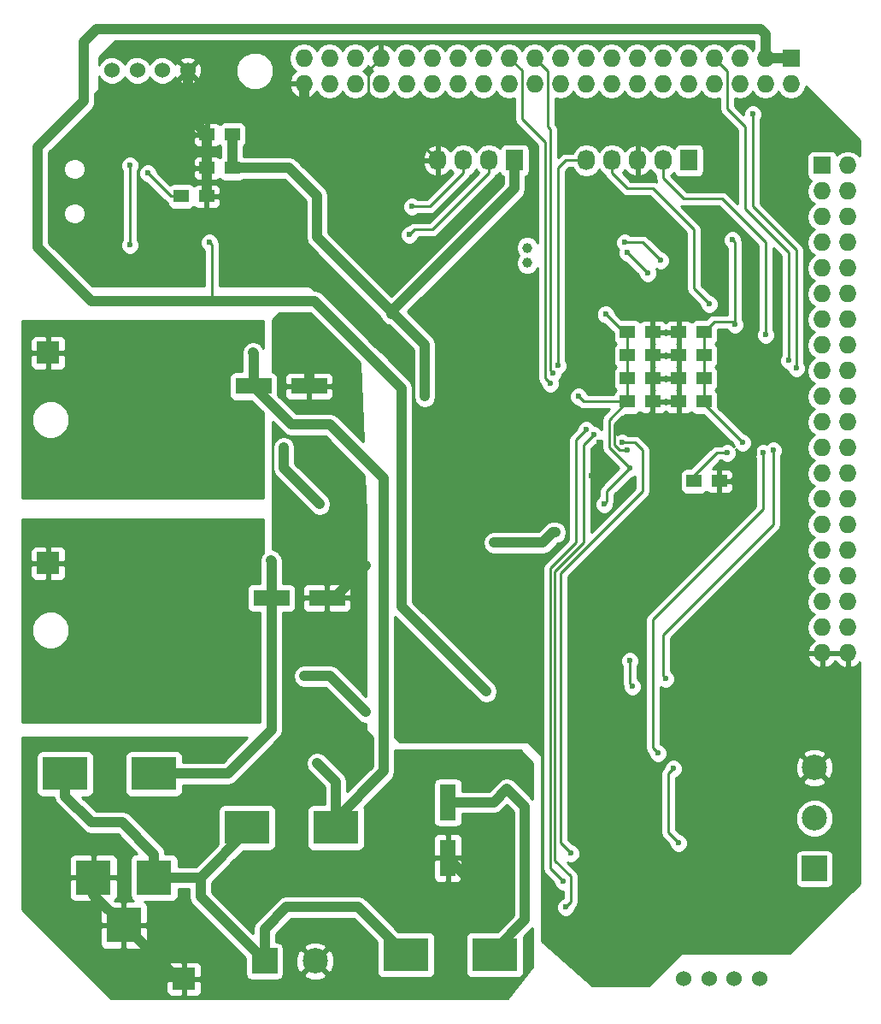
<source format=gbl>
G04 #@! TF.FileFunction,Copper,L2,Bot,Signal*
%FSLAX46Y46*%
G04 Gerber Fmt 4.6, Leading zero omitted, Abs format (unit mm)*
G04 Created by KiCad (PCBNEW 4.0.2+dfsg1-stable) date 2017년 07월 06일 (목) 오전 10시 53분 42초*
%MOMM*%
G01*
G04 APERTURE LIST*
%ADD10C,0.100000*%
%ADD11R,3.599180X1.600200*%
%ADD12R,1.500000X1.250000*%
%ADD13R,4.500880X3.299460*%
%ADD14R,4.498340X3.299460*%
%ADD15R,1.600200X3.599180*%
%ADD16R,1.727200X2.032000*%
%ADD17O,1.727200X2.032000*%
%ADD18R,1.727200X1.727200*%
%ADD19O,1.727200X1.727200*%
%ADD20R,3.500120X3.500120*%
%ADD21R,2.235200X2.235200*%
%ADD22R,2.500000X2.500000*%
%ADD23C,2.500000*%
%ADD24C,1.524000*%
%ADD25C,1.000760*%
%ADD26C,0.600000*%
%ADD27C,0.250000*%
%ADD28C,1.000000*%
%ADD29C,0.254000*%
G04 APERTURE END LIST*
D10*
D11*
X101643180Y-82169000D03*
X107144820Y-82169000D03*
D12*
X143530000Y-70612000D03*
X146030000Y-70612000D03*
X136926000Y-55880000D03*
X139426000Y-55880000D03*
X136926000Y-60452000D03*
X139426000Y-60452000D03*
X144506000Y-55880000D03*
X142006000Y-55880000D03*
X144506000Y-60452000D03*
X142006000Y-60452000D03*
X136926000Y-58166000D03*
X139426000Y-58166000D03*
X136926000Y-62738000D03*
X139426000Y-62738000D03*
X144506000Y-58166000D03*
X142006000Y-58166000D03*
X144506000Y-62738000D03*
X142006000Y-62738000D03*
X97770000Y-36322000D03*
X95270000Y-36322000D03*
X97770000Y-39624000D03*
X95270000Y-39624000D03*
X92730000Y-42418000D03*
X95230000Y-42418000D03*
D13*
X89997280Y-99568000D03*
D14*
X81198720Y-99568000D03*
D13*
X108031280Y-104902000D03*
D14*
X99232720Y-104902000D03*
D13*
X123779280Y-117475000D03*
D14*
X114980720Y-117475000D03*
D11*
X99865180Y-61214000D03*
X105366820Y-61214000D03*
D15*
X119126000Y-102405180D03*
X119126000Y-107906820D03*
D16*
X125730000Y-38862000D03*
D17*
X123190000Y-38862000D03*
X120650000Y-38862000D03*
X118110000Y-38862000D03*
D16*
X143002000Y-38862000D03*
D17*
X140462000Y-38862000D03*
X137922000Y-38862000D03*
X135382000Y-38862000D03*
X132842000Y-38862000D03*
D18*
X156210000Y-39370000D03*
D19*
X158750000Y-39370000D03*
X156210000Y-41910000D03*
X158750000Y-41910000D03*
X156210000Y-44450000D03*
X158750000Y-44450000D03*
X156210000Y-46990000D03*
X158750000Y-46990000D03*
X156210000Y-49530000D03*
X158750000Y-49530000D03*
X156210000Y-52070000D03*
X158750000Y-52070000D03*
X156210000Y-54610000D03*
X158750000Y-54610000D03*
X156210000Y-57150000D03*
X158750000Y-57150000D03*
X156210000Y-59690000D03*
X158750000Y-59690000D03*
X156210000Y-62230000D03*
X158750000Y-62230000D03*
X156210000Y-64770000D03*
X158750000Y-64770000D03*
X156210000Y-67310000D03*
X158750000Y-67310000D03*
X156210000Y-69850000D03*
X158750000Y-69850000D03*
X156210000Y-72390000D03*
X158750000Y-72390000D03*
X156210000Y-74930000D03*
X158750000Y-74930000D03*
X156210000Y-77470000D03*
X158750000Y-77470000D03*
X156210000Y-80010000D03*
X158750000Y-80010000D03*
X156210000Y-82550000D03*
X158750000Y-82550000D03*
X156210000Y-85090000D03*
X158750000Y-85090000D03*
X156210000Y-87630000D03*
X158750000Y-87630000D03*
D20*
X90020140Y-109855000D03*
X84020660Y-109855000D03*
X87020400Y-114554000D03*
D21*
X92964000Y-119888000D03*
D22*
X100965000Y-118110000D03*
D23*
X105965000Y-118110000D03*
D21*
X79502000Y-78740000D03*
X79502000Y-57912000D03*
D18*
X153130000Y-28730000D03*
D19*
X153130000Y-31270000D03*
X150590000Y-28730000D03*
X150590000Y-31270000D03*
X148050000Y-28730000D03*
X148050000Y-31270000D03*
X145510000Y-28730000D03*
X145510000Y-31270000D03*
X142970000Y-28730000D03*
X142970000Y-31270000D03*
X140430000Y-28730000D03*
X140430000Y-31270000D03*
X137890000Y-28730000D03*
X137890000Y-31270000D03*
X135350000Y-28730000D03*
X135350000Y-31270000D03*
X132810000Y-28730000D03*
X132810000Y-31270000D03*
X130270000Y-28730000D03*
X130270000Y-31270000D03*
X127730000Y-28730000D03*
X127730000Y-31270000D03*
X125190000Y-28730000D03*
X125190000Y-31270000D03*
X122650000Y-28730000D03*
X122650000Y-31270000D03*
X120110000Y-28730000D03*
X120110000Y-31270000D03*
X117570000Y-28730000D03*
X117570000Y-31270000D03*
X115030000Y-28730000D03*
X115030000Y-31270000D03*
X112490000Y-28730000D03*
X112490000Y-31270000D03*
X109950000Y-28730000D03*
X109950000Y-31270000D03*
X107410000Y-28730000D03*
X107410000Y-31270000D03*
X104870000Y-28730000D03*
X104870000Y-31270000D03*
D24*
X85852000Y-29972000D03*
X88352000Y-29972000D03*
X90852000Y-29972000D03*
X93352000Y-29972000D03*
D23*
X155448000Y-98966000D03*
D22*
X155448000Y-108966000D03*
D23*
X155448000Y-103966000D03*
D24*
X142494000Y-119888000D03*
X144994000Y-119888000D03*
X147494000Y-119888000D03*
X149994000Y-119888000D03*
D25*
X127000000Y-49009300D03*
X127000000Y-47510700D03*
D26*
X141224000Y-77724000D03*
X102870000Y-42926000D03*
X120904000Y-63500000D03*
X105410000Y-55880000D03*
X110998000Y-78994000D03*
X121666000Y-110490000D03*
X136144000Y-50800000D03*
X135890000Y-106934000D03*
X140970000Y-107950000D03*
X143002000Y-109982000D03*
X141224000Y-113538000D03*
X148844000Y-55880000D03*
X129794000Y-66548000D03*
X133350000Y-70104000D03*
X134112000Y-66802000D03*
X131318000Y-65024000D03*
X120396000Y-68580000D03*
X136906000Y-67564000D03*
X149098000Y-65786000D03*
X130048000Y-59182000D03*
X137414000Y-90932000D03*
X137160000Y-88392000D03*
X104394000Y-40640000D03*
X106172000Y-43942000D03*
X116840000Y-62230000D03*
X123698000Y-76708000D03*
X129794000Y-75692000D03*
X134620000Y-72898000D03*
X147320000Y-46736000D03*
X147574000Y-55118000D03*
X134762000Y-54102000D03*
X132080000Y-62230000D03*
X137160000Y-69342000D03*
X148336000Y-66802000D03*
X126746000Y-114046000D03*
X124968000Y-101092000D03*
X95504000Y-46990000D03*
X114554000Y-78994000D03*
X122936000Y-91440000D03*
X150622000Y-56134000D03*
X145034000Y-53086000D03*
X152908000Y-58674000D03*
X149352000Y-34290000D03*
X153670000Y-59436000D03*
X87630000Y-39370000D03*
X87630000Y-47244000D03*
X131318000Y-107442000D03*
X136398000Y-66802000D03*
X133604000Y-66040000D03*
X130810000Y-112776000D03*
X130556000Y-110236000D03*
X132842000Y-65532000D03*
X151384000Y-67564000D03*
X140716000Y-90170000D03*
X150368000Y-67818000D03*
X139954000Y-97536000D03*
X115316000Y-46228000D03*
X136652000Y-46990000D03*
X140208000Y-48768000D03*
X115570000Y-43434000D03*
X136906000Y-48006000D03*
X138938000Y-50038000D03*
X146812000Y-67818000D03*
X89408000Y-40132000D03*
X106172000Y-98552000D03*
X99822000Y-57912000D03*
X141986000Y-106426000D03*
X141478000Y-99060000D03*
X104902000Y-89916000D03*
X110998000Y-93472000D03*
X102870000Y-67310000D03*
X106426000Y-72898000D03*
X129540000Y-59944000D03*
X129286000Y-60960000D03*
X94996000Y-99568000D03*
X101600000Y-78486000D03*
D27*
X142494000Y-76454000D02*
X142494000Y-73660000D01*
X141224000Y-77724000D02*
X142494000Y-76454000D01*
X111252000Y-33274000D02*
X111252000Y-33020000D01*
X111252000Y-29972000D02*
X111252000Y-33020000D01*
X111252000Y-29972000D02*
X112490000Y-28734000D01*
X112490000Y-28730000D02*
X112490000Y-28734000D01*
X104870000Y-33274000D02*
X111252000Y-33274000D01*
X111252000Y-33274000D02*
X112522000Y-33274000D01*
X112522000Y-33274000D02*
X118110000Y-38862000D01*
X95230000Y-42418000D02*
X102362000Y-42418000D01*
X102362000Y-42418000D02*
X102870000Y-42926000D01*
X120396000Y-64008000D02*
X120396000Y-68580000D01*
X120904000Y-63500000D02*
X120396000Y-64008000D01*
D28*
X104870000Y-31270000D02*
X104870000Y-33274000D01*
X104870000Y-33274000D02*
X104870000Y-33306000D01*
X93720000Y-34036000D02*
X93352000Y-34404000D01*
X104140000Y-34036000D02*
X93720000Y-34036000D01*
X104870000Y-33306000D02*
X104140000Y-34036000D01*
X93352000Y-29972000D02*
X93352000Y-34404000D01*
X93352000Y-34404000D02*
X95270000Y-36322000D01*
X95270000Y-39624000D02*
X95270000Y-42378000D01*
X95270000Y-42378000D02*
X95230000Y-42418000D01*
X95270000Y-36322000D02*
X95270000Y-39624000D01*
X105366820Y-61214000D02*
X105366820Y-55923180D01*
X105366820Y-55923180D02*
X105410000Y-55880000D01*
X110998000Y-78994000D02*
X107823000Y-82169000D01*
X107823000Y-82169000D02*
X107144820Y-82169000D01*
X84020660Y-109855000D02*
X84020660Y-111554260D01*
X84020660Y-111554260D02*
X87020400Y-114554000D01*
X92964000Y-119888000D02*
X92354400Y-119888000D01*
X92354400Y-119888000D02*
X87020400Y-114554000D01*
X119126000Y-107906820D02*
X119126000Y-107950000D01*
X119126000Y-107950000D02*
X121666000Y-110490000D01*
D27*
X139426000Y-55880000D02*
X139426000Y-54082000D01*
X139426000Y-54082000D02*
X136144000Y-50800000D01*
X140970000Y-107950000D02*
X139954000Y-106934000D01*
X139954000Y-106934000D02*
X135890000Y-106934000D01*
X141986000Y-110998000D02*
X140970000Y-109982000D01*
X140970000Y-109982000D02*
X140970000Y-107950000D01*
X141986000Y-110998000D02*
X143002000Y-109982000D01*
X141986000Y-112776000D02*
X141986000Y-110998000D01*
X141224000Y-113538000D02*
X141986000Y-112776000D01*
X149098000Y-65786000D02*
X149098000Y-56134000D01*
X149098000Y-56134000D02*
X148844000Y-55880000D01*
X133350000Y-67564000D02*
X133350000Y-70104000D01*
X134112000Y-66802000D02*
X133350000Y-67564000D01*
X131318000Y-65024000D02*
X129794000Y-66548000D01*
X129794000Y-66548000D02*
X127762000Y-68580000D01*
X127762000Y-68580000D02*
X120396000Y-68580000D01*
X139426000Y-63520000D02*
X139426000Y-62738000D01*
X138684000Y-64262000D02*
X139426000Y-63520000D01*
X136398000Y-64262000D02*
X138684000Y-64262000D01*
X135636000Y-65024000D02*
X136398000Y-64262000D01*
X135636000Y-67056000D02*
X135636000Y-65024000D01*
X136144000Y-67564000D02*
X135636000Y-67056000D01*
X136906000Y-67564000D02*
X136144000Y-67564000D01*
X142006000Y-62738000D02*
X142006000Y-67544000D01*
X146030000Y-72156000D02*
X146030000Y-70612000D01*
X144526000Y-73660000D02*
X146030000Y-72156000D01*
X142494000Y-73660000D02*
X144526000Y-73660000D01*
X140970000Y-72136000D02*
X142494000Y-73660000D01*
X140970000Y-68580000D02*
X140970000Y-72136000D01*
X142006000Y-67544000D02*
X140970000Y-68580000D01*
X149098000Y-65786000D02*
X149606000Y-66294000D01*
X149606000Y-66294000D02*
X149606000Y-68072000D01*
X149606000Y-68072000D02*
X147066000Y-70612000D01*
X147066000Y-70612000D02*
X146030000Y-70612000D01*
X139426000Y-55880000D02*
X142006000Y-55880000D01*
X139426000Y-60452000D02*
X139426000Y-62738000D01*
X139426000Y-58166000D02*
X139426000Y-60452000D01*
X139426000Y-55880000D02*
X139426000Y-58166000D01*
X142006000Y-62738000D02*
X142006000Y-60452000D01*
X142006000Y-58166000D02*
X142006000Y-60452000D01*
X142006000Y-55880000D02*
X142006000Y-58166000D01*
X130810000Y-38862000D02*
X132842000Y-38862000D01*
X130048000Y-39624000D02*
X130810000Y-38862000D01*
X130048000Y-53086000D02*
X130048000Y-39624000D01*
X130048000Y-59182000D02*
X130048000Y-53086000D01*
X137414000Y-90932000D02*
X137160000Y-90678000D01*
X137160000Y-90678000D02*
X137160000Y-88392000D01*
D28*
X125730000Y-38862000D02*
X125730000Y-41656000D01*
X125730000Y-41656000D02*
X113538000Y-53848000D01*
X113538000Y-53848000D02*
X113538000Y-54102000D01*
X113538000Y-54102000D02*
X113538000Y-53848000D01*
X116840000Y-57150000D02*
X113538000Y-53848000D01*
X116840000Y-62230000D02*
X116840000Y-57150000D01*
X113538000Y-53848000D02*
X106172000Y-46482000D01*
X106172000Y-46482000D02*
X106172000Y-43942000D01*
X103378000Y-39624000D02*
X97770000Y-39624000D01*
X106172000Y-43942000D02*
X106172000Y-42418000D01*
X106172000Y-42418000D02*
X104394000Y-40640000D01*
X104394000Y-40640000D02*
X103378000Y-39624000D01*
X97770000Y-36322000D02*
X97770000Y-39624000D01*
X123698000Y-76708000D02*
X128524000Y-76708000D01*
X128524000Y-76708000D02*
X129540000Y-75692000D01*
X129540000Y-75692000D02*
X129794000Y-75692000D01*
D27*
X137160000Y-69342000D02*
X134874000Y-71628000D01*
X134874000Y-72644000D02*
X134620000Y-72898000D01*
X134874000Y-71628000D02*
X134874000Y-72644000D01*
X147320000Y-46736000D02*
X147574000Y-46990000D01*
X147574000Y-46990000D02*
X147574000Y-55118000D01*
X145522000Y-54864000D02*
X144506000Y-55880000D01*
X147574000Y-55118000D02*
X147320000Y-54864000D01*
X147320000Y-54864000D02*
X145522000Y-54864000D01*
X134762000Y-54102000D02*
X136540000Y-55880000D01*
X136540000Y-55880000D02*
X136926000Y-55880000D01*
X132588000Y-62738000D02*
X136926000Y-62738000D01*
X132080000Y-62230000D02*
X132588000Y-62738000D01*
X135128000Y-64536000D02*
X136926000Y-62738000D01*
X135128000Y-67310000D02*
X135128000Y-64536000D01*
X137160000Y-69342000D02*
X135128000Y-67310000D01*
X148336000Y-66802000D02*
X144506000Y-62972000D01*
X144506000Y-62972000D02*
X144506000Y-62738000D01*
X136926000Y-55880000D02*
X136926000Y-58166000D01*
X136926000Y-58166000D02*
X136926000Y-60452000D01*
X136926000Y-62738000D02*
X136926000Y-60452000D01*
X144506000Y-60452000D02*
X144506000Y-62738000D01*
X144506000Y-58166000D02*
X144506000Y-60452000D01*
X144506000Y-55880000D02*
X144506000Y-58166000D01*
D28*
X126746000Y-114046000D02*
X126746000Y-102870000D01*
X126746000Y-102870000D02*
X124968000Y-101092000D01*
X123779280Y-117475000D02*
X123779280Y-117012720D01*
X123779280Y-117012720D02*
X126746000Y-114046000D01*
X119126000Y-102405180D02*
X123654820Y-102405180D01*
X123654820Y-102405180D02*
X124968000Y-101092000D01*
D27*
X95758000Y-47244000D02*
X95758000Y-52832000D01*
X95504000Y-46990000D02*
X95758000Y-47244000D01*
D28*
X114554000Y-78994000D02*
X114554000Y-61468000D01*
X150590000Y-26384000D02*
X150114000Y-25908000D01*
X150114000Y-25908000D02*
X85090000Y-25908000D01*
X150590000Y-26384000D02*
X150590000Y-28730000D01*
X84328000Y-25908000D02*
X85090000Y-25908000D01*
X83058000Y-27178000D02*
X84328000Y-25908000D01*
X83058000Y-33020000D02*
X83058000Y-27178000D01*
X78486000Y-37592000D02*
X83058000Y-33020000D01*
X78486000Y-47498000D02*
X78486000Y-37592000D01*
X83820000Y-52832000D02*
X78486000Y-47498000D01*
X105918000Y-52832000D02*
X95758000Y-52832000D01*
X95758000Y-52832000D02*
X83820000Y-52832000D01*
X114554000Y-61468000D02*
X105918000Y-52832000D01*
X114554000Y-83058000D02*
X114554000Y-78994000D01*
X122936000Y-91440000D02*
X114554000Y-83058000D01*
X153130000Y-28730000D02*
X150590000Y-28730000D01*
X90020140Y-109855000D02*
X90020140Y-107546140D01*
X81198720Y-101772720D02*
X81198720Y-99568000D01*
X83820000Y-104394000D02*
X81198720Y-101772720D01*
X86868000Y-104394000D02*
X83820000Y-104394000D01*
X90020140Y-107546140D02*
X86868000Y-104394000D01*
X114980720Y-117475000D02*
X114935000Y-117475000D01*
X114935000Y-117475000D02*
X110236000Y-112776000D01*
X110236000Y-112776000D02*
X103124000Y-112776000D01*
X103124000Y-112776000D02*
X100965000Y-114935000D01*
X100965000Y-114935000D02*
X100965000Y-118110000D01*
X94615000Y-109855000D02*
X94615000Y-111760000D01*
X94615000Y-111760000D02*
X100965000Y-118110000D01*
X99232720Y-104902000D02*
X99232720Y-105237280D01*
X99232720Y-105237280D02*
X94615000Y-109855000D01*
X94615000Y-109855000D02*
X90020140Y-109855000D01*
D27*
X140462000Y-40640000D02*
X140462000Y-38862000D01*
X142494000Y-42672000D02*
X140462000Y-40640000D01*
X146304000Y-42672000D02*
X142494000Y-42672000D01*
X150622000Y-46990000D02*
X146304000Y-42672000D01*
X150622000Y-56134000D02*
X150622000Y-46990000D01*
X145034000Y-53086000D02*
X143510000Y-51562000D01*
X143510000Y-51562000D02*
X143510000Y-45720000D01*
X143510000Y-45720000D02*
X139446000Y-41656000D01*
X139446000Y-41656000D02*
X136906000Y-41656000D01*
X136906000Y-41656000D02*
X135382000Y-40132000D01*
X135382000Y-40132000D02*
X135382000Y-38862000D01*
X146812000Y-30032000D02*
X145510000Y-28730000D01*
X146812000Y-33782000D02*
X146812000Y-30032000D01*
X148590000Y-35560000D02*
X146812000Y-33782000D01*
X148590000Y-43688000D02*
X148590000Y-35560000D01*
X152908000Y-48006000D02*
X148590000Y-43688000D01*
X152908000Y-56896000D02*
X152908000Y-48006000D01*
X152908000Y-58674000D02*
X152908000Y-56896000D01*
X153670000Y-59436000D02*
X153670000Y-55626000D01*
X153670000Y-55626000D02*
X153670000Y-47752000D01*
X153670000Y-47752000D02*
X149352000Y-43434000D01*
X149352000Y-43434000D02*
X149352000Y-34290000D01*
X87630000Y-43180000D02*
X87630000Y-39370000D01*
X87630000Y-47244000D02*
X87630000Y-43180000D01*
X130302000Y-106426000D02*
X131318000Y-107442000D01*
X130302000Y-79756000D02*
X130302000Y-106426000D01*
X138430000Y-71628000D02*
X130302000Y-79756000D01*
X138430000Y-67564000D02*
X138430000Y-71628000D01*
X137668000Y-66802000D02*
X138430000Y-67564000D01*
X136398000Y-66802000D02*
X137668000Y-66802000D01*
X133604000Y-66040000D02*
X132588000Y-67056000D01*
X132588000Y-67056000D02*
X132588000Y-76708000D01*
X132588000Y-76708000D02*
X129736002Y-79559998D01*
X129736002Y-79559998D02*
X129736002Y-108146002D01*
X129736002Y-108146002D02*
X131318000Y-109728000D01*
X131318000Y-109728000D02*
X131318000Y-112268000D01*
X131318000Y-112268000D02*
X130810000Y-112776000D01*
X129286000Y-108966000D02*
X130556000Y-110236000D01*
X129286000Y-79248000D02*
X129286000Y-108966000D01*
X131826000Y-76708000D02*
X129286000Y-79248000D01*
X131826000Y-66548000D02*
X131826000Y-76708000D01*
X132842000Y-65532000D02*
X131826000Y-66548000D01*
X140462000Y-89916000D02*
X140716000Y-90170000D01*
X140462000Y-85852000D02*
X140462000Y-89916000D01*
X151384000Y-74930000D02*
X140462000Y-85852000D01*
X151384000Y-69596000D02*
X151384000Y-74930000D01*
X151384000Y-67564000D02*
X151384000Y-69596000D01*
X139446000Y-97028000D02*
X139954000Y-97536000D01*
X139446000Y-84328000D02*
X139446000Y-97028000D01*
X150368000Y-73406000D02*
X139446000Y-84328000D01*
X150368000Y-67818000D02*
X150368000Y-73406000D01*
X123190000Y-38862000D02*
X123190000Y-40132000D01*
X115824000Y-45720000D02*
X115316000Y-46228000D01*
X117602000Y-45720000D02*
X115824000Y-45720000D01*
X123190000Y-40132000D02*
X117602000Y-45720000D01*
X138430000Y-46990000D02*
X136652000Y-46990000D01*
X140208000Y-48768000D02*
X138430000Y-46990000D01*
X120650000Y-38862000D02*
X120650000Y-40132000D01*
X117348000Y-43434000D02*
X115570000Y-43434000D01*
X120650000Y-40132000D02*
X117348000Y-43434000D01*
X138938000Y-50038000D02*
X136906000Y-48006000D01*
X143530000Y-70612000D02*
X143530000Y-70084000D01*
X143530000Y-70084000D02*
X145796000Y-67818000D01*
X145796000Y-67818000D02*
X146812000Y-67818000D01*
X92730000Y-42418000D02*
X91694000Y-42418000D01*
X91694000Y-42418000D02*
X89408000Y-40132000D01*
D28*
X99865180Y-61214000D02*
X99865180Y-61257180D01*
X99865180Y-61257180D02*
X103632000Y-65024000D01*
X112776000Y-99314000D02*
X108031280Y-104058720D01*
X112776000Y-70358000D02*
X112776000Y-99314000D01*
X107442000Y-65024000D02*
X112776000Y-70358000D01*
X103632000Y-65024000D02*
X107442000Y-65024000D01*
X108031280Y-104058720D02*
X108031280Y-104902000D01*
X108031280Y-100411280D02*
X108031280Y-104902000D01*
X106172000Y-98552000D02*
X108031280Y-100411280D01*
X99865180Y-57955180D02*
X99865180Y-61214000D01*
X99822000Y-57912000D02*
X99865180Y-57955180D01*
D27*
X140970000Y-105410000D02*
X141986000Y-106426000D01*
X140970000Y-99568000D02*
X140970000Y-105410000D01*
X141478000Y-99060000D02*
X140970000Y-99568000D01*
D28*
X107442000Y-89916000D02*
X104902000Y-89916000D01*
X110998000Y-93472000D02*
X107442000Y-89916000D01*
X102870000Y-69342000D02*
X102870000Y-67310000D01*
X106426000Y-72898000D02*
X102870000Y-69342000D01*
D27*
X129540000Y-59944000D02*
X129286000Y-59690000D01*
X129286000Y-59690000D02*
X129286000Y-35814000D01*
X129286000Y-35814000D02*
X129032000Y-35560000D01*
X129032000Y-35560000D02*
X129032000Y-30032000D01*
X127730000Y-28730000D02*
X129032000Y-30032000D01*
X128778000Y-60198000D02*
X128778000Y-59182000D01*
X126492000Y-29972000D02*
X125250000Y-28730000D01*
X126492000Y-29972000D02*
X126492000Y-30226000D01*
X126492000Y-34798000D02*
X126492000Y-30226000D01*
X128778000Y-37084000D02*
X126492000Y-34798000D01*
X128778000Y-59182000D02*
X128778000Y-58674000D01*
X128778000Y-58674000D02*
X128778000Y-37084000D01*
X128778000Y-60452000D02*
X128778000Y-60198000D01*
X129286000Y-60960000D02*
X128778000Y-60452000D01*
X125190000Y-28730000D02*
X125250000Y-28730000D01*
D28*
X89997280Y-99568000D02*
X94996000Y-99568000D01*
X94996000Y-99568000D02*
X97282000Y-99568000D01*
X101643180Y-95206820D02*
X97363280Y-99486720D01*
X101643180Y-95206820D02*
X101643180Y-82169000D01*
X97282000Y-99568000D02*
X97363280Y-99486720D01*
X89997280Y-99232720D02*
X89997280Y-99568000D01*
X101643180Y-82169000D02*
X101643180Y-78529180D01*
X101643180Y-78529180D02*
X101600000Y-78486000D01*
D29*
G36*
X149455000Y-27753710D02*
X149320000Y-27955752D01*
X149109670Y-27640971D01*
X148623489Y-27316115D01*
X148050000Y-27202041D01*
X147476511Y-27316115D01*
X146990330Y-27640971D01*
X146780000Y-27955752D01*
X146569670Y-27640971D01*
X146083489Y-27316115D01*
X145510000Y-27202041D01*
X144936511Y-27316115D01*
X144450330Y-27640971D01*
X144240000Y-27955752D01*
X144029670Y-27640971D01*
X143543489Y-27316115D01*
X142970000Y-27202041D01*
X142396511Y-27316115D01*
X141910330Y-27640971D01*
X141700000Y-27955752D01*
X141489670Y-27640971D01*
X141003489Y-27316115D01*
X140430000Y-27202041D01*
X139856511Y-27316115D01*
X139370330Y-27640971D01*
X139160000Y-27955752D01*
X138949670Y-27640971D01*
X138463489Y-27316115D01*
X137890000Y-27202041D01*
X137316511Y-27316115D01*
X136830330Y-27640971D01*
X136620000Y-27955752D01*
X136409670Y-27640971D01*
X135923489Y-27316115D01*
X135350000Y-27202041D01*
X134776511Y-27316115D01*
X134290330Y-27640971D01*
X134080000Y-27955752D01*
X133869670Y-27640971D01*
X133383489Y-27316115D01*
X132810000Y-27202041D01*
X132236511Y-27316115D01*
X131750330Y-27640971D01*
X131540000Y-27955752D01*
X131329670Y-27640971D01*
X130843489Y-27316115D01*
X130270000Y-27202041D01*
X129696511Y-27316115D01*
X129210330Y-27640971D01*
X129000000Y-27955752D01*
X128789670Y-27640971D01*
X128303489Y-27316115D01*
X127730000Y-27202041D01*
X127156511Y-27316115D01*
X126670330Y-27640971D01*
X126460000Y-27955752D01*
X126249670Y-27640971D01*
X125763489Y-27316115D01*
X125190000Y-27202041D01*
X124616511Y-27316115D01*
X124130330Y-27640971D01*
X123920000Y-27955752D01*
X123709670Y-27640971D01*
X123223489Y-27316115D01*
X122650000Y-27202041D01*
X122076511Y-27316115D01*
X121590330Y-27640971D01*
X121380000Y-27955752D01*
X121169670Y-27640971D01*
X120683489Y-27316115D01*
X120110000Y-27202041D01*
X119536511Y-27316115D01*
X119050330Y-27640971D01*
X118840000Y-27955752D01*
X118629670Y-27640971D01*
X118143489Y-27316115D01*
X117570000Y-27202041D01*
X116996511Y-27316115D01*
X116510330Y-27640971D01*
X116300000Y-27955752D01*
X116089670Y-27640971D01*
X115603489Y-27316115D01*
X115030000Y-27202041D01*
X114456511Y-27316115D01*
X113970330Y-27640971D01*
X113754336Y-27964228D01*
X113696821Y-27841510D01*
X113264947Y-27447312D01*
X112849026Y-27275042D01*
X112617000Y-27396183D01*
X112617000Y-28603000D01*
X112637000Y-28603000D01*
X112637000Y-28857000D01*
X112617000Y-28857000D01*
X112617000Y-28877000D01*
X112363000Y-28877000D01*
X112363000Y-28857000D01*
X112343000Y-28857000D01*
X112343000Y-28603000D01*
X112363000Y-28603000D01*
X112363000Y-27396183D01*
X112130974Y-27275042D01*
X111715053Y-27447312D01*
X111283179Y-27841510D01*
X111225664Y-27964228D01*
X111009670Y-27640971D01*
X110523489Y-27316115D01*
X109950000Y-27202041D01*
X109376511Y-27316115D01*
X108890330Y-27640971D01*
X108680000Y-27955752D01*
X108469670Y-27640971D01*
X107983489Y-27316115D01*
X107410000Y-27202041D01*
X106836511Y-27316115D01*
X106350330Y-27640971D01*
X106140000Y-27955752D01*
X105929670Y-27640971D01*
X105443489Y-27316115D01*
X104870000Y-27202041D01*
X104296511Y-27316115D01*
X103810330Y-27640971D01*
X103485474Y-28127152D01*
X103371400Y-28700641D01*
X103371400Y-28759359D01*
X103485474Y-29332848D01*
X103810330Y-29819029D01*
X104081161Y-29999992D01*
X103663179Y-30381510D01*
X103415032Y-30910973D01*
X103535531Y-31143000D01*
X104743000Y-31143000D01*
X104743000Y-31123000D01*
X104997000Y-31123000D01*
X104997000Y-31143000D01*
X105017000Y-31143000D01*
X105017000Y-31397000D01*
X104997000Y-31397000D01*
X104997000Y-32603817D01*
X105229026Y-32724958D01*
X105644947Y-32552688D01*
X106076821Y-32158490D01*
X106134336Y-32035772D01*
X106350330Y-32359029D01*
X106836511Y-32683885D01*
X107410000Y-32797959D01*
X107983489Y-32683885D01*
X108469670Y-32359029D01*
X108680000Y-32044248D01*
X108890330Y-32359029D01*
X109376511Y-32683885D01*
X109950000Y-32797959D01*
X110523489Y-32683885D01*
X111009670Y-32359029D01*
X111220000Y-32044248D01*
X111430330Y-32359029D01*
X111916511Y-32683885D01*
X112490000Y-32797959D01*
X113063489Y-32683885D01*
X113549670Y-32359029D01*
X113760000Y-32044248D01*
X113970330Y-32359029D01*
X114456511Y-32683885D01*
X115030000Y-32797959D01*
X115603489Y-32683885D01*
X116089670Y-32359029D01*
X116300000Y-32044248D01*
X116510330Y-32359029D01*
X116996511Y-32683885D01*
X117570000Y-32797959D01*
X118143489Y-32683885D01*
X118629670Y-32359029D01*
X118840000Y-32044248D01*
X119050330Y-32359029D01*
X119536511Y-32683885D01*
X120110000Y-32797959D01*
X120683489Y-32683885D01*
X121169670Y-32359029D01*
X121380000Y-32044248D01*
X121590330Y-32359029D01*
X122076511Y-32683885D01*
X122650000Y-32797959D01*
X123223489Y-32683885D01*
X123709670Y-32359029D01*
X123920000Y-32044248D01*
X124130330Y-32359029D01*
X124616511Y-32683885D01*
X125190000Y-32797959D01*
X125732000Y-32690149D01*
X125732000Y-34798000D01*
X125789852Y-35088839D01*
X125954599Y-35335401D01*
X128018000Y-37398802D01*
X128018000Y-47001294D01*
X127963089Y-46868399D01*
X127643981Y-46548733D01*
X127226832Y-46375518D01*
X126775150Y-46375124D01*
X126357699Y-46547611D01*
X126038033Y-46866719D01*
X125864818Y-47283868D01*
X125864424Y-47735550D01*
X126036911Y-48153001D01*
X126143630Y-48259906D01*
X126038033Y-48365319D01*
X125864818Y-48782468D01*
X125864424Y-49234150D01*
X126036911Y-49651601D01*
X126356019Y-49971267D01*
X126773168Y-50144482D01*
X127224850Y-50144876D01*
X127642301Y-49972389D01*
X127961967Y-49653281D01*
X128018000Y-49518338D01*
X128018000Y-60452000D01*
X128075852Y-60742839D01*
X128240599Y-60989401D01*
X128350878Y-61099680D01*
X128350838Y-61145167D01*
X128492883Y-61488943D01*
X128755673Y-61752192D01*
X129099201Y-61894838D01*
X129471167Y-61895162D01*
X129814943Y-61753117D01*
X130078192Y-61490327D01*
X130220838Y-61146799D01*
X130221162Y-60774833D01*
X130165678Y-60640551D01*
X130332192Y-60474327D01*
X130474838Y-60130799D01*
X130474937Y-60017265D01*
X130576943Y-59975117D01*
X130840192Y-59712327D01*
X130982838Y-59368799D01*
X130983162Y-58996833D01*
X130841117Y-58653057D01*
X130808000Y-58619882D01*
X130808000Y-47175167D01*
X135716838Y-47175167D01*
X135858883Y-47518943D01*
X136026230Y-47686583D01*
X135971162Y-47819201D01*
X135970838Y-48191167D01*
X136112883Y-48534943D01*
X136375673Y-48798192D01*
X136719201Y-48940838D01*
X136766077Y-48940879D01*
X138002878Y-50177680D01*
X138002838Y-50223167D01*
X138144883Y-50566943D01*
X138407673Y-50830192D01*
X138751201Y-50972838D01*
X139123167Y-50973162D01*
X139466943Y-50831117D01*
X139730192Y-50568327D01*
X139872838Y-50224799D01*
X139873162Y-49852833D01*
X139767690Y-49597570D01*
X140021201Y-49702838D01*
X140393167Y-49703162D01*
X140736943Y-49561117D01*
X141000192Y-49298327D01*
X141142838Y-48954799D01*
X141143162Y-48582833D01*
X141001117Y-48239057D01*
X140738327Y-47975808D01*
X140394799Y-47833162D01*
X140347923Y-47833121D01*
X138967401Y-46452599D01*
X138720839Y-46287852D01*
X138430000Y-46230000D01*
X137214463Y-46230000D01*
X137182327Y-46197808D01*
X136838799Y-46055162D01*
X136466833Y-46054838D01*
X136123057Y-46196883D01*
X135859808Y-46459673D01*
X135717162Y-46803201D01*
X135716838Y-47175167D01*
X130808000Y-47175167D01*
X130808000Y-39938802D01*
X131124802Y-39622000D01*
X131458654Y-39622000D01*
X131782330Y-40106415D01*
X132268511Y-40431271D01*
X132842000Y-40545345D01*
X133415489Y-40431271D01*
X133901670Y-40106415D01*
X134112000Y-39791634D01*
X134322330Y-40106415D01*
X134662065Y-40333419D01*
X134679852Y-40422839D01*
X134844599Y-40669401D01*
X136368599Y-42193401D01*
X136615160Y-42358148D01*
X136663414Y-42367746D01*
X136906000Y-42416000D01*
X139131198Y-42416000D01*
X142750000Y-46034802D01*
X142750000Y-51562000D01*
X142807852Y-51852839D01*
X142972599Y-52099401D01*
X144098878Y-53225680D01*
X144098838Y-53271167D01*
X144240883Y-53614943D01*
X144503673Y-53878192D01*
X144847201Y-54020838D01*
X145219167Y-54021162D01*
X145562943Y-53879117D01*
X145826192Y-53616327D01*
X145968838Y-53272799D01*
X145969162Y-52900833D01*
X145827117Y-52557057D01*
X145564327Y-52293808D01*
X145220799Y-52151162D01*
X145173923Y-52151121D01*
X144270000Y-51247198D01*
X144270000Y-45720000D01*
X144212148Y-45429161D01*
X144047401Y-45182599D01*
X142247837Y-43383035D01*
X142494000Y-43432000D01*
X145989198Y-43432000D01*
X149862000Y-47304802D01*
X149862000Y-55571537D01*
X149829808Y-55603673D01*
X149687162Y-55947201D01*
X149686838Y-56319167D01*
X149828883Y-56662943D01*
X150091673Y-56926192D01*
X150435201Y-57068838D01*
X150807167Y-57069162D01*
X151150943Y-56927117D01*
X151414192Y-56664327D01*
X151556838Y-56320799D01*
X151557162Y-55948833D01*
X151415117Y-55605057D01*
X151382000Y-55571882D01*
X151382000Y-47554802D01*
X152148000Y-48320802D01*
X152148000Y-58111537D01*
X152115808Y-58143673D01*
X151973162Y-58487201D01*
X151972838Y-58859167D01*
X152114883Y-59202943D01*
X152377673Y-59466192D01*
X152721201Y-59608838D01*
X152734849Y-59608850D01*
X152734838Y-59621167D01*
X152876883Y-59964943D01*
X153139673Y-60228192D01*
X153483201Y-60370838D01*
X153855167Y-60371162D01*
X154198943Y-60229117D01*
X154462192Y-59966327D01*
X154604838Y-59622799D01*
X154605162Y-59250833D01*
X154463117Y-58907057D01*
X154430000Y-58873882D01*
X154430000Y-47752000D01*
X154372148Y-47461161D01*
X154207401Y-47214599D01*
X150112000Y-43119198D01*
X150112000Y-34852463D01*
X150144192Y-34820327D01*
X150286838Y-34476799D01*
X150287162Y-34104833D01*
X150145117Y-33761057D01*
X149882327Y-33497808D01*
X149538799Y-33355162D01*
X149166833Y-33354838D01*
X148823057Y-33496883D01*
X148559808Y-33759673D01*
X148417162Y-34103201D01*
X148416980Y-34312178D01*
X147572000Y-33467198D01*
X147572000Y-32702879D01*
X148050000Y-32797959D01*
X148623489Y-32683885D01*
X149109670Y-32359029D01*
X149320000Y-32044248D01*
X149530330Y-32359029D01*
X150016511Y-32683885D01*
X150590000Y-32797959D01*
X151163489Y-32683885D01*
X151649670Y-32359029D01*
X151860000Y-32044248D01*
X152070330Y-32359029D01*
X152556511Y-32683885D01*
X153130000Y-32797959D01*
X153703489Y-32683885D01*
X154189670Y-32359029D01*
X154514526Y-31872848D01*
X154575700Y-31565306D01*
X159893000Y-36882606D01*
X159893000Y-38391103D01*
X159839029Y-38310330D01*
X159352848Y-37985474D01*
X158779359Y-37871400D01*
X158720641Y-37871400D01*
X158147152Y-37985474D01*
X157681558Y-38296574D01*
X157676762Y-38271083D01*
X157537690Y-38054959D01*
X157325490Y-37909969D01*
X157073600Y-37858960D01*
X155346400Y-37858960D01*
X155111083Y-37903238D01*
X154894959Y-38042310D01*
X154749969Y-38254510D01*
X154698960Y-38506400D01*
X154698960Y-40233600D01*
X154743238Y-40468917D01*
X154882310Y-40685041D01*
X155094510Y-40830031D01*
X155138131Y-40838864D01*
X155120971Y-40850330D01*
X154796115Y-41336511D01*
X154682041Y-41910000D01*
X154796115Y-42483489D01*
X155120971Y-42969670D01*
X155435752Y-43180000D01*
X155120971Y-43390330D01*
X154796115Y-43876511D01*
X154682041Y-44450000D01*
X154796115Y-45023489D01*
X155120971Y-45509670D01*
X155435752Y-45720000D01*
X155120971Y-45930330D01*
X154796115Y-46416511D01*
X154682041Y-46990000D01*
X154796115Y-47563489D01*
X155120971Y-48049670D01*
X155435752Y-48260000D01*
X155120971Y-48470330D01*
X154796115Y-48956511D01*
X154682041Y-49530000D01*
X154796115Y-50103489D01*
X155120971Y-50589670D01*
X155435752Y-50800000D01*
X155120971Y-51010330D01*
X154796115Y-51496511D01*
X154682041Y-52070000D01*
X154796115Y-52643489D01*
X155120971Y-53129670D01*
X155435752Y-53340000D01*
X155120971Y-53550330D01*
X154796115Y-54036511D01*
X154682041Y-54610000D01*
X154796115Y-55183489D01*
X155120971Y-55669670D01*
X155435752Y-55880000D01*
X155120971Y-56090330D01*
X154796115Y-56576511D01*
X154682041Y-57150000D01*
X154796115Y-57723489D01*
X155120971Y-58209670D01*
X155435752Y-58420000D01*
X155120971Y-58630330D01*
X154796115Y-59116511D01*
X154682041Y-59690000D01*
X154796115Y-60263489D01*
X155120971Y-60749670D01*
X155435752Y-60960000D01*
X155120971Y-61170330D01*
X154796115Y-61656511D01*
X154682041Y-62230000D01*
X154796115Y-62803489D01*
X155120971Y-63289670D01*
X155435752Y-63500000D01*
X155120971Y-63710330D01*
X154796115Y-64196511D01*
X154682041Y-64770000D01*
X154796115Y-65343489D01*
X155120971Y-65829670D01*
X155435752Y-66040000D01*
X155120971Y-66250330D01*
X154796115Y-66736511D01*
X154682041Y-67310000D01*
X154796115Y-67883489D01*
X155120971Y-68369670D01*
X155435752Y-68580000D01*
X155120971Y-68790330D01*
X154796115Y-69276511D01*
X154682041Y-69850000D01*
X154796115Y-70423489D01*
X155120971Y-70909670D01*
X155435752Y-71120000D01*
X155120971Y-71330330D01*
X154796115Y-71816511D01*
X154682041Y-72390000D01*
X154796115Y-72963489D01*
X155120971Y-73449670D01*
X155435752Y-73660000D01*
X155120971Y-73870330D01*
X154796115Y-74356511D01*
X154682041Y-74930000D01*
X154796115Y-75503489D01*
X155120971Y-75989670D01*
X155435752Y-76200000D01*
X155120971Y-76410330D01*
X154796115Y-76896511D01*
X154682041Y-77470000D01*
X154796115Y-78043489D01*
X155120971Y-78529670D01*
X155435752Y-78740000D01*
X155120971Y-78950330D01*
X154796115Y-79436511D01*
X154682041Y-80010000D01*
X154796115Y-80583489D01*
X155120971Y-81069670D01*
X155435752Y-81280000D01*
X155120971Y-81490330D01*
X154796115Y-81976511D01*
X154682041Y-82550000D01*
X154796115Y-83123489D01*
X155120971Y-83609670D01*
X155435752Y-83820000D01*
X155120971Y-84030330D01*
X154796115Y-84516511D01*
X154682041Y-85090000D01*
X154796115Y-85663489D01*
X155120971Y-86149670D01*
X155444228Y-86365664D01*
X155321510Y-86423179D01*
X154927312Y-86855053D01*
X154755042Y-87270974D01*
X154876183Y-87503000D01*
X156083000Y-87503000D01*
X156083000Y-87483000D01*
X156337000Y-87483000D01*
X156337000Y-87503000D01*
X158623000Y-87503000D01*
X158623000Y-87483000D01*
X158877000Y-87483000D01*
X158877000Y-87503000D01*
X158897000Y-87503000D01*
X158897000Y-87757000D01*
X158877000Y-87757000D01*
X158877000Y-88964469D01*
X159109027Y-89084968D01*
X159638490Y-88836821D01*
X159893000Y-88557986D01*
X159893000Y-110437394D01*
X152982394Y-117348000D01*
X142240000Y-117348000D01*
X142190590Y-117358006D01*
X142150197Y-117385197D01*
X139012394Y-120523000D01*
X133397718Y-120523000D01*
X128397000Y-116147372D01*
X128397000Y-97790000D01*
X128386994Y-97740590D01*
X128359803Y-97700197D01*
X127089803Y-96430197D01*
X127047789Y-96402334D01*
X127000000Y-96393000D01*
X114352606Y-96393000D01*
X113911000Y-95951394D01*
X113911000Y-84020132D01*
X122133434Y-92242566D01*
X122501655Y-92488603D01*
X122936000Y-92575000D01*
X123370345Y-92488603D01*
X123738566Y-92242566D01*
X123984603Y-91874345D01*
X124071000Y-91440000D01*
X123984603Y-91005655D01*
X123738566Y-90637434D01*
X115689000Y-82587868D01*
X115689000Y-79248000D01*
X128526000Y-79248000D01*
X128526000Y-108966000D01*
X128583852Y-109256839D01*
X128748599Y-109503401D01*
X129620878Y-110375680D01*
X129620838Y-110421167D01*
X129762883Y-110764943D01*
X130025673Y-111028192D01*
X130369201Y-111170838D01*
X130558000Y-111171002D01*
X130558000Y-111868453D01*
X130281057Y-111982883D01*
X130017808Y-112245673D01*
X129875162Y-112589201D01*
X129874838Y-112961167D01*
X130016883Y-113304943D01*
X130279673Y-113568192D01*
X130623201Y-113710838D01*
X130995167Y-113711162D01*
X131338943Y-113569117D01*
X131602192Y-113306327D01*
X131744838Y-112962799D01*
X131744879Y-112915923D01*
X131855401Y-112805401D01*
X131875046Y-112776000D01*
X132020148Y-112558839D01*
X132078000Y-112268000D01*
X132078000Y-109728000D01*
X132020148Y-109437161D01*
X131855401Y-109190599D01*
X130978043Y-108313241D01*
X131131201Y-108376838D01*
X131503167Y-108377162D01*
X131846943Y-108235117D01*
X132110192Y-107972327D01*
X132216628Y-107716000D01*
X153550560Y-107716000D01*
X153550560Y-110216000D01*
X153594838Y-110451317D01*
X153733910Y-110667441D01*
X153946110Y-110812431D01*
X154198000Y-110863440D01*
X156698000Y-110863440D01*
X156933317Y-110819162D01*
X157149441Y-110680090D01*
X157294431Y-110467890D01*
X157345440Y-110216000D01*
X157345440Y-107716000D01*
X157301162Y-107480683D01*
X157162090Y-107264559D01*
X156949890Y-107119569D01*
X156698000Y-107068560D01*
X154198000Y-107068560D01*
X153962683Y-107112838D01*
X153746559Y-107251910D01*
X153601569Y-107464110D01*
X153550560Y-107716000D01*
X132216628Y-107716000D01*
X132252838Y-107628799D01*
X132253162Y-107256833D01*
X132111117Y-106913057D01*
X131848327Y-106649808D01*
X131504799Y-106507162D01*
X131457923Y-106507121D01*
X131062000Y-106111198D01*
X131062000Y-99568000D01*
X140210000Y-99568000D01*
X140210000Y-105410000D01*
X140267852Y-105700839D01*
X140432599Y-105947401D01*
X141050878Y-106565680D01*
X141050838Y-106611167D01*
X141192883Y-106954943D01*
X141455673Y-107218192D01*
X141799201Y-107360838D01*
X142171167Y-107361162D01*
X142514943Y-107219117D01*
X142778192Y-106956327D01*
X142920838Y-106612799D01*
X142921162Y-106240833D01*
X142779117Y-105897057D01*
X142516327Y-105633808D01*
X142172799Y-105491162D01*
X142125923Y-105491121D01*
X141730000Y-105095198D01*
X141730000Y-104339305D01*
X153562674Y-104339305D01*
X153849043Y-105032372D01*
X154378839Y-105563093D01*
X155071405Y-105850672D01*
X155821305Y-105851326D01*
X156514372Y-105564957D01*
X157045093Y-105035161D01*
X157332672Y-104342595D01*
X157333326Y-103592695D01*
X157046957Y-102899628D01*
X156517161Y-102368907D01*
X155824595Y-102081328D01*
X155074695Y-102080674D01*
X154381628Y-102367043D01*
X153850907Y-102896839D01*
X153563328Y-103589405D01*
X153562674Y-104339305D01*
X141730000Y-104339305D01*
X141730000Y-100299320D01*
X154294285Y-100299320D01*
X154423533Y-100592123D01*
X155123806Y-100860388D01*
X155873435Y-100840250D01*
X156472467Y-100592123D01*
X156601715Y-100299320D01*
X155448000Y-99145605D01*
X154294285Y-100299320D01*
X141730000Y-100299320D01*
X141730000Y-99967547D01*
X142006943Y-99853117D01*
X142270192Y-99590327D01*
X142412838Y-99246799D01*
X142413162Y-98874833D01*
X142316878Y-98641806D01*
X153553612Y-98641806D01*
X153573750Y-99391435D01*
X153821877Y-99990467D01*
X154114680Y-100119715D01*
X155268395Y-98966000D01*
X155627605Y-98966000D01*
X156781320Y-100119715D01*
X157074123Y-99990467D01*
X157342388Y-99290194D01*
X157322250Y-98540565D01*
X157074123Y-97941533D01*
X156781320Y-97812285D01*
X155627605Y-98966000D01*
X155268395Y-98966000D01*
X154114680Y-97812285D01*
X153821877Y-97941533D01*
X153553612Y-98641806D01*
X142316878Y-98641806D01*
X142271117Y-98531057D01*
X142008327Y-98267808D01*
X141664799Y-98125162D01*
X141292833Y-98124838D01*
X140949057Y-98266883D01*
X140685808Y-98529673D01*
X140543162Y-98873201D01*
X140543121Y-98920077D01*
X140432599Y-99030599D01*
X140267852Y-99277161D01*
X140210000Y-99568000D01*
X131062000Y-99568000D01*
X131062000Y-88577167D01*
X136224838Y-88577167D01*
X136366883Y-88920943D01*
X136400000Y-88954118D01*
X136400000Y-90678000D01*
X136457852Y-90968839D01*
X136478940Y-91000399D01*
X136478838Y-91117167D01*
X136620883Y-91460943D01*
X136883673Y-91724192D01*
X137227201Y-91866838D01*
X137599167Y-91867162D01*
X137942943Y-91725117D01*
X138206192Y-91462327D01*
X138348838Y-91118799D01*
X138349162Y-90746833D01*
X138207117Y-90403057D01*
X137944327Y-90139808D01*
X137920000Y-90129706D01*
X137920000Y-88954463D01*
X137952192Y-88922327D01*
X138094838Y-88578799D01*
X138095162Y-88206833D01*
X137953117Y-87863057D01*
X137690327Y-87599808D01*
X137346799Y-87457162D01*
X136974833Y-87456838D01*
X136631057Y-87598883D01*
X136367808Y-87861673D01*
X136225162Y-88205201D01*
X136224838Y-88577167D01*
X131062000Y-88577167D01*
X131062000Y-84328000D01*
X138686000Y-84328000D01*
X138686000Y-97028000D01*
X138743852Y-97318839D01*
X138908599Y-97565401D01*
X139018878Y-97675680D01*
X139018838Y-97721167D01*
X139160883Y-98064943D01*
X139423673Y-98328192D01*
X139767201Y-98470838D01*
X140139167Y-98471162D01*
X140482943Y-98329117D01*
X140746192Y-98066327D01*
X140888838Y-97722799D01*
X140888916Y-97632680D01*
X154294285Y-97632680D01*
X155448000Y-98786395D01*
X156601715Y-97632680D01*
X156472467Y-97339877D01*
X155772194Y-97071612D01*
X155022565Y-97091750D01*
X154423533Y-97339877D01*
X154294285Y-97632680D01*
X140888916Y-97632680D01*
X140889162Y-97350833D01*
X140747117Y-97007057D01*
X140484327Y-96743808D01*
X140206000Y-96628236D01*
X140206000Y-90970633D01*
X140529201Y-91104838D01*
X140901167Y-91105162D01*
X141244943Y-90963117D01*
X141508192Y-90700327D01*
X141650838Y-90356799D01*
X141651162Y-89984833D01*
X141509117Y-89641057D01*
X141246327Y-89377808D01*
X141222000Y-89367706D01*
X141222000Y-87989026D01*
X154755042Y-87989026D01*
X154927312Y-88404947D01*
X155321510Y-88836821D01*
X155850973Y-89084968D01*
X156083000Y-88964469D01*
X156083000Y-87757000D01*
X156337000Y-87757000D01*
X156337000Y-88964469D01*
X156569027Y-89084968D01*
X157098490Y-88836821D01*
X157480000Y-88418848D01*
X157861510Y-88836821D01*
X158390973Y-89084968D01*
X158623000Y-88964469D01*
X158623000Y-87757000D01*
X156337000Y-87757000D01*
X156083000Y-87757000D01*
X154876183Y-87757000D01*
X154755042Y-87989026D01*
X141222000Y-87989026D01*
X141222000Y-86166802D01*
X151921401Y-75467401D01*
X152086148Y-75220839D01*
X152144000Y-74930000D01*
X152144000Y-68126463D01*
X152176192Y-68094327D01*
X152318838Y-67750799D01*
X152319162Y-67378833D01*
X152177117Y-67035057D01*
X151914327Y-66771808D01*
X151570799Y-66629162D01*
X151198833Y-66628838D01*
X150855057Y-66770883D01*
X150687417Y-66938230D01*
X150554799Y-66883162D01*
X150182833Y-66882838D01*
X149839057Y-67024883D01*
X149575808Y-67287673D01*
X149433162Y-67631201D01*
X149432838Y-68003167D01*
X149574883Y-68346943D01*
X149608000Y-68380118D01*
X149608000Y-73091198D01*
X138908599Y-83790599D01*
X138743852Y-84037161D01*
X138686000Y-84328000D01*
X131062000Y-84328000D01*
X131062000Y-80070802D01*
X138967401Y-72165401D01*
X139132148Y-71918839D01*
X139190000Y-71628000D01*
X139190000Y-69987000D01*
X142132560Y-69987000D01*
X142132560Y-71237000D01*
X142176838Y-71472317D01*
X142315910Y-71688441D01*
X142528110Y-71833431D01*
X142780000Y-71884440D01*
X144280000Y-71884440D01*
X144515317Y-71840162D01*
X144731441Y-71701090D01*
X144777969Y-71632994D01*
X144920302Y-71775327D01*
X145153691Y-71872000D01*
X145744250Y-71872000D01*
X145903000Y-71713250D01*
X145903000Y-70739000D01*
X146157000Y-70739000D01*
X146157000Y-71713250D01*
X146315750Y-71872000D01*
X146906309Y-71872000D01*
X147139698Y-71775327D01*
X147318327Y-71596699D01*
X147415000Y-71363310D01*
X147415000Y-70897750D01*
X147256250Y-70739000D01*
X146157000Y-70739000D01*
X145903000Y-70739000D01*
X145883000Y-70739000D01*
X145883000Y-70485000D01*
X145903000Y-70485000D01*
X145903000Y-69510750D01*
X146157000Y-69510750D01*
X146157000Y-70485000D01*
X147256250Y-70485000D01*
X147415000Y-70326250D01*
X147415000Y-69860690D01*
X147318327Y-69627301D01*
X147139698Y-69448673D01*
X146906309Y-69352000D01*
X146315750Y-69352000D01*
X146157000Y-69510750D01*
X145903000Y-69510750D01*
X145744250Y-69352000D01*
X145336802Y-69352000D01*
X146110802Y-68578000D01*
X146249537Y-68578000D01*
X146281673Y-68610192D01*
X146625201Y-68752838D01*
X146997167Y-68753162D01*
X147340943Y-68611117D01*
X147604192Y-68348327D01*
X147746838Y-68004799D01*
X147747162Y-67632833D01*
X147678598Y-67466895D01*
X147805673Y-67594192D01*
X148149201Y-67736838D01*
X148521167Y-67737162D01*
X148864943Y-67595117D01*
X149128192Y-67332327D01*
X149270838Y-66988799D01*
X149271162Y-66616833D01*
X149129117Y-66273057D01*
X148866327Y-66009808D01*
X148522799Y-65867162D01*
X148475923Y-65867121D01*
X145903440Y-63294638D01*
X145903440Y-62113000D01*
X145859162Y-61877683D01*
X145720090Y-61661559D01*
X145623155Y-61595326D01*
X145707441Y-61541090D01*
X145852431Y-61328890D01*
X145903440Y-61077000D01*
X145903440Y-59827000D01*
X145859162Y-59591683D01*
X145720090Y-59375559D01*
X145623155Y-59309326D01*
X145707441Y-59255090D01*
X145852431Y-59042890D01*
X145903440Y-58791000D01*
X145903440Y-57541000D01*
X145859162Y-57305683D01*
X145720090Y-57089559D01*
X145623155Y-57023326D01*
X145707441Y-56969090D01*
X145852431Y-56756890D01*
X145903440Y-56505000D01*
X145903440Y-55624000D01*
X146771403Y-55624000D01*
X146780883Y-55646943D01*
X147043673Y-55910192D01*
X147387201Y-56052838D01*
X147759167Y-56053162D01*
X148102943Y-55911117D01*
X148366192Y-55648327D01*
X148508838Y-55304799D01*
X148509162Y-54932833D01*
X148367117Y-54589057D01*
X148334000Y-54555882D01*
X148334000Y-46990000D01*
X148276148Y-46699161D01*
X148276148Y-46699160D01*
X148255060Y-46667600D01*
X148255162Y-46550833D01*
X148113117Y-46207057D01*
X147850327Y-45943808D01*
X147506799Y-45801162D01*
X147134833Y-45800838D01*
X146791057Y-45942883D01*
X146527808Y-46205673D01*
X146385162Y-46549201D01*
X146384838Y-46921167D01*
X146526883Y-47264943D01*
X146789673Y-47528192D01*
X146814000Y-47538294D01*
X146814000Y-54104000D01*
X145522000Y-54104000D01*
X145231161Y-54161852D01*
X144984599Y-54326599D01*
X144703638Y-54607560D01*
X143756000Y-54607560D01*
X143520683Y-54651838D01*
X143304559Y-54790910D01*
X143258031Y-54859006D01*
X143115698Y-54716673D01*
X142882309Y-54620000D01*
X142291750Y-54620000D01*
X142133000Y-54778750D01*
X142133000Y-55753000D01*
X142153000Y-55753000D01*
X142153000Y-56007000D01*
X142133000Y-56007000D01*
X142133000Y-56981250D01*
X142174750Y-57023000D01*
X142133000Y-57064750D01*
X142133000Y-58039000D01*
X142153000Y-58039000D01*
X142153000Y-58293000D01*
X142133000Y-58293000D01*
X142133000Y-59267250D01*
X142174750Y-59309000D01*
X142133000Y-59350750D01*
X142133000Y-60325000D01*
X142153000Y-60325000D01*
X142153000Y-60579000D01*
X142133000Y-60579000D01*
X142133000Y-61553250D01*
X142174750Y-61595000D01*
X142133000Y-61636750D01*
X142133000Y-62611000D01*
X142153000Y-62611000D01*
X142153000Y-62865000D01*
X142133000Y-62865000D01*
X142133000Y-63839250D01*
X142291750Y-63998000D01*
X142882309Y-63998000D01*
X143115698Y-63901327D01*
X143256936Y-63760090D01*
X143291910Y-63814441D01*
X143504110Y-63959431D01*
X143756000Y-64010440D01*
X144469638Y-64010440D01*
X147400878Y-66941680D01*
X147400838Y-66987167D01*
X147469402Y-67153105D01*
X147342327Y-67025808D01*
X146998799Y-66883162D01*
X146626833Y-66882838D01*
X146283057Y-67024883D01*
X146249882Y-67058000D01*
X145796000Y-67058000D01*
X145505161Y-67115852D01*
X145258599Y-67280599D01*
X143199638Y-69339560D01*
X142780000Y-69339560D01*
X142544683Y-69383838D01*
X142328559Y-69522910D01*
X142183569Y-69735110D01*
X142132560Y-69987000D01*
X139190000Y-69987000D01*
X139190000Y-67564000D01*
X139132148Y-67273161D01*
X138967401Y-67026599D01*
X138205401Y-66264599D01*
X137958839Y-66099852D01*
X137668000Y-66042000D01*
X136960463Y-66042000D01*
X136928327Y-66009808D01*
X136584799Y-65867162D01*
X136212833Y-65866838D01*
X135888000Y-66001056D01*
X135888000Y-64850802D01*
X136728362Y-64010440D01*
X137676000Y-64010440D01*
X137911317Y-63966162D01*
X138127441Y-63827090D01*
X138173969Y-63758994D01*
X138316302Y-63901327D01*
X138549691Y-63998000D01*
X139140250Y-63998000D01*
X139299000Y-63839250D01*
X139299000Y-62865000D01*
X139553000Y-62865000D01*
X139553000Y-63839250D01*
X139711750Y-63998000D01*
X140302309Y-63998000D01*
X140535698Y-63901327D01*
X140714327Y-63722699D01*
X140716000Y-63718660D01*
X140717673Y-63722699D01*
X140896302Y-63901327D01*
X141129691Y-63998000D01*
X141720250Y-63998000D01*
X141879000Y-63839250D01*
X141879000Y-62865000D01*
X140779750Y-62865000D01*
X140716000Y-62928750D01*
X140652250Y-62865000D01*
X139553000Y-62865000D01*
X139299000Y-62865000D01*
X139279000Y-62865000D01*
X139279000Y-62611000D01*
X139299000Y-62611000D01*
X139299000Y-61636750D01*
X139257250Y-61595000D01*
X139299000Y-61553250D01*
X139299000Y-60579000D01*
X139553000Y-60579000D01*
X139553000Y-61553250D01*
X139594750Y-61595000D01*
X139553000Y-61636750D01*
X139553000Y-62611000D01*
X140652250Y-62611000D01*
X140716000Y-62547250D01*
X140779750Y-62611000D01*
X141879000Y-62611000D01*
X141879000Y-61636750D01*
X141837250Y-61595000D01*
X141879000Y-61553250D01*
X141879000Y-60579000D01*
X140779750Y-60579000D01*
X140716000Y-60642750D01*
X140652250Y-60579000D01*
X139553000Y-60579000D01*
X139299000Y-60579000D01*
X139279000Y-60579000D01*
X139279000Y-60325000D01*
X139299000Y-60325000D01*
X139299000Y-59350750D01*
X139257250Y-59309000D01*
X139299000Y-59267250D01*
X139299000Y-58293000D01*
X139553000Y-58293000D01*
X139553000Y-59267250D01*
X139594750Y-59309000D01*
X139553000Y-59350750D01*
X139553000Y-60325000D01*
X140652250Y-60325000D01*
X140716000Y-60261250D01*
X140779750Y-60325000D01*
X141879000Y-60325000D01*
X141879000Y-59350750D01*
X141837250Y-59309000D01*
X141879000Y-59267250D01*
X141879000Y-58293000D01*
X140779750Y-58293000D01*
X140716000Y-58356750D01*
X140652250Y-58293000D01*
X139553000Y-58293000D01*
X139299000Y-58293000D01*
X139279000Y-58293000D01*
X139279000Y-58039000D01*
X139299000Y-58039000D01*
X139299000Y-57064750D01*
X139257250Y-57023000D01*
X139299000Y-56981250D01*
X139299000Y-56007000D01*
X139553000Y-56007000D01*
X139553000Y-56981250D01*
X139594750Y-57023000D01*
X139553000Y-57064750D01*
X139553000Y-58039000D01*
X140652250Y-58039000D01*
X140716000Y-57975250D01*
X140779750Y-58039000D01*
X141879000Y-58039000D01*
X141879000Y-57064750D01*
X141837250Y-57023000D01*
X141879000Y-56981250D01*
X141879000Y-56007000D01*
X140779750Y-56007000D01*
X140716000Y-56070750D01*
X140652250Y-56007000D01*
X139553000Y-56007000D01*
X139299000Y-56007000D01*
X139279000Y-56007000D01*
X139279000Y-55753000D01*
X139299000Y-55753000D01*
X139299000Y-54778750D01*
X139553000Y-54778750D01*
X139553000Y-55753000D01*
X140652250Y-55753000D01*
X140716000Y-55689250D01*
X140779750Y-55753000D01*
X141879000Y-55753000D01*
X141879000Y-54778750D01*
X141720250Y-54620000D01*
X141129691Y-54620000D01*
X140896302Y-54716673D01*
X140717673Y-54895301D01*
X140716000Y-54899340D01*
X140714327Y-54895301D01*
X140535698Y-54716673D01*
X140302309Y-54620000D01*
X139711750Y-54620000D01*
X139553000Y-54778750D01*
X139299000Y-54778750D01*
X139140250Y-54620000D01*
X138549691Y-54620000D01*
X138316302Y-54716673D01*
X138175064Y-54857910D01*
X138140090Y-54803559D01*
X137927890Y-54658569D01*
X137676000Y-54607560D01*
X136342362Y-54607560D01*
X135697122Y-53962320D01*
X135697162Y-53916833D01*
X135555117Y-53573057D01*
X135292327Y-53309808D01*
X134948799Y-53167162D01*
X134576833Y-53166838D01*
X134233057Y-53308883D01*
X133969808Y-53571673D01*
X133827162Y-53915201D01*
X133826838Y-54287167D01*
X133968883Y-54630943D01*
X134231673Y-54894192D01*
X134575201Y-55036838D01*
X134622077Y-55036879D01*
X135528560Y-55943362D01*
X135528560Y-56505000D01*
X135572838Y-56740317D01*
X135711910Y-56956441D01*
X135808845Y-57022674D01*
X135724559Y-57076910D01*
X135579569Y-57289110D01*
X135528560Y-57541000D01*
X135528560Y-58791000D01*
X135572838Y-59026317D01*
X135711910Y-59242441D01*
X135808845Y-59308674D01*
X135724559Y-59362910D01*
X135579569Y-59575110D01*
X135528560Y-59827000D01*
X135528560Y-61077000D01*
X135572838Y-61312317D01*
X135711910Y-61528441D01*
X135808845Y-61594674D01*
X135724559Y-61648910D01*
X135579569Y-61861110D01*
X135555898Y-61978000D01*
X132987547Y-61978000D01*
X132873117Y-61701057D01*
X132610327Y-61437808D01*
X132266799Y-61295162D01*
X131894833Y-61294838D01*
X131551057Y-61436883D01*
X131287808Y-61699673D01*
X131145162Y-62043201D01*
X131144838Y-62415167D01*
X131286883Y-62758943D01*
X131549673Y-63022192D01*
X131893201Y-63164838D01*
X131940077Y-63164879D01*
X132050599Y-63275401D01*
X132297161Y-63440148D01*
X132588000Y-63498000D01*
X135091198Y-63498000D01*
X134590599Y-63998599D01*
X134425852Y-64245161D01*
X134368000Y-64536000D01*
X134368000Y-65481889D01*
X134134327Y-65247808D01*
X133790799Y-65105162D01*
X133677265Y-65105063D01*
X133635117Y-65003057D01*
X133372327Y-64739808D01*
X133028799Y-64597162D01*
X132656833Y-64596838D01*
X132313057Y-64738883D01*
X132049808Y-65001673D01*
X131907162Y-65345201D01*
X131907121Y-65392077D01*
X131288599Y-66010599D01*
X131123852Y-66257161D01*
X131066000Y-66548000D01*
X131066000Y-76393198D01*
X128748599Y-78710599D01*
X128583852Y-78957161D01*
X128526000Y-79248000D01*
X115689000Y-79248000D01*
X115689000Y-76708000D01*
X122563000Y-76708000D01*
X122649397Y-77142346D01*
X122895434Y-77510566D01*
X123263654Y-77756603D01*
X123698000Y-77843000D01*
X128524000Y-77843000D01*
X128958346Y-77756603D01*
X129326566Y-77510566D01*
X130063798Y-76773334D01*
X130228346Y-76740603D01*
X130596566Y-76494566D01*
X130842603Y-76126346D01*
X130929000Y-75692000D01*
X130842603Y-75257654D01*
X130596566Y-74889434D01*
X130228346Y-74643397D01*
X129794000Y-74557000D01*
X129540000Y-74557000D01*
X129105654Y-74643397D01*
X128935878Y-74756838D01*
X128737434Y-74889434D01*
X128053868Y-75573000D01*
X123698000Y-75573000D01*
X123263654Y-75659397D01*
X122895434Y-75905434D01*
X122649397Y-76273654D01*
X122563000Y-76708000D01*
X115689000Y-76708000D01*
X115689000Y-61468000D01*
X115602603Y-61033654D01*
X115356566Y-60665434D01*
X113157000Y-58465868D01*
X113157000Y-58420000D01*
X113146994Y-58370590D01*
X113115817Y-58326381D01*
X111936169Y-57245037D01*
X106720566Y-52029434D01*
X106352346Y-51783397D01*
X105918000Y-51697000D01*
X105883765Y-51697000D01*
X105495817Y-51341381D01*
X105452633Y-51315370D01*
X105410000Y-51308000D01*
X96518000Y-51308000D01*
X96518000Y-47244000D01*
X96474804Y-47026839D01*
X96460148Y-46953160D01*
X96439060Y-46921600D01*
X96439162Y-46804833D01*
X96297117Y-46461057D01*
X96034327Y-46197808D01*
X95690799Y-46055162D01*
X95318833Y-46054838D01*
X94975057Y-46196883D01*
X94711808Y-46459673D01*
X94569162Y-46803201D01*
X94568838Y-47175167D01*
X94710883Y-47518943D01*
X94973673Y-47782192D01*
X94998000Y-47792294D01*
X94998000Y-51308000D01*
X83901132Y-51308000D01*
X79621000Y-47027868D01*
X79621000Y-44324430D01*
X81046132Y-44324430D01*
X81210902Y-44723203D01*
X81515733Y-45028566D01*
X81914217Y-45194031D01*
X82345690Y-45194408D01*
X82744463Y-45029638D01*
X83049826Y-44724807D01*
X83215291Y-44326323D01*
X83215668Y-43894850D01*
X83050898Y-43496077D01*
X82746067Y-43190714D01*
X82347583Y-43025249D01*
X81916110Y-43024872D01*
X81517337Y-43189642D01*
X81211974Y-43494473D01*
X81046509Y-43892957D01*
X81046132Y-44324430D01*
X79621000Y-44324430D01*
X79621000Y-39925150D01*
X81046132Y-39925150D01*
X81210902Y-40323923D01*
X81515733Y-40629286D01*
X81914217Y-40794751D01*
X82345690Y-40795128D01*
X82744463Y-40630358D01*
X83049826Y-40325527D01*
X83215291Y-39927043D01*
X83215615Y-39555167D01*
X86694838Y-39555167D01*
X86836883Y-39898943D01*
X86870000Y-39932118D01*
X86870000Y-46681537D01*
X86837808Y-46713673D01*
X86695162Y-47057201D01*
X86694838Y-47429167D01*
X86836883Y-47772943D01*
X87099673Y-48036192D01*
X87443201Y-48178838D01*
X87815167Y-48179162D01*
X88158943Y-48037117D01*
X88422192Y-47774327D01*
X88564838Y-47430799D01*
X88565162Y-47058833D01*
X88423117Y-46715057D01*
X88390000Y-46681882D01*
X88390000Y-40317167D01*
X88472838Y-40317167D01*
X88614883Y-40660943D01*
X88877673Y-40924192D01*
X89221201Y-41066838D01*
X89268077Y-41066879D01*
X91156599Y-42955401D01*
X91339011Y-43077285D01*
X91376838Y-43278317D01*
X91515910Y-43494441D01*
X91728110Y-43639431D01*
X91980000Y-43690440D01*
X93480000Y-43690440D01*
X93715317Y-43646162D01*
X93931441Y-43507090D01*
X93977969Y-43438994D01*
X94120302Y-43581327D01*
X94353691Y-43678000D01*
X94944250Y-43678000D01*
X95103000Y-43519250D01*
X95103000Y-42545000D01*
X95357000Y-42545000D01*
X95357000Y-43519250D01*
X95515750Y-43678000D01*
X96106309Y-43678000D01*
X96339698Y-43581327D01*
X96518327Y-43402699D01*
X96615000Y-43169310D01*
X96615000Y-42703750D01*
X96456250Y-42545000D01*
X95357000Y-42545000D01*
X95103000Y-42545000D01*
X95083000Y-42545000D01*
X95083000Y-42291000D01*
X95103000Y-42291000D01*
X95103000Y-41316750D01*
X95357000Y-41316750D01*
X95357000Y-42291000D01*
X96456250Y-42291000D01*
X96615000Y-42132250D01*
X96615000Y-41666690D01*
X96518327Y-41433301D01*
X96339698Y-41254673D01*
X96106309Y-41158000D01*
X95515750Y-41158000D01*
X95357000Y-41316750D01*
X95103000Y-41316750D01*
X94944250Y-41158000D01*
X94353691Y-41158000D01*
X94120302Y-41254673D01*
X93979064Y-41395910D01*
X93944090Y-41341559D01*
X93731890Y-41196569D01*
X93480000Y-41145560D01*
X91980000Y-41145560D01*
X91744683Y-41189838D01*
X91620530Y-41269728D01*
X90343122Y-39992320D01*
X90343162Y-39946833D01*
X90327840Y-39909750D01*
X93885000Y-39909750D01*
X93885000Y-40375310D01*
X93981673Y-40608699D01*
X94160302Y-40787327D01*
X94393691Y-40884000D01*
X94984250Y-40884000D01*
X95143000Y-40725250D01*
X95143000Y-39751000D01*
X94043750Y-39751000D01*
X93885000Y-39909750D01*
X90327840Y-39909750D01*
X90201117Y-39603057D01*
X89938327Y-39339808D01*
X89594799Y-39197162D01*
X89222833Y-39196838D01*
X88879057Y-39338883D01*
X88615808Y-39601673D01*
X88473162Y-39945201D01*
X88472838Y-40317167D01*
X88390000Y-40317167D01*
X88390000Y-39932463D01*
X88422192Y-39900327D01*
X88564838Y-39556799D01*
X88565162Y-39184833D01*
X88436188Y-38872690D01*
X93885000Y-38872690D01*
X93885000Y-39338250D01*
X94043750Y-39497000D01*
X95143000Y-39497000D01*
X95143000Y-38522750D01*
X94984250Y-38364000D01*
X94393691Y-38364000D01*
X94160302Y-38460673D01*
X93981673Y-38639301D01*
X93885000Y-38872690D01*
X88436188Y-38872690D01*
X88423117Y-38841057D01*
X88160327Y-38577808D01*
X87816799Y-38435162D01*
X87444833Y-38434838D01*
X87101057Y-38576883D01*
X86837808Y-38839673D01*
X86695162Y-39183201D01*
X86694838Y-39555167D01*
X83215615Y-39555167D01*
X83215668Y-39495570D01*
X83050898Y-39096797D01*
X82746067Y-38791434D01*
X82347583Y-38625969D01*
X81916110Y-38625592D01*
X81517337Y-38790362D01*
X81211974Y-39095193D01*
X81046509Y-39493677D01*
X81046132Y-39925150D01*
X79621000Y-39925150D01*
X79621000Y-38062132D01*
X81075382Y-36607750D01*
X93885000Y-36607750D01*
X93885000Y-37073310D01*
X93981673Y-37306699D01*
X94160302Y-37485327D01*
X94393691Y-37582000D01*
X94984250Y-37582000D01*
X95143000Y-37423250D01*
X95143000Y-36449000D01*
X94043750Y-36449000D01*
X93885000Y-36607750D01*
X81075382Y-36607750D01*
X82112442Y-35570690D01*
X93885000Y-35570690D01*
X93885000Y-36036250D01*
X94043750Y-36195000D01*
X95143000Y-36195000D01*
X95143000Y-35220750D01*
X95397000Y-35220750D01*
X95397000Y-36195000D01*
X95417000Y-36195000D01*
X95417000Y-36449000D01*
X95397000Y-36449000D01*
X95397000Y-37423250D01*
X95555750Y-37582000D01*
X96146309Y-37582000D01*
X96379698Y-37485327D01*
X96520936Y-37344090D01*
X96555910Y-37398441D01*
X96635000Y-37452481D01*
X96635000Y-38492156D01*
X96568559Y-38534910D01*
X96522031Y-38603006D01*
X96379698Y-38460673D01*
X96146309Y-38364000D01*
X95555750Y-38364000D01*
X95397000Y-38522750D01*
X95397000Y-39497000D01*
X95417000Y-39497000D01*
X95417000Y-39751000D01*
X95397000Y-39751000D01*
X95397000Y-40725250D01*
X95555750Y-40884000D01*
X96146309Y-40884000D01*
X96379698Y-40787327D01*
X96520936Y-40646090D01*
X96555910Y-40700441D01*
X96768110Y-40845431D01*
X97020000Y-40896440D01*
X98520000Y-40896440D01*
X98755317Y-40852162D01*
X98900095Y-40759000D01*
X102907868Y-40759000D01*
X105037000Y-42888132D01*
X105037000Y-46482000D01*
X105123397Y-46916346D01*
X105342329Y-47244000D01*
X105369434Y-47284566D01*
X112456666Y-54371798D01*
X112489397Y-54536346D01*
X112735434Y-54904566D01*
X113103654Y-55150603D01*
X113268202Y-55183334D01*
X115705000Y-57620132D01*
X115705000Y-62230000D01*
X115791397Y-62664346D01*
X116037434Y-63032566D01*
X116405654Y-63278603D01*
X116840000Y-63365000D01*
X117274346Y-63278603D01*
X117642566Y-63032566D01*
X117888603Y-62664346D01*
X117975000Y-62230000D01*
X117975000Y-57150000D01*
X117888603Y-56715654D01*
X117642566Y-56347434D01*
X115143132Y-53848000D01*
X126532566Y-42458566D01*
X126644530Y-42291000D01*
X126778603Y-42090346D01*
X126865000Y-41656000D01*
X126865000Y-40457943D01*
X127045041Y-40342090D01*
X127190031Y-40129890D01*
X127241040Y-39878000D01*
X127241040Y-37846000D01*
X127196762Y-37610683D01*
X127057690Y-37394559D01*
X126845490Y-37249569D01*
X126593600Y-37198560D01*
X124866400Y-37198560D01*
X124631083Y-37242838D01*
X124414959Y-37381910D01*
X124269969Y-37594110D01*
X124261600Y-37635439D01*
X124249670Y-37617585D01*
X123763489Y-37292729D01*
X123190000Y-37178655D01*
X122616511Y-37292729D01*
X122130330Y-37617585D01*
X121920000Y-37932366D01*
X121709670Y-37617585D01*
X121223489Y-37292729D01*
X120650000Y-37178655D01*
X120076511Y-37292729D01*
X119590330Y-37617585D01*
X119383539Y-37927069D01*
X119012036Y-37511268D01*
X118484791Y-37257291D01*
X118469026Y-37254642D01*
X118237000Y-37375783D01*
X118237000Y-38735000D01*
X118257000Y-38735000D01*
X118257000Y-38989000D01*
X118237000Y-38989000D01*
X118237000Y-40348217D01*
X118469026Y-40469358D01*
X118484791Y-40466709D01*
X119012036Y-40212732D01*
X119383539Y-39796931D01*
X119590330Y-40106415D01*
X119596596Y-40110602D01*
X117033198Y-42674000D01*
X116132463Y-42674000D01*
X116100327Y-42641808D01*
X115756799Y-42499162D01*
X115384833Y-42498838D01*
X115041057Y-42640883D01*
X114777808Y-42903673D01*
X114635162Y-43247201D01*
X114634838Y-43619167D01*
X114776883Y-43962943D01*
X115039673Y-44226192D01*
X115383201Y-44368838D01*
X115755167Y-44369162D01*
X116098943Y-44227117D01*
X116132118Y-44194000D01*
X117348000Y-44194000D01*
X117638839Y-44136148D01*
X117885401Y-43971401D01*
X121187401Y-40669401D01*
X121352148Y-40422840D01*
X121369935Y-40333419D01*
X121709670Y-40106415D01*
X121920000Y-39791634D01*
X122130330Y-40106415D01*
X122136596Y-40110602D01*
X117287198Y-44960000D01*
X115824000Y-44960000D01*
X115533161Y-45017852D01*
X115515522Y-45029638D01*
X115286599Y-45182599D01*
X115176320Y-45292878D01*
X115130833Y-45292838D01*
X114787057Y-45434883D01*
X114523808Y-45697673D01*
X114381162Y-46041201D01*
X114380838Y-46413167D01*
X114522883Y-46756943D01*
X114785673Y-47020192D01*
X115129201Y-47162838D01*
X115501167Y-47163162D01*
X115844943Y-47021117D01*
X116108192Y-46758327D01*
X116223764Y-46480000D01*
X117602000Y-46480000D01*
X117892839Y-46422148D01*
X118139401Y-46257401D01*
X123727401Y-40669401D01*
X123892148Y-40422840D01*
X123909935Y-40333419D01*
X124249670Y-40106415D01*
X124259243Y-40092087D01*
X124263238Y-40113317D01*
X124402310Y-40329441D01*
X124595000Y-40461100D01*
X124595000Y-41185868D01*
X113538000Y-52242868D01*
X107307000Y-46011868D01*
X107307000Y-42418000D01*
X107220603Y-41983654D01*
X106974566Y-41615434D01*
X104583045Y-39223913D01*
X116624816Y-39223913D01*
X116818046Y-39776320D01*
X117207964Y-40212732D01*
X117735209Y-40466709D01*
X117750974Y-40469358D01*
X117983000Y-40348217D01*
X117983000Y-38989000D01*
X116769076Y-38989000D01*
X116624816Y-39223913D01*
X104583045Y-39223913D01*
X104180566Y-38821434D01*
X104135668Y-38791434D01*
X103812346Y-38575397D01*
X103433738Y-38500087D01*
X116624816Y-38500087D01*
X116769076Y-38735000D01*
X117983000Y-38735000D01*
X117983000Y-37375783D01*
X117750974Y-37254642D01*
X117735209Y-37257291D01*
X117207964Y-37511268D01*
X116818046Y-37947680D01*
X116624816Y-38500087D01*
X103433738Y-38500087D01*
X103378000Y-38489000D01*
X98905000Y-38489000D01*
X98905000Y-37453844D01*
X98971441Y-37411090D01*
X99116431Y-37198890D01*
X99167440Y-36947000D01*
X99167440Y-35697000D01*
X99123162Y-35461683D01*
X98984090Y-35245559D01*
X98771890Y-35100569D01*
X98520000Y-35049560D01*
X97020000Y-35049560D01*
X96784683Y-35093838D01*
X96568559Y-35232910D01*
X96522031Y-35301006D01*
X96379698Y-35158673D01*
X96146309Y-35062000D01*
X95555750Y-35062000D01*
X95397000Y-35220750D01*
X95143000Y-35220750D01*
X94984250Y-35062000D01*
X94393691Y-35062000D01*
X94160302Y-35158673D01*
X93981673Y-35337301D01*
X93885000Y-35570690D01*
X82112442Y-35570690D01*
X83860566Y-33822566D01*
X84106603Y-33454346D01*
X84148324Y-33244599D01*
X84193000Y-33020000D01*
X84193000Y-32191606D01*
X84544803Y-31839803D01*
X84572666Y-31797789D01*
X84582000Y-31750000D01*
X84582000Y-30556611D01*
X84666990Y-30762303D01*
X85059630Y-31155629D01*
X85572900Y-31368757D01*
X86128661Y-31369242D01*
X86642303Y-31157010D01*
X87035629Y-30764370D01*
X87101900Y-30604772D01*
X87166990Y-30762303D01*
X87559630Y-31155629D01*
X88072900Y-31368757D01*
X88628661Y-31369242D01*
X89142303Y-31157010D01*
X89535629Y-30764370D01*
X89601900Y-30604772D01*
X89666990Y-30762303D01*
X90059630Y-31155629D01*
X90572900Y-31368757D01*
X91128661Y-31369242D01*
X91642303Y-31157010D01*
X91847457Y-30952213D01*
X92551392Y-30952213D01*
X92620857Y-31194397D01*
X93144302Y-31381144D01*
X93699368Y-31353362D01*
X94083143Y-31194397D01*
X94152608Y-30952213D01*
X93352000Y-30151605D01*
X92551392Y-30952213D01*
X91847457Y-30952213D01*
X92035629Y-30764370D01*
X92095370Y-30620497D01*
X92129603Y-30703143D01*
X92371787Y-30772608D01*
X93172395Y-29972000D01*
X93531605Y-29972000D01*
X94332213Y-30772608D01*
X94574397Y-30703143D01*
X94692071Y-30373305D01*
X98114674Y-30373305D01*
X98401043Y-31066372D01*
X98930839Y-31597093D01*
X99623405Y-31884672D01*
X100373305Y-31885326D01*
X100993596Y-31629027D01*
X103415032Y-31629027D01*
X103663179Y-32158490D01*
X104095053Y-32552688D01*
X104510974Y-32724958D01*
X104743000Y-32603817D01*
X104743000Y-31397000D01*
X103535531Y-31397000D01*
X103415032Y-31629027D01*
X100993596Y-31629027D01*
X101066372Y-31598957D01*
X101597093Y-31069161D01*
X101884672Y-30376595D01*
X101885326Y-29626695D01*
X101598957Y-28933628D01*
X101069161Y-28402907D01*
X100376595Y-28115328D01*
X99626695Y-28114674D01*
X98933628Y-28401043D01*
X98402907Y-28930839D01*
X98115328Y-29623405D01*
X98114674Y-30373305D01*
X94692071Y-30373305D01*
X94761144Y-30179698D01*
X94733362Y-29624632D01*
X94574397Y-29240857D01*
X94332213Y-29171392D01*
X93531605Y-29972000D01*
X93172395Y-29972000D01*
X92371787Y-29171392D01*
X92129603Y-29240857D01*
X92098026Y-29329367D01*
X92037010Y-29181697D01*
X91847432Y-28991787D01*
X92551392Y-28991787D01*
X93352000Y-29792395D01*
X94152608Y-28991787D01*
X94083143Y-28749603D01*
X93559698Y-28562856D01*
X93004632Y-28590638D01*
X92620857Y-28749603D01*
X92551392Y-28991787D01*
X91847432Y-28991787D01*
X91644370Y-28788371D01*
X91131100Y-28575243D01*
X90575339Y-28574758D01*
X90061697Y-28786990D01*
X89668371Y-29179630D01*
X89602100Y-29339228D01*
X89537010Y-29181697D01*
X89144370Y-28788371D01*
X88631100Y-28575243D01*
X88075339Y-28574758D01*
X87561697Y-28786990D01*
X87168371Y-29179630D01*
X87102100Y-29339228D01*
X87037010Y-29181697D01*
X86644370Y-28788371D01*
X86131100Y-28575243D01*
X85575339Y-28574758D01*
X85061697Y-28786990D01*
X84668371Y-29179630D01*
X84582000Y-29387635D01*
X84582000Y-28627606D01*
X86166606Y-27043000D01*
X149455000Y-27043000D01*
X149455000Y-27753710D01*
X149455000Y-27753710D01*
G37*
X149455000Y-27753710D02*
X149320000Y-27955752D01*
X149109670Y-27640971D01*
X148623489Y-27316115D01*
X148050000Y-27202041D01*
X147476511Y-27316115D01*
X146990330Y-27640971D01*
X146780000Y-27955752D01*
X146569670Y-27640971D01*
X146083489Y-27316115D01*
X145510000Y-27202041D01*
X144936511Y-27316115D01*
X144450330Y-27640971D01*
X144240000Y-27955752D01*
X144029670Y-27640971D01*
X143543489Y-27316115D01*
X142970000Y-27202041D01*
X142396511Y-27316115D01*
X141910330Y-27640971D01*
X141700000Y-27955752D01*
X141489670Y-27640971D01*
X141003489Y-27316115D01*
X140430000Y-27202041D01*
X139856511Y-27316115D01*
X139370330Y-27640971D01*
X139160000Y-27955752D01*
X138949670Y-27640971D01*
X138463489Y-27316115D01*
X137890000Y-27202041D01*
X137316511Y-27316115D01*
X136830330Y-27640971D01*
X136620000Y-27955752D01*
X136409670Y-27640971D01*
X135923489Y-27316115D01*
X135350000Y-27202041D01*
X134776511Y-27316115D01*
X134290330Y-27640971D01*
X134080000Y-27955752D01*
X133869670Y-27640971D01*
X133383489Y-27316115D01*
X132810000Y-27202041D01*
X132236511Y-27316115D01*
X131750330Y-27640971D01*
X131540000Y-27955752D01*
X131329670Y-27640971D01*
X130843489Y-27316115D01*
X130270000Y-27202041D01*
X129696511Y-27316115D01*
X129210330Y-27640971D01*
X129000000Y-27955752D01*
X128789670Y-27640971D01*
X128303489Y-27316115D01*
X127730000Y-27202041D01*
X127156511Y-27316115D01*
X126670330Y-27640971D01*
X126460000Y-27955752D01*
X126249670Y-27640971D01*
X125763489Y-27316115D01*
X125190000Y-27202041D01*
X124616511Y-27316115D01*
X124130330Y-27640971D01*
X123920000Y-27955752D01*
X123709670Y-27640971D01*
X123223489Y-27316115D01*
X122650000Y-27202041D01*
X122076511Y-27316115D01*
X121590330Y-27640971D01*
X121380000Y-27955752D01*
X121169670Y-27640971D01*
X120683489Y-27316115D01*
X120110000Y-27202041D01*
X119536511Y-27316115D01*
X119050330Y-27640971D01*
X118840000Y-27955752D01*
X118629670Y-27640971D01*
X118143489Y-27316115D01*
X117570000Y-27202041D01*
X116996511Y-27316115D01*
X116510330Y-27640971D01*
X116300000Y-27955752D01*
X116089670Y-27640971D01*
X115603489Y-27316115D01*
X115030000Y-27202041D01*
X114456511Y-27316115D01*
X113970330Y-27640971D01*
X113754336Y-27964228D01*
X113696821Y-27841510D01*
X113264947Y-27447312D01*
X112849026Y-27275042D01*
X112617000Y-27396183D01*
X112617000Y-28603000D01*
X112637000Y-28603000D01*
X112637000Y-28857000D01*
X112617000Y-28857000D01*
X112617000Y-28877000D01*
X112363000Y-28877000D01*
X112363000Y-28857000D01*
X112343000Y-28857000D01*
X112343000Y-28603000D01*
X112363000Y-28603000D01*
X112363000Y-27396183D01*
X112130974Y-27275042D01*
X111715053Y-27447312D01*
X111283179Y-27841510D01*
X111225664Y-27964228D01*
X111009670Y-27640971D01*
X110523489Y-27316115D01*
X109950000Y-27202041D01*
X109376511Y-27316115D01*
X108890330Y-27640971D01*
X108680000Y-27955752D01*
X108469670Y-27640971D01*
X107983489Y-27316115D01*
X107410000Y-27202041D01*
X106836511Y-27316115D01*
X106350330Y-27640971D01*
X106140000Y-27955752D01*
X105929670Y-27640971D01*
X105443489Y-27316115D01*
X104870000Y-27202041D01*
X104296511Y-27316115D01*
X103810330Y-27640971D01*
X103485474Y-28127152D01*
X103371400Y-28700641D01*
X103371400Y-28759359D01*
X103485474Y-29332848D01*
X103810330Y-29819029D01*
X104081161Y-29999992D01*
X103663179Y-30381510D01*
X103415032Y-30910973D01*
X103535531Y-31143000D01*
X104743000Y-31143000D01*
X104743000Y-31123000D01*
X104997000Y-31123000D01*
X104997000Y-31143000D01*
X105017000Y-31143000D01*
X105017000Y-31397000D01*
X104997000Y-31397000D01*
X104997000Y-32603817D01*
X105229026Y-32724958D01*
X105644947Y-32552688D01*
X106076821Y-32158490D01*
X106134336Y-32035772D01*
X106350330Y-32359029D01*
X106836511Y-32683885D01*
X107410000Y-32797959D01*
X107983489Y-32683885D01*
X108469670Y-32359029D01*
X108680000Y-32044248D01*
X108890330Y-32359029D01*
X109376511Y-32683885D01*
X109950000Y-32797959D01*
X110523489Y-32683885D01*
X111009670Y-32359029D01*
X111220000Y-32044248D01*
X111430330Y-32359029D01*
X111916511Y-32683885D01*
X112490000Y-32797959D01*
X113063489Y-32683885D01*
X113549670Y-32359029D01*
X113760000Y-32044248D01*
X113970330Y-32359029D01*
X114456511Y-32683885D01*
X115030000Y-32797959D01*
X115603489Y-32683885D01*
X116089670Y-32359029D01*
X116300000Y-32044248D01*
X116510330Y-32359029D01*
X116996511Y-32683885D01*
X117570000Y-32797959D01*
X118143489Y-32683885D01*
X118629670Y-32359029D01*
X118840000Y-32044248D01*
X119050330Y-32359029D01*
X119536511Y-32683885D01*
X120110000Y-32797959D01*
X120683489Y-32683885D01*
X121169670Y-32359029D01*
X121380000Y-32044248D01*
X121590330Y-32359029D01*
X122076511Y-32683885D01*
X122650000Y-32797959D01*
X123223489Y-32683885D01*
X123709670Y-32359029D01*
X123920000Y-32044248D01*
X124130330Y-32359029D01*
X124616511Y-32683885D01*
X125190000Y-32797959D01*
X125732000Y-32690149D01*
X125732000Y-34798000D01*
X125789852Y-35088839D01*
X125954599Y-35335401D01*
X128018000Y-37398802D01*
X128018000Y-47001294D01*
X127963089Y-46868399D01*
X127643981Y-46548733D01*
X127226832Y-46375518D01*
X126775150Y-46375124D01*
X126357699Y-46547611D01*
X126038033Y-46866719D01*
X125864818Y-47283868D01*
X125864424Y-47735550D01*
X126036911Y-48153001D01*
X126143630Y-48259906D01*
X126038033Y-48365319D01*
X125864818Y-48782468D01*
X125864424Y-49234150D01*
X126036911Y-49651601D01*
X126356019Y-49971267D01*
X126773168Y-50144482D01*
X127224850Y-50144876D01*
X127642301Y-49972389D01*
X127961967Y-49653281D01*
X128018000Y-49518338D01*
X128018000Y-60452000D01*
X128075852Y-60742839D01*
X128240599Y-60989401D01*
X128350878Y-61099680D01*
X128350838Y-61145167D01*
X128492883Y-61488943D01*
X128755673Y-61752192D01*
X129099201Y-61894838D01*
X129471167Y-61895162D01*
X129814943Y-61753117D01*
X130078192Y-61490327D01*
X130220838Y-61146799D01*
X130221162Y-60774833D01*
X130165678Y-60640551D01*
X130332192Y-60474327D01*
X130474838Y-60130799D01*
X130474937Y-60017265D01*
X130576943Y-59975117D01*
X130840192Y-59712327D01*
X130982838Y-59368799D01*
X130983162Y-58996833D01*
X130841117Y-58653057D01*
X130808000Y-58619882D01*
X130808000Y-47175167D01*
X135716838Y-47175167D01*
X135858883Y-47518943D01*
X136026230Y-47686583D01*
X135971162Y-47819201D01*
X135970838Y-48191167D01*
X136112883Y-48534943D01*
X136375673Y-48798192D01*
X136719201Y-48940838D01*
X136766077Y-48940879D01*
X138002878Y-50177680D01*
X138002838Y-50223167D01*
X138144883Y-50566943D01*
X138407673Y-50830192D01*
X138751201Y-50972838D01*
X139123167Y-50973162D01*
X139466943Y-50831117D01*
X139730192Y-50568327D01*
X139872838Y-50224799D01*
X139873162Y-49852833D01*
X139767690Y-49597570D01*
X140021201Y-49702838D01*
X140393167Y-49703162D01*
X140736943Y-49561117D01*
X141000192Y-49298327D01*
X141142838Y-48954799D01*
X141143162Y-48582833D01*
X141001117Y-48239057D01*
X140738327Y-47975808D01*
X140394799Y-47833162D01*
X140347923Y-47833121D01*
X138967401Y-46452599D01*
X138720839Y-46287852D01*
X138430000Y-46230000D01*
X137214463Y-46230000D01*
X137182327Y-46197808D01*
X136838799Y-46055162D01*
X136466833Y-46054838D01*
X136123057Y-46196883D01*
X135859808Y-46459673D01*
X135717162Y-46803201D01*
X135716838Y-47175167D01*
X130808000Y-47175167D01*
X130808000Y-39938802D01*
X131124802Y-39622000D01*
X131458654Y-39622000D01*
X131782330Y-40106415D01*
X132268511Y-40431271D01*
X132842000Y-40545345D01*
X133415489Y-40431271D01*
X133901670Y-40106415D01*
X134112000Y-39791634D01*
X134322330Y-40106415D01*
X134662065Y-40333419D01*
X134679852Y-40422839D01*
X134844599Y-40669401D01*
X136368599Y-42193401D01*
X136615160Y-42358148D01*
X136663414Y-42367746D01*
X136906000Y-42416000D01*
X139131198Y-42416000D01*
X142750000Y-46034802D01*
X142750000Y-51562000D01*
X142807852Y-51852839D01*
X142972599Y-52099401D01*
X144098878Y-53225680D01*
X144098838Y-53271167D01*
X144240883Y-53614943D01*
X144503673Y-53878192D01*
X144847201Y-54020838D01*
X145219167Y-54021162D01*
X145562943Y-53879117D01*
X145826192Y-53616327D01*
X145968838Y-53272799D01*
X145969162Y-52900833D01*
X145827117Y-52557057D01*
X145564327Y-52293808D01*
X145220799Y-52151162D01*
X145173923Y-52151121D01*
X144270000Y-51247198D01*
X144270000Y-45720000D01*
X144212148Y-45429161D01*
X144047401Y-45182599D01*
X142247837Y-43383035D01*
X142494000Y-43432000D01*
X145989198Y-43432000D01*
X149862000Y-47304802D01*
X149862000Y-55571537D01*
X149829808Y-55603673D01*
X149687162Y-55947201D01*
X149686838Y-56319167D01*
X149828883Y-56662943D01*
X150091673Y-56926192D01*
X150435201Y-57068838D01*
X150807167Y-57069162D01*
X151150943Y-56927117D01*
X151414192Y-56664327D01*
X151556838Y-56320799D01*
X151557162Y-55948833D01*
X151415117Y-55605057D01*
X151382000Y-55571882D01*
X151382000Y-47554802D01*
X152148000Y-48320802D01*
X152148000Y-58111537D01*
X152115808Y-58143673D01*
X151973162Y-58487201D01*
X151972838Y-58859167D01*
X152114883Y-59202943D01*
X152377673Y-59466192D01*
X152721201Y-59608838D01*
X152734849Y-59608850D01*
X152734838Y-59621167D01*
X152876883Y-59964943D01*
X153139673Y-60228192D01*
X153483201Y-60370838D01*
X153855167Y-60371162D01*
X154198943Y-60229117D01*
X154462192Y-59966327D01*
X154604838Y-59622799D01*
X154605162Y-59250833D01*
X154463117Y-58907057D01*
X154430000Y-58873882D01*
X154430000Y-47752000D01*
X154372148Y-47461161D01*
X154207401Y-47214599D01*
X150112000Y-43119198D01*
X150112000Y-34852463D01*
X150144192Y-34820327D01*
X150286838Y-34476799D01*
X150287162Y-34104833D01*
X150145117Y-33761057D01*
X149882327Y-33497808D01*
X149538799Y-33355162D01*
X149166833Y-33354838D01*
X148823057Y-33496883D01*
X148559808Y-33759673D01*
X148417162Y-34103201D01*
X148416980Y-34312178D01*
X147572000Y-33467198D01*
X147572000Y-32702879D01*
X148050000Y-32797959D01*
X148623489Y-32683885D01*
X149109670Y-32359029D01*
X149320000Y-32044248D01*
X149530330Y-32359029D01*
X150016511Y-32683885D01*
X150590000Y-32797959D01*
X151163489Y-32683885D01*
X151649670Y-32359029D01*
X151860000Y-32044248D01*
X152070330Y-32359029D01*
X152556511Y-32683885D01*
X153130000Y-32797959D01*
X153703489Y-32683885D01*
X154189670Y-32359029D01*
X154514526Y-31872848D01*
X154575700Y-31565306D01*
X159893000Y-36882606D01*
X159893000Y-38391103D01*
X159839029Y-38310330D01*
X159352848Y-37985474D01*
X158779359Y-37871400D01*
X158720641Y-37871400D01*
X158147152Y-37985474D01*
X157681558Y-38296574D01*
X157676762Y-38271083D01*
X157537690Y-38054959D01*
X157325490Y-37909969D01*
X157073600Y-37858960D01*
X155346400Y-37858960D01*
X155111083Y-37903238D01*
X154894959Y-38042310D01*
X154749969Y-38254510D01*
X154698960Y-38506400D01*
X154698960Y-40233600D01*
X154743238Y-40468917D01*
X154882310Y-40685041D01*
X155094510Y-40830031D01*
X155138131Y-40838864D01*
X155120971Y-40850330D01*
X154796115Y-41336511D01*
X154682041Y-41910000D01*
X154796115Y-42483489D01*
X155120971Y-42969670D01*
X155435752Y-43180000D01*
X155120971Y-43390330D01*
X154796115Y-43876511D01*
X154682041Y-44450000D01*
X154796115Y-45023489D01*
X155120971Y-45509670D01*
X155435752Y-45720000D01*
X155120971Y-45930330D01*
X154796115Y-46416511D01*
X154682041Y-46990000D01*
X154796115Y-47563489D01*
X155120971Y-48049670D01*
X155435752Y-48260000D01*
X155120971Y-48470330D01*
X154796115Y-48956511D01*
X154682041Y-49530000D01*
X154796115Y-50103489D01*
X155120971Y-50589670D01*
X155435752Y-50800000D01*
X155120971Y-51010330D01*
X154796115Y-51496511D01*
X154682041Y-52070000D01*
X154796115Y-52643489D01*
X155120971Y-53129670D01*
X155435752Y-53340000D01*
X155120971Y-53550330D01*
X154796115Y-54036511D01*
X154682041Y-54610000D01*
X154796115Y-55183489D01*
X155120971Y-55669670D01*
X155435752Y-55880000D01*
X155120971Y-56090330D01*
X154796115Y-56576511D01*
X154682041Y-57150000D01*
X154796115Y-57723489D01*
X155120971Y-58209670D01*
X155435752Y-58420000D01*
X155120971Y-58630330D01*
X154796115Y-59116511D01*
X154682041Y-59690000D01*
X154796115Y-60263489D01*
X155120971Y-60749670D01*
X155435752Y-60960000D01*
X155120971Y-61170330D01*
X154796115Y-61656511D01*
X154682041Y-62230000D01*
X154796115Y-62803489D01*
X155120971Y-63289670D01*
X155435752Y-63500000D01*
X155120971Y-63710330D01*
X154796115Y-64196511D01*
X154682041Y-64770000D01*
X154796115Y-65343489D01*
X155120971Y-65829670D01*
X155435752Y-66040000D01*
X155120971Y-66250330D01*
X154796115Y-66736511D01*
X154682041Y-67310000D01*
X154796115Y-67883489D01*
X155120971Y-68369670D01*
X155435752Y-68580000D01*
X155120971Y-68790330D01*
X154796115Y-69276511D01*
X154682041Y-69850000D01*
X154796115Y-70423489D01*
X155120971Y-70909670D01*
X155435752Y-71120000D01*
X155120971Y-71330330D01*
X154796115Y-71816511D01*
X154682041Y-72390000D01*
X154796115Y-72963489D01*
X155120971Y-73449670D01*
X155435752Y-73660000D01*
X155120971Y-73870330D01*
X154796115Y-74356511D01*
X154682041Y-74930000D01*
X154796115Y-75503489D01*
X155120971Y-75989670D01*
X155435752Y-76200000D01*
X155120971Y-76410330D01*
X154796115Y-76896511D01*
X154682041Y-77470000D01*
X154796115Y-78043489D01*
X155120971Y-78529670D01*
X155435752Y-78740000D01*
X155120971Y-78950330D01*
X154796115Y-79436511D01*
X154682041Y-80010000D01*
X154796115Y-80583489D01*
X155120971Y-81069670D01*
X155435752Y-81280000D01*
X155120971Y-81490330D01*
X154796115Y-81976511D01*
X154682041Y-82550000D01*
X154796115Y-83123489D01*
X155120971Y-83609670D01*
X155435752Y-83820000D01*
X155120971Y-84030330D01*
X154796115Y-84516511D01*
X154682041Y-85090000D01*
X154796115Y-85663489D01*
X155120971Y-86149670D01*
X155444228Y-86365664D01*
X155321510Y-86423179D01*
X154927312Y-86855053D01*
X154755042Y-87270974D01*
X154876183Y-87503000D01*
X156083000Y-87503000D01*
X156083000Y-87483000D01*
X156337000Y-87483000D01*
X156337000Y-87503000D01*
X158623000Y-87503000D01*
X158623000Y-87483000D01*
X158877000Y-87483000D01*
X158877000Y-87503000D01*
X158897000Y-87503000D01*
X158897000Y-87757000D01*
X158877000Y-87757000D01*
X158877000Y-88964469D01*
X159109027Y-89084968D01*
X159638490Y-88836821D01*
X159893000Y-88557986D01*
X159893000Y-110437394D01*
X152982394Y-117348000D01*
X142240000Y-117348000D01*
X142190590Y-117358006D01*
X142150197Y-117385197D01*
X139012394Y-120523000D01*
X133397718Y-120523000D01*
X128397000Y-116147372D01*
X128397000Y-97790000D01*
X128386994Y-97740590D01*
X128359803Y-97700197D01*
X127089803Y-96430197D01*
X127047789Y-96402334D01*
X127000000Y-96393000D01*
X114352606Y-96393000D01*
X113911000Y-95951394D01*
X113911000Y-84020132D01*
X122133434Y-92242566D01*
X122501655Y-92488603D01*
X122936000Y-92575000D01*
X123370345Y-92488603D01*
X123738566Y-92242566D01*
X123984603Y-91874345D01*
X124071000Y-91440000D01*
X123984603Y-91005655D01*
X123738566Y-90637434D01*
X115689000Y-82587868D01*
X115689000Y-79248000D01*
X128526000Y-79248000D01*
X128526000Y-108966000D01*
X128583852Y-109256839D01*
X128748599Y-109503401D01*
X129620878Y-110375680D01*
X129620838Y-110421167D01*
X129762883Y-110764943D01*
X130025673Y-111028192D01*
X130369201Y-111170838D01*
X130558000Y-111171002D01*
X130558000Y-111868453D01*
X130281057Y-111982883D01*
X130017808Y-112245673D01*
X129875162Y-112589201D01*
X129874838Y-112961167D01*
X130016883Y-113304943D01*
X130279673Y-113568192D01*
X130623201Y-113710838D01*
X130995167Y-113711162D01*
X131338943Y-113569117D01*
X131602192Y-113306327D01*
X131744838Y-112962799D01*
X131744879Y-112915923D01*
X131855401Y-112805401D01*
X131875046Y-112776000D01*
X132020148Y-112558839D01*
X132078000Y-112268000D01*
X132078000Y-109728000D01*
X132020148Y-109437161D01*
X131855401Y-109190599D01*
X130978043Y-108313241D01*
X131131201Y-108376838D01*
X131503167Y-108377162D01*
X131846943Y-108235117D01*
X132110192Y-107972327D01*
X132216628Y-107716000D01*
X153550560Y-107716000D01*
X153550560Y-110216000D01*
X153594838Y-110451317D01*
X153733910Y-110667441D01*
X153946110Y-110812431D01*
X154198000Y-110863440D01*
X156698000Y-110863440D01*
X156933317Y-110819162D01*
X157149441Y-110680090D01*
X157294431Y-110467890D01*
X157345440Y-110216000D01*
X157345440Y-107716000D01*
X157301162Y-107480683D01*
X157162090Y-107264559D01*
X156949890Y-107119569D01*
X156698000Y-107068560D01*
X154198000Y-107068560D01*
X153962683Y-107112838D01*
X153746559Y-107251910D01*
X153601569Y-107464110D01*
X153550560Y-107716000D01*
X132216628Y-107716000D01*
X132252838Y-107628799D01*
X132253162Y-107256833D01*
X132111117Y-106913057D01*
X131848327Y-106649808D01*
X131504799Y-106507162D01*
X131457923Y-106507121D01*
X131062000Y-106111198D01*
X131062000Y-99568000D01*
X140210000Y-99568000D01*
X140210000Y-105410000D01*
X140267852Y-105700839D01*
X140432599Y-105947401D01*
X141050878Y-106565680D01*
X141050838Y-106611167D01*
X141192883Y-106954943D01*
X141455673Y-107218192D01*
X141799201Y-107360838D01*
X142171167Y-107361162D01*
X142514943Y-107219117D01*
X142778192Y-106956327D01*
X142920838Y-106612799D01*
X142921162Y-106240833D01*
X142779117Y-105897057D01*
X142516327Y-105633808D01*
X142172799Y-105491162D01*
X142125923Y-105491121D01*
X141730000Y-105095198D01*
X141730000Y-104339305D01*
X153562674Y-104339305D01*
X153849043Y-105032372D01*
X154378839Y-105563093D01*
X155071405Y-105850672D01*
X155821305Y-105851326D01*
X156514372Y-105564957D01*
X157045093Y-105035161D01*
X157332672Y-104342595D01*
X157333326Y-103592695D01*
X157046957Y-102899628D01*
X156517161Y-102368907D01*
X155824595Y-102081328D01*
X155074695Y-102080674D01*
X154381628Y-102367043D01*
X153850907Y-102896839D01*
X153563328Y-103589405D01*
X153562674Y-104339305D01*
X141730000Y-104339305D01*
X141730000Y-100299320D01*
X154294285Y-100299320D01*
X154423533Y-100592123D01*
X155123806Y-100860388D01*
X155873435Y-100840250D01*
X156472467Y-100592123D01*
X156601715Y-100299320D01*
X155448000Y-99145605D01*
X154294285Y-100299320D01*
X141730000Y-100299320D01*
X141730000Y-99967547D01*
X142006943Y-99853117D01*
X142270192Y-99590327D01*
X142412838Y-99246799D01*
X142413162Y-98874833D01*
X142316878Y-98641806D01*
X153553612Y-98641806D01*
X153573750Y-99391435D01*
X153821877Y-99990467D01*
X154114680Y-100119715D01*
X155268395Y-98966000D01*
X155627605Y-98966000D01*
X156781320Y-100119715D01*
X157074123Y-99990467D01*
X157342388Y-99290194D01*
X157322250Y-98540565D01*
X157074123Y-97941533D01*
X156781320Y-97812285D01*
X155627605Y-98966000D01*
X155268395Y-98966000D01*
X154114680Y-97812285D01*
X153821877Y-97941533D01*
X153553612Y-98641806D01*
X142316878Y-98641806D01*
X142271117Y-98531057D01*
X142008327Y-98267808D01*
X141664799Y-98125162D01*
X141292833Y-98124838D01*
X140949057Y-98266883D01*
X140685808Y-98529673D01*
X140543162Y-98873201D01*
X140543121Y-98920077D01*
X140432599Y-99030599D01*
X140267852Y-99277161D01*
X140210000Y-99568000D01*
X131062000Y-99568000D01*
X131062000Y-88577167D01*
X136224838Y-88577167D01*
X136366883Y-88920943D01*
X136400000Y-88954118D01*
X136400000Y-90678000D01*
X136457852Y-90968839D01*
X136478940Y-91000399D01*
X136478838Y-91117167D01*
X136620883Y-91460943D01*
X136883673Y-91724192D01*
X137227201Y-91866838D01*
X137599167Y-91867162D01*
X137942943Y-91725117D01*
X138206192Y-91462327D01*
X138348838Y-91118799D01*
X138349162Y-90746833D01*
X138207117Y-90403057D01*
X137944327Y-90139808D01*
X137920000Y-90129706D01*
X137920000Y-88954463D01*
X137952192Y-88922327D01*
X138094838Y-88578799D01*
X138095162Y-88206833D01*
X137953117Y-87863057D01*
X137690327Y-87599808D01*
X137346799Y-87457162D01*
X136974833Y-87456838D01*
X136631057Y-87598883D01*
X136367808Y-87861673D01*
X136225162Y-88205201D01*
X136224838Y-88577167D01*
X131062000Y-88577167D01*
X131062000Y-84328000D01*
X138686000Y-84328000D01*
X138686000Y-97028000D01*
X138743852Y-97318839D01*
X138908599Y-97565401D01*
X139018878Y-97675680D01*
X139018838Y-97721167D01*
X139160883Y-98064943D01*
X139423673Y-98328192D01*
X139767201Y-98470838D01*
X140139167Y-98471162D01*
X140482943Y-98329117D01*
X140746192Y-98066327D01*
X140888838Y-97722799D01*
X140888916Y-97632680D01*
X154294285Y-97632680D01*
X155448000Y-98786395D01*
X156601715Y-97632680D01*
X156472467Y-97339877D01*
X155772194Y-97071612D01*
X155022565Y-97091750D01*
X154423533Y-97339877D01*
X154294285Y-97632680D01*
X140888916Y-97632680D01*
X140889162Y-97350833D01*
X140747117Y-97007057D01*
X140484327Y-96743808D01*
X140206000Y-96628236D01*
X140206000Y-90970633D01*
X140529201Y-91104838D01*
X140901167Y-91105162D01*
X141244943Y-90963117D01*
X141508192Y-90700327D01*
X141650838Y-90356799D01*
X141651162Y-89984833D01*
X141509117Y-89641057D01*
X141246327Y-89377808D01*
X141222000Y-89367706D01*
X141222000Y-87989026D01*
X154755042Y-87989026D01*
X154927312Y-88404947D01*
X155321510Y-88836821D01*
X155850973Y-89084968D01*
X156083000Y-88964469D01*
X156083000Y-87757000D01*
X156337000Y-87757000D01*
X156337000Y-88964469D01*
X156569027Y-89084968D01*
X157098490Y-88836821D01*
X157480000Y-88418848D01*
X157861510Y-88836821D01*
X158390973Y-89084968D01*
X158623000Y-88964469D01*
X158623000Y-87757000D01*
X156337000Y-87757000D01*
X156083000Y-87757000D01*
X154876183Y-87757000D01*
X154755042Y-87989026D01*
X141222000Y-87989026D01*
X141222000Y-86166802D01*
X151921401Y-75467401D01*
X152086148Y-75220839D01*
X152144000Y-74930000D01*
X152144000Y-68126463D01*
X152176192Y-68094327D01*
X152318838Y-67750799D01*
X152319162Y-67378833D01*
X152177117Y-67035057D01*
X151914327Y-66771808D01*
X151570799Y-66629162D01*
X151198833Y-66628838D01*
X150855057Y-66770883D01*
X150687417Y-66938230D01*
X150554799Y-66883162D01*
X150182833Y-66882838D01*
X149839057Y-67024883D01*
X149575808Y-67287673D01*
X149433162Y-67631201D01*
X149432838Y-68003167D01*
X149574883Y-68346943D01*
X149608000Y-68380118D01*
X149608000Y-73091198D01*
X138908599Y-83790599D01*
X138743852Y-84037161D01*
X138686000Y-84328000D01*
X131062000Y-84328000D01*
X131062000Y-80070802D01*
X138967401Y-72165401D01*
X139132148Y-71918839D01*
X139190000Y-71628000D01*
X139190000Y-69987000D01*
X142132560Y-69987000D01*
X142132560Y-71237000D01*
X142176838Y-71472317D01*
X142315910Y-71688441D01*
X142528110Y-71833431D01*
X142780000Y-71884440D01*
X144280000Y-71884440D01*
X144515317Y-71840162D01*
X144731441Y-71701090D01*
X144777969Y-71632994D01*
X144920302Y-71775327D01*
X145153691Y-71872000D01*
X145744250Y-71872000D01*
X145903000Y-71713250D01*
X145903000Y-70739000D01*
X146157000Y-70739000D01*
X146157000Y-71713250D01*
X146315750Y-71872000D01*
X146906309Y-71872000D01*
X147139698Y-71775327D01*
X147318327Y-71596699D01*
X147415000Y-71363310D01*
X147415000Y-70897750D01*
X147256250Y-70739000D01*
X146157000Y-70739000D01*
X145903000Y-70739000D01*
X145883000Y-70739000D01*
X145883000Y-70485000D01*
X145903000Y-70485000D01*
X145903000Y-69510750D01*
X146157000Y-69510750D01*
X146157000Y-70485000D01*
X147256250Y-70485000D01*
X147415000Y-70326250D01*
X147415000Y-69860690D01*
X147318327Y-69627301D01*
X147139698Y-69448673D01*
X146906309Y-69352000D01*
X146315750Y-69352000D01*
X146157000Y-69510750D01*
X145903000Y-69510750D01*
X145744250Y-69352000D01*
X145336802Y-69352000D01*
X146110802Y-68578000D01*
X146249537Y-68578000D01*
X146281673Y-68610192D01*
X146625201Y-68752838D01*
X146997167Y-68753162D01*
X147340943Y-68611117D01*
X147604192Y-68348327D01*
X147746838Y-68004799D01*
X147747162Y-67632833D01*
X147678598Y-67466895D01*
X147805673Y-67594192D01*
X148149201Y-67736838D01*
X148521167Y-67737162D01*
X148864943Y-67595117D01*
X149128192Y-67332327D01*
X149270838Y-66988799D01*
X149271162Y-66616833D01*
X149129117Y-66273057D01*
X148866327Y-66009808D01*
X148522799Y-65867162D01*
X148475923Y-65867121D01*
X145903440Y-63294638D01*
X145903440Y-62113000D01*
X145859162Y-61877683D01*
X145720090Y-61661559D01*
X145623155Y-61595326D01*
X145707441Y-61541090D01*
X145852431Y-61328890D01*
X145903440Y-61077000D01*
X145903440Y-59827000D01*
X145859162Y-59591683D01*
X145720090Y-59375559D01*
X145623155Y-59309326D01*
X145707441Y-59255090D01*
X145852431Y-59042890D01*
X145903440Y-58791000D01*
X145903440Y-57541000D01*
X145859162Y-57305683D01*
X145720090Y-57089559D01*
X145623155Y-57023326D01*
X145707441Y-56969090D01*
X145852431Y-56756890D01*
X145903440Y-56505000D01*
X145903440Y-55624000D01*
X146771403Y-55624000D01*
X146780883Y-55646943D01*
X147043673Y-55910192D01*
X147387201Y-56052838D01*
X147759167Y-56053162D01*
X148102943Y-55911117D01*
X148366192Y-55648327D01*
X148508838Y-55304799D01*
X148509162Y-54932833D01*
X148367117Y-54589057D01*
X148334000Y-54555882D01*
X148334000Y-46990000D01*
X148276148Y-46699161D01*
X148276148Y-46699160D01*
X148255060Y-46667600D01*
X148255162Y-46550833D01*
X148113117Y-46207057D01*
X147850327Y-45943808D01*
X147506799Y-45801162D01*
X147134833Y-45800838D01*
X146791057Y-45942883D01*
X146527808Y-46205673D01*
X146385162Y-46549201D01*
X146384838Y-46921167D01*
X146526883Y-47264943D01*
X146789673Y-47528192D01*
X146814000Y-47538294D01*
X146814000Y-54104000D01*
X145522000Y-54104000D01*
X145231161Y-54161852D01*
X144984599Y-54326599D01*
X144703638Y-54607560D01*
X143756000Y-54607560D01*
X143520683Y-54651838D01*
X143304559Y-54790910D01*
X143258031Y-54859006D01*
X143115698Y-54716673D01*
X142882309Y-54620000D01*
X142291750Y-54620000D01*
X142133000Y-54778750D01*
X142133000Y-55753000D01*
X142153000Y-55753000D01*
X142153000Y-56007000D01*
X142133000Y-56007000D01*
X142133000Y-56981250D01*
X142174750Y-57023000D01*
X142133000Y-57064750D01*
X142133000Y-58039000D01*
X142153000Y-58039000D01*
X142153000Y-58293000D01*
X142133000Y-58293000D01*
X142133000Y-59267250D01*
X142174750Y-59309000D01*
X142133000Y-59350750D01*
X142133000Y-60325000D01*
X142153000Y-60325000D01*
X142153000Y-60579000D01*
X142133000Y-60579000D01*
X142133000Y-61553250D01*
X142174750Y-61595000D01*
X142133000Y-61636750D01*
X142133000Y-62611000D01*
X142153000Y-62611000D01*
X142153000Y-62865000D01*
X142133000Y-62865000D01*
X142133000Y-63839250D01*
X142291750Y-63998000D01*
X142882309Y-63998000D01*
X143115698Y-63901327D01*
X143256936Y-63760090D01*
X143291910Y-63814441D01*
X143504110Y-63959431D01*
X143756000Y-64010440D01*
X144469638Y-64010440D01*
X147400878Y-66941680D01*
X147400838Y-66987167D01*
X147469402Y-67153105D01*
X147342327Y-67025808D01*
X146998799Y-66883162D01*
X146626833Y-66882838D01*
X146283057Y-67024883D01*
X146249882Y-67058000D01*
X145796000Y-67058000D01*
X145505161Y-67115852D01*
X145258599Y-67280599D01*
X143199638Y-69339560D01*
X142780000Y-69339560D01*
X142544683Y-69383838D01*
X142328559Y-69522910D01*
X142183569Y-69735110D01*
X142132560Y-69987000D01*
X139190000Y-69987000D01*
X139190000Y-67564000D01*
X139132148Y-67273161D01*
X138967401Y-67026599D01*
X138205401Y-66264599D01*
X137958839Y-66099852D01*
X137668000Y-66042000D01*
X136960463Y-66042000D01*
X136928327Y-66009808D01*
X136584799Y-65867162D01*
X136212833Y-65866838D01*
X135888000Y-66001056D01*
X135888000Y-64850802D01*
X136728362Y-64010440D01*
X137676000Y-64010440D01*
X137911317Y-63966162D01*
X138127441Y-63827090D01*
X138173969Y-63758994D01*
X138316302Y-63901327D01*
X138549691Y-63998000D01*
X139140250Y-63998000D01*
X139299000Y-63839250D01*
X139299000Y-62865000D01*
X139553000Y-62865000D01*
X139553000Y-63839250D01*
X139711750Y-63998000D01*
X140302309Y-63998000D01*
X140535698Y-63901327D01*
X140714327Y-63722699D01*
X140716000Y-63718660D01*
X140717673Y-63722699D01*
X140896302Y-63901327D01*
X141129691Y-63998000D01*
X141720250Y-63998000D01*
X141879000Y-63839250D01*
X141879000Y-62865000D01*
X140779750Y-62865000D01*
X140716000Y-62928750D01*
X140652250Y-62865000D01*
X139553000Y-62865000D01*
X139299000Y-62865000D01*
X139279000Y-62865000D01*
X139279000Y-62611000D01*
X139299000Y-62611000D01*
X139299000Y-61636750D01*
X139257250Y-61595000D01*
X139299000Y-61553250D01*
X139299000Y-60579000D01*
X139553000Y-60579000D01*
X139553000Y-61553250D01*
X139594750Y-61595000D01*
X139553000Y-61636750D01*
X139553000Y-62611000D01*
X140652250Y-62611000D01*
X140716000Y-62547250D01*
X140779750Y-62611000D01*
X141879000Y-62611000D01*
X141879000Y-61636750D01*
X141837250Y-61595000D01*
X141879000Y-61553250D01*
X141879000Y-60579000D01*
X140779750Y-60579000D01*
X140716000Y-60642750D01*
X140652250Y-60579000D01*
X139553000Y-60579000D01*
X139299000Y-60579000D01*
X139279000Y-60579000D01*
X139279000Y-60325000D01*
X139299000Y-60325000D01*
X139299000Y-59350750D01*
X139257250Y-59309000D01*
X139299000Y-59267250D01*
X139299000Y-58293000D01*
X139553000Y-58293000D01*
X139553000Y-59267250D01*
X139594750Y-59309000D01*
X139553000Y-59350750D01*
X139553000Y-60325000D01*
X140652250Y-60325000D01*
X140716000Y-60261250D01*
X140779750Y-60325000D01*
X141879000Y-60325000D01*
X141879000Y-59350750D01*
X141837250Y-59309000D01*
X141879000Y-59267250D01*
X141879000Y-58293000D01*
X140779750Y-58293000D01*
X140716000Y-58356750D01*
X140652250Y-58293000D01*
X139553000Y-58293000D01*
X139299000Y-58293000D01*
X139279000Y-58293000D01*
X139279000Y-58039000D01*
X139299000Y-58039000D01*
X139299000Y-57064750D01*
X139257250Y-57023000D01*
X139299000Y-56981250D01*
X139299000Y-56007000D01*
X139553000Y-56007000D01*
X139553000Y-56981250D01*
X139594750Y-57023000D01*
X139553000Y-57064750D01*
X139553000Y-58039000D01*
X140652250Y-58039000D01*
X140716000Y-57975250D01*
X140779750Y-58039000D01*
X141879000Y-58039000D01*
X141879000Y-57064750D01*
X141837250Y-57023000D01*
X141879000Y-56981250D01*
X141879000Y-56007000D01*
X140779750Y-56007000D01*
X140716000Y-56070750D01*
X140652250Y-56007000D01*
X139553000Y-56007000D01*
X139299000Y-56007000D01*
X139279000Y-56007000D01*
X139279000Y-55753000D01*
X139299000Y-55753000D01*
X139299000Y-54778750D01*
X139553000Y-54778750D01*
X139553000Y-55753000D01*
X140652250Y-55753000D01*
X140716000Y-55689250D01*
X140779750Y-55753000D01*
X141879000Y-55753000D01*
X141879000Y-54778750D01*
X141720250Y-54620000D01*
X141129691Y-54620000D01*
X140896302Y-54716673D01*
X140717673Y-54895301D01*
X140716000Y-54899340D01*
X140714327Y-54895301D01*
X140535698Y-54716673D01*
X140302309Y-54620000D01*
X139711750Y-54620000D01*
X139553000Y-54778750D01*
X139299000Y-54778750D01*
X139140250Y-54620000D01*
X138549691Y-54620000D01*
X138316302Y-54716673D01*
X138175064Y-54857910D01*
X138140090Y-54803559D01*
X137927890Y-54658569D01*
X137676000Y-54607560D01*
X136342362Y-54607560D01*
X135697122Y-53962320D01*
X135697162Y-53916833D01*
X135555117Y-53573057D01*
X135292327Y-53309808D01*
X134948799Y-53167162D01*
X134576833Y-53166838D01*
X134233057Y-53308883D01*
X133969808Y-53571673D01*
X133827162Y-53915201D01*
X133826838Y-54287167D01*
X133968883Y-54630943D01*
X134231673Y-54894192D01*
X134575201Y-55036838D01*
X134622077Y-55036879D01*
X135528560Y-55943362D01*
X135528560Y-56505000D01*
X135572838Y-56740317D01*
X135711910Y-56956441D01*
X135808845Y-57022674D01*
X135724559Y-57076910D01*
X135579569Y-57289110D01*
X135528560Y-57541000D01*
X135528560Y-58791000D01*
X135572838Y-59026317D01*
X135711910Y-59242441D01*
X135808845Y-59308674D01*
X135724559Y-59362910D01*
X135579569Y-59575110D01*
X135528560Y-59827000D01*
X135528560Y-61077000D01*
X135572838Y-61312317D01*
X135711910Y-61528441D01*
X135808845Y-61594674D01*
X135724559Y-61648910D01*
X135579569Y-61861110D01*
X135555898Y-61978000D01*
X132987547Y-61978000D01*
X132873117Y-61701057D01*
X132610327Y-61437808D01*
X132266799Y-61295162D01*
X131894833Y-61294838D01*
X131551057Y-61436883D01*
X131287808Y-61699673D01*
X131145162Y-62043201D01*
X131144838Y-62415167D01*
X131286883Y-62758943D01*
X131549673Y-63022192D01*
X131893201Y-63164838D01*
X131940077Y-63164879D01*
X132050599Y-63275401D01*
X132297161Y-63440148D01*
X132588000Y-63498000D01*
X135091198Y-63498000D01*
X134590599Y-63998599D01*
X134425852Y-64245161D01*
X134368000Y-64536000D01*
X134368000Y-65481889D01*
X134134327Y-65247808D01*
X133790799Y-65105162D01*
X133677265Y-65105063D01*
X133635117Y-65003057D01*
X133372327Y-64739808D01*
X133028799Y-64597162D01*
X132656833Y-64596838D01*
X132313057Y-64738883D01*
X132049808Y-65001673D01*
X131907162Y-65345201D01*
X131907121Y-65392077D01*
X131288599Y-66010599D01*
X131123852Y-66257161D01*
X131066000Y-66548000D01*
X131066000Y-76393198D01*
X128748599Y-78710599D01*
X128583852Y-78957161D01*
X128526000Y-79248000D01*
X115689000Y-79248000D01*
X115689000Y-76708000D01*
X122563000Y-76708000D01*
X122649397Y-77142346D01*
X122895434Y-77510566D01*
X123263654Y-77756603D01*
X123698000Y-77843000D01*
X128524000Y-77843000D01*
X128958346Y-77756603D01*
X129326566Y-77510566D01*
X130063798Y-76773334D01*
X130228346Y-76740603D01*
X130596566Y-76494566D01*
X130842603Y-76126346D01*
X130929000Y-75692000D01*
X130842603Y-75257654D01*
X130596566Y-74889434D01*
X130228346Y-74643397D01*
X129794000Y-74557000D01*
X129540000Y-74557000D01*
X129105654Y-74643397D01*
X128935878Y-74756838D01*
X128737434Y-74889434D01*
X128053868Y-75573000D01*
X123698000Y-75573000D01*
X123263654Y-75659397D01*
X122895434Y-75905434D01*
X122649397Y-76273654D01*
X122563000Y-76708000D01*
X115689000Y-76708000D01*
X115689000Y-61468000D01*
X115602603Y-61033654D01*
X115356566Y-60665434D01*
X113157000Y-58465868D01*
X113157000Y-58420000D01*
X113146994Y-58370590D01*
X113115817Y-58326381D01*
X111936169Y-57245037D01*
X106720566Y-52029434D01*
X106352346Y-51783397D01*
X105918000Y-51697000D01*
X105883765Y-51697000D01*
X105495817Y-51341381D01*
X105452633Y-51315370D01*
X105410000Y-51308000D01*
X96518000Y-51308000D01*
X96518000Y-47244000D01*
X96474804Y-47026839D01*
X96460148Y-46953160D01*
X96439060Y-46921600D01*
X96439162Y-46804833D01*
X96297117Y-46461057D01*
X96034327Y-46197808D01*
X95690799Y-46055162D01*
X95318833Y-46054838D01*
X94975057Y-46196883D01*
X94711808Y-46459673D01*
X94569162Y-46803201D01*
X94568838Y-47175167D01*
X94710883Y-47518943D01*
X94973673Y-47782192D01*
X94998000Y-47792294D01*
X94998000Y-51308000D01*
X83901132Y-51308000D01*
X79621000Y-47027868D01*
X79621000Y-44324430D01*
X81046132Y-44324430D01*
X81210902Y-44723203D01*
X81515733Y-45028566D01*
X81914217Y-45194031D01*
X82345690Y-45194408D01*
X82744463Y-45029638D01*
X83049826Y-44724807D01*
X83215291Y-44326323D01*
X83215668Y-43894850D01*
X83050898Y-43496077D01*
X82746067Y-43190714D01*
X82347583Y-43025249D01*
X81916110Y-43024872D01*
X81517337Y-43189642D01*
X81211974Y-43494473D01*
X81046509Y-43892957D01*
X81046132Y-44324430D01*
X79621000Y-44324430D01*
X79621000Y-39925150D01*
X81046132Y-39925150D01*
X81210902Y-40323923D01*
X81515733Y-40629286D01*
X81914217Y-40794751D01*
X82345690Y-40795128D01*
X82744463Y-40630358D01*
X83049826Y-40325527D01*
X83215291Y-39927043D01*
X83215615Y-39555167D01*
X86694838Y-39555167D01*
X86836883Y-39898943D01*
X86870000Y-39932118D01*
X86870000Y-46681537D01*
X86837808Y-46713673D01*
X86695162Y-47057201D01*
X86694838Y-47429167D01*
X86836883Y-47772943D01*
X87099673Y-48036192D01*
X87443201Y-48178838D01*
X87815167Y-48179162D01*
X88158943Y-48037117D01*
X88422192Y-47774327D01*
X88564838Y-47430799D01*
X88565162Y-47058833D01*
X88423117Y-46715057D01*
X88390000Y-46681882D01*
X88390000Y-40317167D01*
X88472838Y-40317167D01*
X88614883Y-40660943D01*
X88877673Y-40924192D01*
X89221201Y-41066838D01*
X89268077Y-41066879D01*
X91156599Y-42955401D01*
X91339011Y-43077285D01*
X91376838Y-43278317D01*
X91515910Y-43494441D01*
X91728110Y-43639431D01*
X91980000Y-43690440D01*
X93480000Y-43690440D01*
X93715317Y-43646162D01*
X93931441Y-43507090D01*
X93977969Y-43438994D01*
X94120302Y-43581327D01*
X94353691Y-43678000D01*
X94944250Y-43678000D01*
X95103000Y-43519250D01*
X95103000Y-42545000D01*
X95357000Y-42545000D01*
X95357000Y-43519250D01*
X95515750Y-43678000D01*
X96106309Y-43678000D01*
X96339698Y-43581327D01*
X96518327Y-43402699D01*
X96615000Y-43169310D01*
X96615000Y-42703750D01*
X96456250Y-42545000D01*
X95357000Y-42545000D01*
X95103000Y-42545000D01*
X95083000Y-42545000D01*
X95083000Y-42291000D01*
X95103000Y-42291000D01*
X95103000Y-41316750D01*
X95357000Y-41316750D01*
X95357000Y-42291000D01*
X96456250Y-42291000D01*
X96615000Y-42132250D01*
X96615000Y-41666690D01*
X96518327Y-41433301D01*
X96339698Y-41254673D01*
X96106309Y-41158000D01*
X95515750Y-41158000D01*
X95357000Y-41316750D01*
X95103000Y-41316750D01*
X94944250Y-41158000D01*
X94353691Y-41158000D01*
X94120302Y-41254673D01*
X93979064Y-41395910D01*
X93944090Y-41341559D01*
X93731890Y-41196569D01*
X93480000Y-41145560D01*
X91980000Y-41145560D01*
X91744683Y-41189838D01*
X91620530Y-41269728D01*
X90343122Y-39992320D01*
X90343162Y-39946833D01*
X90327840Y-39909750D01*
X93885000Y-39909750D01*
X93885000Y-40375310D01*
X93981673Y-40608699D01*
X94160302Y-40787327D01*
X94393691Y-40884000D01*
X94984250Y-40884000D01*
X95143000Y-40725250D01*
X95143000Y-39751000D01*
X94043750Y-39751000D01*
X93885000Y-39909750D01*
X90327840Y-39909750D01*
X90201117Y-39603057D01*
X89938327Y-39339808D01*
X89594799Y-39197162D01*
X89222833Y-39196838D01*
X88879057Y-39338883D01*
X88615808Y-39601673D01*
X88473162Y-39945201D01*
X88472838Y-40317167D01*
X88390000Y-40317167D01*
X88390000Y-39932463D01*
X88422192Y-39900327D01*
X88564838Y-39556799D01*
X88565162Y-39184833D01*
X88436188Y-38872690D01*
X93885000Y-38872690D01*
X93885000Y-39338250D01*
X94043750Y-39497000D01*
X95143000Y-39497000D01*
X95143000Y-38522750D01*
X94984250Y-38364000D01*
X94393691Y-38364000D01*
X94160302Y-38460673D01*
X93981673Y-38639301D01*
X93885000Y-38872690D01*
X88436188Y-38872690D01*
X88423117Y-38841057D01*
X88160327Y-38577808D01*
X87816799Y-38435162D01*
X87444833Y-38434838D01*
X87101057Y-38576883D01*
X86837808Y-38839673D01*
X86695162Y-39183201D01*
X86694838Y-39555167D01*
X83215615Y-39555167D01*
X83215668Y-39495570D01*
X83050898Y-39096797D01*
X82746067Y-38791434D01*
X82347583Y-38625969D01*
X81916110Y-38625592D01*
X81517337Y-38790362D01*
X81211974Y-39095193D01*
X81046509Y-39493677D01*
X81046132Y-39925150D01*
X79621000Y-39925150D01*
X79621000Y-38062132D01*
X81075382Y-36607750D01*
X93885000Y-36607750D01*
X93885000Y-37073310D01*
X93981673Y-37306699D01*
X94160302Y-37485327D01*
X94393691Y-37582000D01*
X94984250Y-37582000D01*
X95143000Y-37423250D01*
X95143000Y-36449000D01*
X94043750Y-36449000D01*
X93885000Y-36607750D01*
X81075382Y-36607750D01*
X82112442Y-35570690D01*
X93885000Y-35570690D01*
X93885000Y-36036250D01*
X94043750Y-36195000D01*
X95143000Y-36195000D01*
X95143000Y-35220750D01*
X95397000Y-35220750D01*
X95397000Y-36195000D01*
X95417000Y-36195000D01*
X95417000Y-36449000D01*
X95397000Y-36449000D01*
X95397000Y-37423250D01*
X95555750Y-37582000D01*
X96146309Y-37582000D01*
X96379698Y-37485327D01*
X96520936Y-37344090D01*
X96555910Y-37398441D01*
X96635000Y-37452481D01*
X96635000Y-38492156D01*
X96568559Y-38534910D01*
X96522031Y-38603006D01*
X96379698Y-38460673D01*
X96146309Y-38364000D01*
X95555750Y-38364000D01*
X95397000Y-38522750D01*
X95397000Y-39497000D01*
X95417000Y-39497000D01*
X95417000Y-39751000D01*
X95397000Y-39751000D01*
X95397000Y-40725250D01*
X95555750Y-40884000D01*
X96146309Y-40884000D01*
X96379698Y-40787327D01*
X96520936Y-40646090D01*
X96555910Y-40700441D01*
X96768110Y-40845431D01*
X97020000Y-40896440D01*
X98520000Y-40896440D01*
X98755317Y-40852162D01*
X98900095Y-40759000D01*
X102907868Y-40759000D01*
X105037000Y-42888132D01*
X105037000Y-46482000D01*
X105123397Y-46916346D01*
X105342329Y-47244000D01*
X105369434Y-47284566D01*
X112456666Y-54371798D01*
X112489397Y-54536346D01*
X112735434Y-54904566D01*
X113103654Y-55150603D01*
X113268202Y-55183334D01*
X115705000Y-57620132D01*
X115705000Y-62230000D01*
X115791397Y-62664346D01*
X116037434Y-63032566D01*
X116405654Y-63278603D01*
X116840000Y-63365000D01*
X117274346Y-63278603D01*
X117642566Y-63032566D01*
X117888603Y-62664346D01*
X117975000Y-62230000D01*
X117975000Y-57150000D01*
X117888603Y-56715654D01*
X117642566Y-56347434D01*
X115143132Y-53848000D01*
X126532566Y-42458566D01*
X126644530Y-42291000D01*
X126778603Y-42090346D01*
X126865000Y-41656000D01*
X126865000Y-40457943D01*
X127045041Y-40342090D01*
X127190031Y-40129890D01*
X127241040Y-39878000D01*
X127241040Y-37846000D01*
X127196762Y-37610683D01*
X127057690Y-37394559D01*
X126845490Y-37249569D01*
X126593600Y-37198560D01*
X124866400Y-37198560D01*
X124631083Y-37242838D01*
X124414959Y-37381910D01*
X124269969Y-37594110D01*
X124261600Y-37635439D01*
X124249670Y-37617585D01*
X123763489Y-37292729D01*
X123190000Y-37178655D01*
X122616511Y-37292729D01*
X122130330Y-37617585D01*
X121920000Y-37932366D01*
X121709670Y-37617585D01*
X121223489Y-37292729D01*
X120650000Y-37178655D01*
X120076511Y-37292729D01*
X119590330Y-37617585D01*
X119383539Y-37927069D01*
X119012036Y-37511268D01*
X118484791Y-37257291D01*
X118469026Y-37254642D01*
X118237000Y-37375783D01*
X118237000Y-38735000D01*
X118257000Y-38735000D01*
X118257000Y-38989000D01*
X118237000Y-38989000D01*
X118237000Y-40348217D01*
X118469026Y-40469358D01*
X118484791Y-40466709D01*
X119012036Y-40212732D01*
X119383539Y-39796931D01*
X119590330Y-40106415D01*
X119596596Y-40110602D01*
X117033198Y-42674000D01*
X116132463Y-42674000D01*
X116100327Y-42641808D01*
X115756799Y-42499162D01*
X115384833Y-42498838D01*
X115041057Y-42640883D01*
X114777808Y-42903673D01*
X114635162Y-43247201D01*
X114634838Y-43619167D01*
X114776883Y-43962943D01*
X115039673Y-44226192D01*
X115383201Y-44368838D01*
X115755167Y-44369162D01*
X116098943Y-44227117D01*
X116132118Y-44194000D01*
X117348000Y-44194000D01*
X117638839Y-44136148D01*
X117885401Y-43971401D01*
X121187401Y-40669401D01*
X121352148Y-40422840D01*
X121369935Y-40333419D01*
X121709670Y-40106415D01*
X121920000Y-39791634D01*
X122130330Y-40106415D01*
X122136596Y-40110602D01*
X117287198Y-44960000D01*
X115824000Y-44960000D01*
X115533161Y-45017852D01*
X115515522Y-45029638D01*
X115286599Y-45182599D01*
X115176320Y-45292878D01*
X115130833Y-45292838D01*
X114787057Y-45434883D01*
X114523808Y-45697673D01*
X114381162Y-46041201D01*
X114380838Y-46413167D01*
X114522883Y-46756943D01*
X114785673Y-47020192D01*
X115129201Y-47162838D01*
X115501167Y-47163162D01*
X115844943Y-47021117D01*
X116108192Y-46758327D01*
X116223764Y-46480000D01*
X117602000Y-46480000D01*
X117892839Y-46422148D01*
X118139401Y-46257401D01*
X123727401Y-40669401D01*
X123892148Y-40422840D01*
X123909935Y-40333419D01*
X124249670Y-40106415D01*
X124259243Y-40092087D01*
X124263238Y-40113317D01*
X124402310Y-40329441D01*
X124595000Y-40461100D01*
X124595000Y-41185868D01*
X113538000Y-52242868D01*
X107307000Y-46011868D01*
X107307000Y-42418000D01*
X107220603Y-41983654D01*
X106974566Y-41615434D01*
X104583045Y-39223913D01*
X116624816Y-39223913D01*
X116818046Y-39776320D01*
X117207964Y-40212732D01*
X117735209Y-40466709D01*
X117750974Y-40469358D01*
X117983000Y-40348217D01*
X117983000Y-38989000D01*
X116769076Y-38989000D01*
X116624816Y-39223913D01*
X104583045Y-39223913D01*
X104180566Y-38821434D01*
X104135668Y-38791434D01*
X103812346Y-38575397D01*
X103433738Y-38500087D01*
X116624816Y-38500087D01*
X116769076Y-38735000D01*
X117983000Y-38735000D01*
X117983000Y-37375783D01*
X117750974Y-37254642D01*
X117735209Y-37257291D01*
X117207964Y-37511268D01*
X116818046Y-37947680D01*
X116624816Y-38500087D01*
X103433738Y-38500087D01*
X103378000Y-38489000D01*
X98905000Y-38489000D01*
X98905000Y-37453844D01*
X98971441Y-37411090D01*
X99116431Y-37198890D01*
X99167440Y-36947000D01*
X99167440Y-35697000D01*
X99123162Y-35461683D01*
X98984090Y-35245559D01*
X98771890Y-35100569D01*
X98520000Y-35049560D01*
X97020000Y-35049560D01*
X96784683Y-35093838D01*
X96568559Y-35232910D01*
X96522031Y-35301006D01*
X96379698Y-35158673D01*
X96146309Y-35062000D01*
X95555750Y-35062000D01*
X95397000Y-35220750D01*
X95143000Y-35220750D01*
X94984250Y-35062000D01*
X94393691Y-35062000D01*
X94160302Y-35158673D01*
X93981673Y-35337301D01*
X93885000Y-35570690D01*
X82112442Y-35570690D01*
X83860566Y-33822566D01*
X84106603Y-33454346D01*
X84148324Y-33244599D01*
X84193000Y-33020000D01*
X84193000Y-32191606D01*
X84544803Y-31839803D01*
X84572666Y-31797789D01*
X84582000Y-31750000D01*
X84582000Y-30556611D01*
X84666990Y-30762303D01*
X85059630Y-31155629D01*
X85572900Y-31368757D01*
X86128661Y-31369242D01*
X86642303Y-31157010D01*
X87035629Y-30764370D01*
X87101900Y-30604772D01*
X87166990Y-30762303D01*
X87559630Y-31155629D01*
X88072900Y-31368757D01*
X88628661Y-31369242D01*
X89142303Y-31157010D01*
X89535629Y-30764370D01*
X89601900Y-30604772D01*
X89666990Y-30762303D01*
X90059630Y-31155629D01*
X90572900Y-31368757D01*
X91128661Y-31369242D01*
X91642303Y-31157010D01*
X91847457Y-30952213D01*
X92551392Y-30952213D01*
X92620857Y-31194397D01*
X93144302Y-31381144D01*
X93699368Y-31353362D01*
X94083143Y-31194397D01*
X94152608Y-30952213D01*
X93352000Y-30151605D01*
X92551392Y-30952213D01*
X91847457Y-30952213D01*
X92035629Y-30764370D01*
X92095370Y-30620497D01*
X92129603Y-30703143D01*
X92371787Y-30772608D01*
X93172395Y-29972000D01*
X93531605Y-29972000D01*
X94332213Y-30772608D01*
X94574397Y-30703143D01*
X94692071Y-30373305D01*
X98114674Y-30373305D01*
X98401043Y-31066372D01*
X98930839Y-31597093D01*
X99623405Y-31884672D01*
X100373305Y-31885326D01*
X100993596Y-31629027D01*
X103415032Y-31629027D01*
X103663179Y-32158490D01*
X104095053Y-32552688D01*
X104510974Y-32724958D01*
X104743000Y-32603817D01*
X104743000Y-31397000D01*
X103535531Y-31397000D01*
X103415032Y-31629027D01*
X100993596Y-31629027D01*
X101066372Y-31598957D01*
X101597093Y-31069161D01*
X101884672Y-30376595D01*
X101885326Y-29626695D01*
X101598957Y-28933628D01*
X101069161Y-28402907D01*
X100376595Y-28115328D01*
X99626695Y-28114674D01*
X98933628Y-28401043D01*
X98402907Y-28930839D01*
X98115328Y-29623405D01*
X98114674Y-30373305D01*
X94692071Y-30373305D01*
X94761144Y-30179698D01*
X94733362Y-29624632D01*
X94574397Y-29240857D01*
X94332213Y-29171392D01*
X93531605Y-29972000D01*
X93172395Y-29972000D01*
X92371787Y-29171392D01*
X92129603Y-29240857D01*
X92098026Y-29329367D01*
X92037010Y-29181697D01*
X91847432Y-28991787D01*
X92551392Y-28991787D01*
X93352000Y-29792395D01*
X94152608Y-28991787D01*
X94083143Y-28749603D01*
X93559698Y-28562856D01*
X93004632Y-28590638D01*
X92620857Y-28749603D01*
X92551392Y-28991787D01*
X91847432Y-28991787D01*
X91644370Y-28788371D01*
X91131100Y-28575243D01*
X90575339Y-28574758D01*
X90061697Y-28786990D01*
X89668371Y-29179630D01*
X89602100Y-29339228D01*
X89537010Y-29181697D01*
X89144370Y-28788371D01*
X88631100Y-28575243D01*
X88075339Y-28574758D01*
X87561697Y-28786990D01*
X87168371Y-29179630D01*
X87102100Y-29339228D01*
X87037010Y-29181697D01*
X86644370Y-28788371D01*
X86131100Y-28575243D01*
X85575339Y-28574758D01*
X85061697Y-28786990D01*
X84668371Y-29179630D01*
X84582000Y-29387635D01*
X84582000Y-28627606D01*
X86166606Y-27043000D01*
X149455000Y-27043000D01*
X149455000Y-27753710D01*
G36*
X134368000Y-67310000D02*
X134425852Y-67600839D01*
X134590599Y-67847401D01*
X136085198Y-69342000D01*
X134336599Y-71090599D01*
X134171852Y-71337161D01*
X134114000Y-71628000D01*
X134114000Y-72095403D01*
X134091057Y-72104883D01*
X133827808Y-72367673D01*
X133685162Y-72711201D01*
X133684838Y-73083167D01*
X133826883Y-73426943D01*
X134089673Y-73690192D01*
X134433201Y-73832838D01*
X134805167Y-73833162D01*
X135148943Y-73691117D01*
X135412192Y-73428327D01*
X135554838Y-73084799D01*
X135554941Y-72966579D01*
X135576148Y-72934840D01*
X135634000Y-72644000D01*
X135634000Y-71942802D01*
X137299680Y-70277122D01*
X137345167Y-70277162D01*
X137670000Y-70142944D01*
X137670000Y-71313198D01*
X133348000Y-75635198D01*
X133348000Y-67370802D01*
X133743680Y-66975122D01*
X133789167Y-66975162D01*
X134132943Y-66833117D01*
X134368000Y-66598470D01*
X134368000Y-67310000D01*
X134368000Y-67310000D01*
G37*
X134368000Y-67310000D02*
X134425852Y-67600839D01*
X134590599Y-67847401D01*
X136085198Y-69342000D01*
X134336599Y-71090599D01*
X134171852Y-71337161D01*
X134114000Y-71628000D01*
X134114000Y-72095403D01*
X134091057Y-72104883D01*
X133827808Y-72367673D01*
X133685162Y-72711201D01*
X133684838Y-73083167D01*
X133826883Y-73426943D01*
X134089673Y-73690192D01*
X134433201Y-73832838D01*
X134805167Y-73833162D01*
X135148943Y-73691117D01*
X135412192Y-73428327D01*
X135554838Y-73084799D01*
X135554941Y-72966579D01*
X135576148Y-72934840D01*
X135634000Y-72644000D01*
X135634000Y-71942802D01*
X137299680Y-70277122D01*
X137345167Y-70277162D01*
X137670000Y-70142944D01*
X137670000Y-71313198D01*
X133348000Y-75635198D01*
X133348000Y-67370802D01*
X133743680Y-66975122D01*
X133789167Y-66975162D01*
X134132943Y-66833117D01*
X134368000Y-66598470D01*
X134368000Y-67310000D01*
G36*
X144450330Y-32359029D02*
X144936511Y-32683885D01*
X145510000Y-32797959D01*
X146052000Y-32690149D01*
X146052000Y-33782000D01*
X146109852Y-34072839D01*
X146274599Y-34319401D01*
X147830000Y-35874802D01*
X147830000Y-43123198D01*
X146841401Y-42134599D01*
X146594839Y-41969852D01*
X146304000Y-41912000D01*
X142808802Y-41912000D01*
X141222000Y-40325198D01*
X141222000Y-40306648D01*
X141521670Y-40106415D01*
X141531243Y-40092087D01*
X141535238Y-40113317D01*
X141674310Y-40329441D01*
X141886510Y-40474431D01*
X142138400Y-40525440D01*
X143865600Y-40525440D01*
X144100917Y-40481162D01*
X144317041Y-40342090D01*
X144462031Y-40129890D01*
X144513040Y-39878000D01*
X144513040Y-37846000D01*
X144468762Y-37610683D01*
X144329690Y-37394559D01*
X144117490Y-37249569D01*
X143865600Y-37198560D01*
X142138400Y-37198560D01*
X141903083Y-37242838D01*
X141686959Y-37381910D01*
X141541969Y-37594110D01*
X141533600Y-37635439D01*
X141521670Y-37617585D01*
X141035489Y-37292729D01*
X140462000Y-37178655D01*
X139888511Y-37292729D01*
X139402330Y-37617585D01*
X139195539Y-37927069D01*
X138824036Y-37511268D01*
X138296791Y-37257291D01*
X138281026Y-37254642D01*
X138049000Y-37375783D01*
X138049000Y-38735000D01*
X138069000Y-38735000D01*
X138069000Y-38989000D01*
X138049000Y-38989000D01*
X138049000Y-40348217D01*
X138281026Y-40469358D01*
X138296791Y-40466709D01*
X138824036Y-40212732D01*
X139195539Y-39796931D01*
X139402330Y-40106415D01*
X139702000Y-40306648D01*
X139702000Y-40640000D01*
X139759852Y-40930839D01*
X139806192Y-41000192D01*
X139736839Y-40953852D01*
X139446000Y-40896000D01*
X137220802Y-40896000D01*
X136435404Y-40110602D01*
X136441670Y-40106415D01*
X136648461Y-39796931D01*
X137019964Y-40212732D01*
X137547209Y-40466709D01*
X137562974Y-40469358D01*
X137795000Y-40348217D01*
X137795000Y-38989000D01*
X137775000Y-38989000D01*
X137775000Y-38735000D01*
X137795000Y-38735000D01*
X137795000Y-37375783D01*
X137562974Y-37254642D01*
X137547209Y-37257291D01*
X137019964Y-37511268D01*
X136648461Y-37927069D01*
X136441670Y-37617585D01*
X135955489Y-37292729D01*
X135382000Y-37178655D01*
X134808511Y-37292729D01*
X134322330Y-37617585D01*
X134112000Y-37932366D01*
X133901670Y-37617585D01*
X133415489Y-37292729D01*
X132842000Y-37178655D01*
X132268511Y-37292729D01*
X131782330Y-37617585D01*
X131458654Y-38102000D01*
X130810000Y-38102000D01*
X130519161Y-38159852D01*
X130272599Y-38324599D01*
X130046000Y-38551198D01*
X130046000Y-35814000D01*
X129988148Y-35523161D01*
X129988148Y-35523160D01*
X129823401Y-35276599D01*
X129792000Y-35245198D01*
X129792000Y-32702879D01*
X130270000Y-32797959D01*
X130843489Y-32683885D01*
X131329670Y-32359029D01*
X131540000Y-32044248D01*
X131750330Y-32359029D01*
X132236511Y-32683885D01*
X132810000Y-32797959D01*
X133383489Y-32683885D01*
X133869670Y-32359029D01*
X134080000Y-32044248D01*
X134290330Y-32359029D01*
X134776511Y-32683885D01*
X135350000Y-32797959D01*
X135923489Y-32683885D01*
X136409670Y-32359029D01*
X136620000Y-32044248D01*
X136830330Y-32359029D01*
X137316511Y-32683885D01*
X137890000Y-32797959D01*
X138463489Y-32683885D01*
X138949670Y-32359029D01*
X139160000Y-32044248D01*
X139370330Y-32359029D01*
X139856511Y-32683885D01*
X140430000Y-32797959D01*
X141003489Y-32683885D01*
X141489670Y-32359029D01*
X141700000Y-32044248D01*
X141910330Y-32359029D01*
X142396511Y-32683885D01*
X142970000Y-32797959D01*
X143543489Y-32683885D01*
X144029670Y-32359029D01*
X144240000Y-32044248D01*
X144450330Y-32359029D01*
X144450330Y-32359029D01*
G37*
X144450330Y-32359029D02*
X144936511Y-32683885D01*
X145510000Y-32797959D01*
X146052000Y-32690149D01*
X146052000Y-33782000D01*
X146109852Y-34072839D01*
X146274599Y-34319401D01*
X147830000Y-35874802D01*
X147830000Y-43123198D01*
X146841401Y-42134599D01*
X146594839Y-41969852D01*
X146304000Y-41912000D01*
X142808802Y-41912000D01*
X141222000Y-40325198D01*
X141222000Y-40306648D01*
X141521670Y-40106415D01*
X141531243Y-40092087D01*
X141535238Y-40113317D01*
X141674310Y-40329441D01*
X141886510Y-40474431D01*
X142138400Y-40525440D01*
X143865600Y-40525440D01*
X144100917Y-40481162D01*
X144317041Y-40342090D01*
X144462031Y-40129890D01*
X144513040Y-39878000D01*
X144513040Y-37846000D01*
X144468762Y-37610683D01*
X144329690Y-37394559D01*
X144117490Y-37249569D01*
X143865600Y-37198560D01*
X142138400Y-37198560D01*
X141903083Y-37242838D01*
X141686959Y-37381910D01*
X141541969Y-37594110D01*
X141533600Y-37635439D01*
X141521670Y-37617585D01*
X141035489Y-37292729D01*
X140462000Y-37178655D01*
X139888511Y-37292729D01*
X139402330Y-37617585D01*
X139195539Y-37927069D01*
X138824036Y-37511268D01*
X138296791Y-37257291D01*
X138281026Y-37254642D01*
X138049000Y-37375783D01*
X138049000Y-38735000D01*
X138069000Y-38735000D01*
X138069000Y-38989000D01*
X138049000Y-38989000D01*
X138049000Y-40348217D01*
X138281026Y-40469358D01*
X138296791Y-40466709D01*
X138824036Y-40212732D01*
X139195539Y-39796931D01*
X139402330Y-40106415D01*
X139702000Y-40306648D01*
X139702000Y-40640000D01*
X139759852Y-40930839D01*
X139806192Y-41000192D01*
X139736839Y-40953852D01*
X139446000Y-40896000D01*
X137220802Y-40896000D01*
X136435404Y-40110602D01*
X136441670Y-40106415D01*
X136648461Y-39796931D01*
X137019964Y-40212732D01*
X137547209Y-40466709D01*
X137562974Y-40469358D01*
X137795000Y-40348217D01*
X137795000Y-38989000D01*
X137775000Y-38989000D01*
X137775000Y-38735000D01*
X137795000Y-38735000D01*
X137795000Y-37375783D01*
X137562974Y-37254642D01*
X137547209Y-37257291D01*
X137019964Y-37511268D01*
X136648461Y-37927069D01*
X136441670Y-37617585D01*
X135955489Y-37292729D01*
X135382000Y-37178655D01*
X134808511Y-37292729D01*
X134322330Y-37617585D01*
X134112000Y-37932366D01*
X133901670Y-37617585D01*
X133415489Y-37292729D01*
X132842000Y-37178655D01*
X132268511Y-37292729D01*
X131782330Y-37617585D01*
X131458654Y-38102000D01*
X130810000Y-38102000D01*
X130519161Y-38159852D01*
X130272599Y-38324599D01*
X130046000Y-38551198D01*
X130046000Y-35814000D01*
X129988148Y-35523161D01*
X129988148Y-35523160D01*
X129823401Y-35276599D01*
X129792000Y-35245198D01*
X129792000Y-32702879D01*
X130270000Y-32797959D01*
X130843489Y-32683885D01*
X131329670Y-32359029D01*
X131540000Y-32044248D01*
X131750330Y-32359029D01*
X132236511Y-32683885D01*
X132810000Y-32797959D01*
X133383489Y-32683885D01*
X133869670Y-32359029D01*
X134080000Y-32044248D01*
X134290330Y-32359029D01*
X134776511Y-32683885D01*
X135350000Y-32797959D01*
X135923489Y-32683885D01*
X136409670Y-32359029D01*
X136620000Y-32044248D01*
X136830330Y-32359029D01*
X137316511Y-32683885D01*
X137890000Y-32797959D01*
X138463489Y-32683885D01*
X138949670Y-32359029D01*
X139160000Y-32044248D01*
X139370330Y-32359029D01*
X139856511Y-32683885D01*
X140430000Y-32797959D01*
X141003489Y-32683885D01*
X141489670Y-32359029D01*
X141700000Y-32044248D01*
X141910330Y-32359029D01*
X142396511Y-32683885D01*
X142970000Y-32797959D01*
X143543489Y-32683885D01*
X144029670Y-32359029D01*
X144240000Y-32044248D01*
X144450330Y-32359029D01*
G36*
X111283179Y-29618490D02*
X111701161Y-30000008D01*
X111430330Y-30180971D01*
X111220000Y-30495752D01*
X111009670Y-30180971D01*
X110738828Y-30000000D01*
X111009670Y-29819029D01*
X111225664Y-29495772D01*
X111283179Y-29618490D01*
X111283179Y-29618490D01*
G37*
X111283179Y-29618490D02*
X111701161Y-30000008D01*
X111430330Y-30180971D01*
X111220000Y-30495752D01*
X111009670Y-30180971D01*
X110738828Y-30000000D01*
X111009670Y-29819029D01*
X111225664Y-29495772D01*
X111283179Y-29618490D01*
G36*
X100838000Y-57407417D02*
X100667746Y-57152614D01*
X100624566Y-57109434D01*
X100256345Y-56863397D01*
X99822000Y-56777000D01*
X99387655Y-56863397D01*
X99019434Y-57109434D01*
X98773397Y-57477655D01*
X98687000Y-57912000D01*
X98730180Y-58129079D01*
X98730180Y-59766460D01*
X98065590Y-59766460D01*
X97830273Y-59810738D01*
X97614149Y-59949810D01*
X97469159Y-60162010D01*
X97418150Y-60413900D01*
X97418150Y-62014100D01*
X97462428Y-62249417D01*
X97601500Y-62465541D01*
X97813700Y-62610531D01*
X98065590Y-62661540D01*
X99664408Y-62661540D01*
X100838000Y-63835132D01*
X100838000Y-72263000D01*
X76962000Y-72263000D01*
X76962000Y-64889305D01*
X77870674Y-64889305D01*
X78157043Y-65582372D01*
X78686839Y-66113093D01*
X79379405Y-66400672D01*
X80129305Y-66401326D01*
X80822372Y-66114957D01*
X81353093Y-65585161D01*
X81640672Y-64892595D01*
X81641326Y-64142695D01*
X81354957Y-63449628D01*
X80825161Y-62918907D01*
X80132595Y-62631328D01*
X79382695Y-62630674D01*
X78689628Y-62917043D01*
X78158907Y-63446839D01*
X77871328Y-64139405D01*
X77870674Y-64889305D01*
X76962000Y-64889305D01*
X76962000Y-58197750D01*
X77749400Y-58197750D01*
X77749400Y-59155910D01*
X77846073Y-59389299D01*
X78024702Y-59567927D01*
X78258091Y-59664600D01*
X79216250Y-59664600D01*
X79375000Y-59505850D01*
X79375000Y-58039000D01*
X79629000Y-58039000D01*
X79629000Y-59505850D01*
X79787750Y-59664600D01*
X80745909Y-59664600D01*
X80979298Y-59567927D01*
X81157927Y-59389299D01*
X81254600Y-59155910D01*
X81254600Y-58197750D01*
X81095850Y-58039000D01*
X79629000Y-58039000D01*
X79375000Y-58039000D01*
X77908150Y-58039000D01*
X77749400Y-58197750D01*
X76962000Y-58197750D01*
X76962000Y-56668090D01*
X77749400Y-56668090D01*
X77749400Y-57626250D01*
X77908150Y-57785000D01*
X79375000Y-57785000D01*
X79375000Y-56318150D01*
X79629000Y-56318150D01*
X79629000Y-57785000D01*
X81095850Y-57785000D01*
X81254600Y-57626250D01*
X81254600Y-56668090D01*
X81157927Y-56434701D01*
X80979298Y-56256073D01*
X80745909Y-56159400D01*
X79787750Y-56159400D01*
X79629000Y-56318150D01*
X79375000Y-56318150D01*
X79216250Y-56159400D01*
X78258091Y-56159400D01*
X78024702Y-56256073D01*
X77846073Y-56434701D01*
X77749400Y-56668090D01*
X76962000Y-56668090D01*
X76962000Y-54737000D01*
X100838000Y-54737000D01*
X100838000Y-57407417D01*
X100838000Y-57407417D01*
G37*
X100838000Y-57407417D02*
X100667746Y-57152614D01*
X100624566Y-57109434D01*
X100256345Y-56863397D01*
X99822000Y-56777000D01*
X99387655Y-56863397D01*
X99019434Y-57109434D01*
X98773397Y-57477655D01*
X98687000Y-57912000D01*
X98730180Y-58129079D01*
X98730180Y-59766460D01*
X98065590Y-59766460D01*
X97830273Y-59810738D01*
X97614149Y-59949810D01*
X97469159Y-60162010D01*
X97418150Y-60413900D01*
X97418150Y-62014100D01*
X97462428Y-62249417D01*
X97601500Y-62465541D01*
X97813700Y-62610531D01*
X98065590Y-62661540D01*
X99664408Y-62661540D01*
X100838000Y-63835132D01*
X100838000Y-72263000D01*
X76962000Y-72263000D01*
X76962000Y-64889305D01*
X77870674Y-64889305D01*
X78157043Y-65582372D01*
X78686839Y-66113093D01*
X79379405Y-66400672D01*
X80129305Y-66401326D01*
X80822372Y-66114957D01*
X81353093Y-65585161D01*
X81640672Y-64892595D01*
X81641326Y-64142695D01*
X81354957Y-63449628D01*
X80825161Y-62918907D01*
X80132595Y-62631328D01*
X79382695Y-62630674D01*
X78689628Y-62917043D01*
X78158907Y-63446839D01*
X77871328Y-64139405D01*
X77870674Y-64889305D01*
X76962000Y-64889305D01*
X76962000Y-58197750D01*
X77749400Y-58197750D01*
X77749400Y-59155910D01*
X77846073Y-59389299D01*
X78024702Y-59567927D01*
X78258091Y-59664600D01*
X79216250Y-59664600D01*
X79375000Y-59505850D01*
X79375000Y-58039000D01*
X79629000Y-58039000D01*
X79629000Y-59505850D01*
X79787750Y-59664600D01*
X80745909Y-59664600D01*
X80979298Y-59567927D01*
X81157927Y-59389299D01*
X81254600Y-59155910D01*
X81254600Y-58197750D01*
X81095850Y-58039000D01*
X79629000Y-58039000D01*
X79375000Y-58039000D01*
X77908150Y-58039000D01*
X77749400Y-58197750D01*
X76962000Y-58197750D01*
X76962000Y-56668090D01*
X77749400Y-56668090D01*
X77749400Y-57626250D01*
X77908150Y-57785000D01*
X79375000Y-57785000D01*
X79375000Y-56318150D01*
X79629000Y-56318150D01*
X79629000Y-57785000D01*
X81095850Y-57785000D01*
X81254600Y-57626250D01*
X81254600Y-56668090D01*
X81157927Y-56434701D01*
X80979298Y-56256073D01*
X80745909Y-56159400D01*
X79787750Y-56159400D01*
X79629000Y-56318150D01*
X79375000Y-56318150D01*
X79216250Y-56159400D01*
X78258091Y-56159400D01*
X78024702Y-56256073D01*
X77846073Y-56434701D01*
X77749400Y-56668090D01*
X76962000Y-56668090D01*
X76962000Y-54737000D01*
X100838000Y-54737000D01*
X100838000Y-57407417D01*
G36*
X100838000Y-77656329D02*
X100797434Y-77683434D01*
X100551397Y-78051655D01*
X100465000Y-78486000D01*
X100508180Y-78703079D01*
X100508180Y-80721460D01*
X99843590Y-80721460D01*
X99608273Y-80765738D01*
X99392149Y-80904810D01*
X99247159Y-81117010D01*
X99196150Y-81368900D01*
X99196150Y-82969100D01*
X99240428Y-83204417D01*
X99379500Y-83420541D01*
X99591700Y-83565531D01*
X99843590Y-83616540D01*
X100508180Y-83616540D01*
X100508180Y-94488000D01*
X76962000Y-94488000D01*
X76962000Y-85717305D01*
X77870674Y-85717305D01*
X78157043Y-86410372D01*
X78686839Y-86941093D01*
X79379405Y-87228672D01*
X80129305Y-87229326D01*
X80822372Y-86942957D01*
X81353093Y-86413161D01*
X81640672Y-85720595D01*
X81641326Y-84970695D01*
X81354957Y-84277628D01*
X80825161Y-83746907D01*
X80132595Y-83459328D01*
X79382695Y-83458674D01*
X78689628Y-83745043D01*
X78158907Y-84274839D01*
X77871328Y-84967405D01*
X77870674Y-85717305D01*
X76962000Y-85717305D01*
X76962000Y-79025750D01*
X77749400Y-79025750D01*
X77749400Y-79983910D01*
X77846073Y-80217299D01*
X78024702Y-80395927D01*
X78258091Y-80492600D01*
X79216250Y-80492600D01*
X79375000Y-80333850D01*
X79375000Y-78867000D01*
X79629000Y-78867000D01*
X79629000Y-80333850D01*
X79787750Y-80492600D01*
X80745909Y-80492600D01*
X80979298Y-80395927D01*
X81157927Y-80217299D01*
X81254600Y-79983910D01*
X81254600Y-79025750D01*
X81095850Y-78867000D01*
X79629000Y-78867000D01*
X79375000Y-78867000D01*
X77908150Y-78867000D01*
X77749400Y-79025750D01*
X76962000Y-79025750D01*
X76962000Y-77496090D01*
X77749400Y-77496090D01*
X77749400Y-78454250D01*
X77908150Y-78613000D01*
X79375000Y-78613000D01*
X79375000Y-77146150D01*
X79629000Y-77146150D01*
X79629000Y-78613000D01*
X81095850Y-78613000D01*
X81254600Y-78454250D01*
X81254600Y-77496090D01*
X81157927Y-77262701D01*
X80979298Y-77084073D01*
X80745909Y-76987400D01*
X79787750Y-76987400D01*
X79629000Y-77146150D01*
X79375000Y-77146150D01*
X79216250Y-76987400D01*
X78258091Y-76987400D01*
X78024702Y-77084073D01*
X77846073Y-77262701D01*
X77749400Y-77496090D01*
X76962000Y-77496090D01*
X76962000Y-74422000D01*
X100838000Y-74422000D01*
X100838000Y-77656329D01*
X100838000Y-77656329D01*
G37*
X100838000Y-77656329D02*
X100797434Y-77683434D01*
X100551397Y-78051655D01*
X100465000Y-78486000D01*
X100508180Y-78703079D01*
X100508180Y-80721460D01*
X99843590Y-80721460D01*
X99608273Y-80765738D01*
X99392149Y-80904810D01*
X99247159Y-81117010D01*
X99196150Y-81368900D01*
X99196150Y-82969100D01*
X99240428Y-83204417D01*
X99379500Y-83420541D01*
X99591700Y-83565531D01*
X99843590Y-83616540D01*
X100508180Y-83616540D01*
X100508180Y-94488000D01*
X76962000Y-94488000D01*
X76962000Y-85717305D01*
X77870674Y-85717305D01*
X78157043Y-86410372D01*
X78686839Y-86941093D01*
X79379405Y-87228672D01*
X80129305Y-87229326D01*
X80822372Y-86942957D01*
X81353093Y-86413161D01*
X81640672Y-85720595D01*
X81641326Y-84970695D01*
X81354957Y-84277628D01*
X80825161Y-83746907D01*
X80132595Y-83459328D01*
X79382695Y-83458674D01*
X78689628Y-83745043D01*
X78158907Y-84274839D01*
X77871328Y-84967405D01*
X77870674Y-85717305D01*
X76962000Y-85717305D01*
X76962000Y-79025750D01*
X77749400Y-79025750D01*
X77749400Y-79983910D01*
X77846073Y-80217299D01*
X78024702Y-80395927D01*
X78258091Y-80492600D01*
X79216250Y-80492600D01*
X79375000Y-80333850D01*
X79375000Y-78867000D01*
X79629000Y-78867000D01*
X79629000Y-80333850D01*
X79787750Y-80492600D01*
X80745909Y-80492600D01*
X80979298Y-80395927D01*
X81157927Y-80217299D01*
X81254600Y-79983910D01*
X81254600Y-79025750D01*
X81095850Y-78867000D01*
X79629000Y-78867000D01*
X79375000Y-78867000D01*
X77908150Y-78867000D01*
X77749400Y-79025750D01*
X76962000Y-79025750D01*
X76962000Y-77496090D01*
X77749400Y-77496090D01*
X77749400Y-78454250D01*
X77908150Y-78613000D01*
X79375000Y-78613000D01*
X79375000Y-77146150D01*
X79629000Y-77146150D01*
X79629000Y-78613000D01*
X81095850Y-78613000D01*
X81254600Y-78454250D01*
X81254600Y-77496090D01*
X81157927Y-77262701D01*
X80979298Y-77084073D01*
X80745909Y-76987400D01*
X79787750Y-76987400D01*
X79629000Y-77146150D01*
X79375000Y-77146150D01*
X79216250Y-76987400D01*
X78258091Y-76987400D01*
X78024702Y-77084073D01*
X77846073Y-77262701D01*
X77749400Y-77496090D01*
X76962000Y-77496090D01*
X76962000Y-74422000D01*
X100838000Y-74422000D01*
X100838000Y-77656329D01*
G36*
X102829434Y-65826566D02*
X103197654Y-66072603D01*
X103632000Y-66159000D01*
X106971868Y-66159000D01*
X110846804Y-70033936D01*
X110998000Y-73662647D01*
X110998000Y-91866868D01*
X108244566Y-89113434D01*
X108046122Y-88980838D01*
X107876346Y-88867397D01*
X107442000Y-88781000D01*
X104902000Y-88781000D01*
X104467654Y-88867397D01*
X104099434Y-89113434D01*
X103853397Y-89481654D01*
X103767000Y-89916000D01*
X103853397Y-90350346D01*
X104099434Y-90718566D01*
X104467654Y-90964603D01*
X104902000Y-91051000D01*
X106971868Y-91051000D01*
X110195434Y-94274566D01*
X110563654Y-94520603D01*
X110998000Y-94606999D01*
X110998000Y-95250000D01*
X111008006Y-95299410D01*
X111035197Y-95339803D01*
X111641000Y-95945606D01*
X111641000Y-98843868D01*
X109166280Y-101318588D01*
X109166280Y-100411280D01*
X109079883Y-99976934D01*
X108833846Y-99608714D01*
X106974566Y-97749434D01*
X106606345Y-97503397D01*
X106172000Y-97417000D01*
X105737655Y-97503397D01*
X105369434Y-97749434D01*
X105123397Y-98117655D01*
X105037000Y-98552000D01*
X105123397Y-98986345D01*
X105369434Y-99354566D01*
X106896280Y-100881412D01*
X106896280Y-102604830D01*
X105780840Y-102604830D01*
X105545523Y-102649108D01*
X105329399Y-102788180D01*
X105184409Y-103000380D01*
X105133400Y-103252270D01*
X105133400Y-106551730D01*
X105177678Y-106787047D01*
X105316750Y-107003171D01*
X105528950Y-107148161D01*
X105780840Y-107199170D01*
X110281720Y-107199170D01*
X110517037Y-107154892D01*
X110733161Y-107015820D01*
X110878151Y-106803620D01*
X110929160Y-106551730D01*
X110929160Y-105980921D01*
X117690900Y-105980921D01*
X117690900Y-107621070D01*
X117849650Y-107779820D01*
X118999000Y-107779820D01*
X118999000Y-105630980D01*
X119253000Y-105630980D01*
X119253000Y-107779820D01*
X120402350Y-107779820D01*
X120561100Y-107621070D01*
X120561100Y-105980921D01*
X120464427Y-105747532D01*
X120285799Y-105568903D01*
X120052410Y-105472230D01*
X119411750Y-105472230D01*
X119253000Y-105630980D01*
X118999000Y-105630980D01*
X118840250Y-105472230D01*
X118199590Y-105472230D01*
X117966201Y-105568903D01*
X117787573Y-105747532D01*
X117690900Y-105980921D01*
X110929160Y-105980921D01*
X110929160Y-103252270D01*
X110884882Y-103016953D01*
X110803950Y-102891182D01*
X113578566Y-100116566D01*
X113824603Y-99748346D01*
X113911000Y-99314000D01*
X113911000Y-97282000D01*
X126312394Y-97282000D01*
X127508000Y-98477606D01*
X127508000Y-102026868D01*
X125770566Y-100289434D01*
X125402345Y-100043397D01*
X124968000Y-99957000D01*
X124533655Y-100043397D01*
X124165434Y-100289434D01*
X123184688Y-101270180D01*
X120573540Y-101270180D01*
X120573540Y-100605590D01*
X120529262Y-100370273D01*
X120390190Y-100154149D01*
X120177990Y-100009159D01*
X119926100Y-99958150D01*
X118325900Y-99958150D01*
X118090583Y-100002428D01*
X117874459Y-100141500D01*
X117729469Y-100353700D01*
X117678460Y-100605590D01*
X117678460Y-104204770D01*
X117722738Y-104440087D01*
X117861810Y-104656211D01*
X118074010Y-104801201D01*
X118325900Y-104852210D01*
X119926100Y-104852210D01*
X120161417Y-104807932D01*
X120377541Y-104668860D01*
X120522531Y-104456660D01*
X120573540Y-104204770D01*
X120573540Y-103540180D01*
X123654820Y-103540180D01*
X124089166Y-103453783D01*
X124457386Y-103207746D01*
X124968000Y-102697132D01*
X125611000Y-103340132D01*
X125611000Y-113575868D01*
X124009038Y-115177830D01*
X121528840Y-115177830D01*
X121293523Y-115222108D01*
X121077399Y-115361180D01*
X120932409Y-115573380D01*
X120881400Y-115825270D01*
X120881400Y-119124730D01*
X120925678Y-119360047D01*
X121064750Y-119576171D01*
X121276950Y-119721161D01*
X121528840Y-119772170D01*
X126029720Y-119772170D01*
X126265037Y-119727892D01*
X126481161Y-119588820D01*
X126626151Y-119376620D01*
X126677160Y-119124730D01*
X126677160Y-115825270D01*
X126660485Y-115736647D01*
X127508000Y-114889132D01*
X127508000Y-118700452D01*
X125033961Y-121793000D01*
X85777606Y-121793000D01*
X84158356Y-120173750D01*
X91211400Y-120173750D01*
X91211400Y-121131910D01*
X91308073Y-121365299D01*
X91486702Y-121543927D01*
X91720091Y-121640600D01*
X92678250Y-121640600D01*
X92837000Y-121481850D01*
X92837000Y-120015000D01*
X93091000Y-120015000D01*
X93091000Y-121481850D01*
X93249750Y-121640600D01*
X94207909Y-121640600D01*
X94441298Y-121543927D01*
X94619927Y-121365299D01*
X94716600Y-121131910D01*
X94716600Y-120173750D01*
X94557850Y-120015000D01*
X93091000Y-120015000D01*
X92837000Y-120015000D01*
X91370150Y-120015000D01*
X91211400Y-120173750D01*
X84158356Y-120173750D01*
X82628696Y-118644090D01*
X91211400Y-118644090D01*
X91211400Y-119602250D01*
X91370150Y-119761000D01*
X92837000Y-119761000D01*
X92837000Y-118294150D01*
X93091000Y-118294150D01*
X93091000Y-119761000D01*
X94557850Y-119761000D01*
X94716600Y-119602250D01*
X94716600Y-118644090D01*
X94619927Y-118410701D01*
X94441298Y-118232073D01*
X94207909Y-118135400D01*
X93249750Y-118135400D01*
X93091000Y-118294150D01*
X92837000Y-118294150D01*
X92678250Y-118135400D01*
X91720091Y-118135400D01*
X91486702Y-118232073D01*
X91308073Y-118410701D01*
X91211400Y-118644090D01*
X82628696Y-118644090D01*
X78824356Y-114839750D01*
X84635340Y-114839750D01*
X84635340Y-116430370D01*
X84732013Y-116663759D01*
X84910642Y-116842387D01*
X85144031Y-116939060D01*
X86734650Y-116939060D01*
X86893400Y-116780310D01*
X86893400Y-114681000D01*
X87147400Y-114681000D01*
X87147400Y-116780310D01*
X87306150Y-116939060D01*
X88896769Y-116939060D01*
X89130158Y-116842387D01*
X89308787Y-116663759D01*
X89405460Y-116430370D01*
X89405460Y-114839750D01*
X89246710Y-114681000D01*
X87147400Y-114681000D01*
X86893400Y-114681000D01*
X84794090Y-114681000D01*
X84635340Y-114839750D01*
X78824356Y-114839750D01*
X76962000Y-112977394D01*
X76962000Y-110140750D01*
X81635600Y-110140750D01*
X81635600Y-111731370D01*
X81732273Y-111964759D01*
X81910902Y-112143387D01*
X82144291Y-112240060D01*
X83734910Y-112240060D01*
X83893660Y-112081310D01*
X83893660Y-109982000D01*
X84147660Y-109982000D01*
X84147660Y-112081310D01*
X84306410Y-112240060D01*
X84972332Y-112240060D01*
X84910642Y-112265613D01*
X84732013Y-112444241D01*
X84635340Y-112677630D01*
X84635340Y-114268250D01*
X84794090Y-114427000D01*
X86893400Y-114427000D01*
X86893400Y-112327690D01*
X86734650Y-112168940D01*
X86068728Y-112168940D01*
X86130418Y-112143387D01*
X86309047Y-111964759D01*
X86405720Y-111731370D01*
X86405720Y-110140750D01*
X86246970Y-109982000D01*
X84147660Y-109982000D01*
X83893660Y-109982000D01*
X81794350Y-109982000D01*
X81635600Y-110140750D01*
X76962000Y-110140750D01*
X76962000Y-107978630D01*
X81635600Y-107978630D01*
X81635600Y-109569250D01*
X81794350Y-109728000D01*
X83893660Y-109728000D01*
X83893660Y-107628690D01*
X84147660Y-107628690D01*
X84147660Y-109728000D01*
X86246970Y-109728000D01*
X86405720Y-109569250D01*
X86405720Y-107978630D01*
X86309047Y-107745241D01*
X86130418Y-107566613D01*
X85897029Y-107469940D01*
X84306410Y-107469940D01*
X84147660Y-107628690D01*
X83893660Y-107628690D01*
X83734910Y-107469940D01*
X82144291Y-107469940D01*
X81910902Y-107566613D01*
X81732273Y-107745241D01*
X81635600Y-107978630D01*
X76962000Y-107978630D01*
X76962000Y-97918270D01*
X78302110Y-97918270D01*
X78302110Y-101217730D01*
X78346388Y-101453047D01*
X78485460Y-101669171D01*
X78697660Y-101814161D01*
X78949550Y-101865170D01*
X80082109Y-101865170D01*
X80150117Y-102207066D01*
X80396154Y-102575286D01*
X83017434Y-105196566D01*
X83385654Y-105442603D01*
X83820000Y-105529000D01*
X86397868Y-105529000D01*
X88326368Y-107457500D01*
X88270080Y-107457500D01*
X88034763Y-107501778D01*
X87818639Y-107640850D01*
X87673649Y-107853050D01*
X87622640Y-108104940D01*
X87622640Y-111605060D01*
X87666918Y-111840377D01*
X87805990Y-112056501D01*
X87970550Y-112168940D01*
X87306150Y-112168940D01*
X87147400Y-112327690D01*
X87147400Y-114427000D01*
X89246710Y-114427000D01*
X89405460Y-114268250D01*
X89405460Y-112677630D01*
X89308787Y-112444241D01*
X89130158Y-112265613D01*
X89098500Y-112252500D01*
X91770200Y-112252500D01*
X92005517Y-112208222D01*
X92221641Y-112069150D01*
X92366631Y-111856950D01*
X92417640Y-111605060D01*
X92417640Y-110990000D01*
X93480000Y-110990000D01*
X93480000Y-111760000D01*
X93566397Y-112194346D01*
X93664826Y-112341655D01*
X93812434Y-112562566D01*
X99067560Y-117817692D01*
X99067560Y-119360000D01*
X99111838Y-119595317D01*
X99250910Y-119811441D01*
X99463110Y-119956431D01*
X99715000Y-120007440D01*
X102215000Y-120007440D01*
X102450317Y-119963162D01*
X102666441Y-119824090D01*
X102811431Y-119611890D01*
X102845567Y-119443320D01*
X104811285Y-119443320D01*
X104940533Y-119736123D01*
X105640806Y-120004388D01*
X106390435Y-119984250D01*
X106989467Y-119736123D01*
X107118715Y-119443320D01*
X105965000Y-118289605D01*
X104811285Y-119443320D01*
X102845567Y-119443320D01*
X102862440Y-119360000D01*
X102862440Y-117785806D01*
X104070612Y-117785806D01*
X104090750Y-118535435D01*
X104338877Y-119134467D01*
X104631680Y-119263715D01*
X105785395Y-118110000D01*
X106144605Y-118110000D01*
X107298320Y-119263715D01*
X107591123Y-119134467D01*
X107859388Y-118434194D01*
X107839250Y-117684565D01*
X107591123Y-117085533D01*
X107298320Y-116956285D01*
X106144605Y-118110000D01*
X105785395Y-118110000D01*
X104631680Y-116956285D01*
X104338877Y-117085533D01*
X104070612Y-117785806D01*
X102862440Y-117785806D01*
X102862440Y-116860000D01*
X102846763Y-116776680D01*
X104811285Y-116776680D01*
X105965000Y-117930395D01*
X107118715Y-116776680D01*
X106989467Y-116483877D01*
X106289194Y-116215612D01*
X105539565Y-116235750D01*
X104940533Y-116483877D01*
X104811285Y-116776680D01*
X102846763Y-116776680D01*
X102818162Y-116624683D01*
X102679090Y-116408559D01*
X102466890Y-116263569D01*
X102215000Y-116212560D01*
X102100000Y-116212560D01*
X102100000Y-115405132D01*
X103594132Y-113911000D01*
X109765868Y-113911000D01*
X112084110Y-116229243D01*
X112084110Y-119124730D01*
X112128388Y-119360047D01*
X112267460Y-119576171D01*
X112479660Y-119721161D01*
X112731550Y-119772170D01*
X117229890Y-119772170D01*
X117465207Y-119727892D01*
X117681331Y-119588820D01*
X117826321Y-119376620D01*
X117877330Y-119124730D01*
X117877330Y-115825270D01*
X117833052Y-115589953D01*
X117693980Y-115373829D01*
X117481780Y-115228839D01*
X117229890Y-115177830D01*
X114242963Y-115177830D01*
X111038566Y-111973434D01*
X111025583Y-111964759D01*
X110670346Y-111727397D01*
X110236000Y-111641000D01*
X103124000Y-111641000D01*
X102689654Y-111727397D01*
X102334417Y-111964759D01*
X102321434Y-111973434D01*
X100162434Y-114132434D01*
X99916397Y-114500654D01*
X99830000Y-114935000D01*
X99830000Y-115369868D01*
X95750000Y-111289868D01*
X95750000Y-110325132D01*
X97882562Y-108192570D01*
X117690900Y-108192570D01*
X117690900Y-109832719D01*
X117787573Y-110066108D01*
X117966201Y-110244737D01*
X118199590Y-110341410D01*
X118840250Y-110341410D01*
X118999000Y-110182660D01*
X118999000Y-108033820D01*
X119253000Y-108033820D01*
X119253000Y-110182660D01*
X119411750Y-110341410D01*
X120052410Y-110341410D01*
X120285799Y-110244737D01*
X120464427Y-110066108D01*
X120561100Y-109832719D01*
X120561100Y-108192570D01*
X120402350Y-108033820D01*
X119253000Y-108033820D01*
X118999000Y-108033820D01*
X117849650Y-108033820D01*
X117690900Y-108192570D01*
X97882562Y-108192570D01*
X98875962Y-107199170D01*
X101481890Y-107199170D01*
X101717207Y-107154892D01*
X101933331Y-107015820D01*
X102078321Y-106803620D01*
X102129330Y-106551730D01*
X102129330Y-103252270D01*
X102085052Y-103016953D01*
X101945980Y-102800829D01*
X101733780Y-102655839D01*
X101481890Y-102604830D01*
X96983550Y-102604830D01*
X96748233Y-102649108D01*
X96532109Y-102788180D01*
X96387119Y-103000380D01*
X96336110Y-103252270D01*
X96336110Y-106528758D01*
X94144868Y-108720000D01*
X92417640Y-108720000D01*
X92417640Y-108104940D01*
X92373362Y-107869623D01*
X92234290Y-107653499D01*
X92022090Y-107508509D01*
X91770200Y-107457500D01*
X91137508Y-107457500D01*
X91068743Y-107111794D01*
X90822706Y-106743574D01*
X87670566Y-103591434D01*
X87593859Y-103540180D01*
X87302346Y-103345397D01*
X86868000Y-103259000D01*
X84290132Y-103259000D01*
X82896302Y-101865170D01*
X83447890Y-101865170D01*
X83683207Y-101820892D01*
X83899331Y-101681820D01*
X84044321Y-101469620D01*
X84095330Y-101217730D01*
X84095330Y-97918270D01*
X84051052Y-97682953D01*
X83911980Y-97466829D01*
X83699780Y-97321839D01*
X83447890Y-97270830D01*
X78949550Y-97270830D01*
X78714233Y-97315108D01*
X78498109Y-97454180D01*
X78353119Y-97666380D01*
X78302110Y-97918270D01*
X76962000Y-97918270D01*
X76962000Y-96012000D01*
X99232868Y-96012000D01*
X96811868Y-98433000D01*
X92895160Y-98433000D01*
X92895160Y-97918270D01*
X92850882Y-97682953D01*
X92711810Y-97466829D01*
X92499610Y-97321839D01*
X92247720Y-97270830D01*
X87746840Y-97270830D01*
X87511523Y-97315108D01*
X87295399Y-97454180D01*
X87150409Y-97666380D01*
X87099400Y-97918270D01*
X87099400Y-101217730D01*
X87143678Y-101453047D01*
X87282750Y-101669171D01*
X87494950Y-101814161D01*
X87746840Y-101865170D01*
X92247720Y-101865170D01*
X92483037Y-101820892D01*
X92699161Y-101681820D01*
X92844151Y-101469620D01*
X92895160Y-101217730D01*
X92895160Y-100703000D01*
X97282000Y-100703000D01*
X97716346Y-100616603D01*
X98084566Y-100370566D01*
X102445746Y-96009386D01*
X102691784Y-95641165D01*
X102778180Y-95206820D01*
X102778180Y-83616540D01*
X103442770Y-83616540D01*
X103678087Y-83572262D01*
X103894211Y-83433190D01*
X104039201Y-83220990D01*
X104090210Y-82969100D01*
X104090210Y-82454750D01*
X104710230Y-82454750D01*
X104710230Y-83095410D01*
X104806903Y-83328799D01*
X104985532Y-83507427D01*
X105218921Y-83604100D01*
X106859070Y-83604100D01*
X107017820Y-83445350D01*
X107017820Y-82296000D01*
X107271820Y-82296000D01*
X107271820Y-83445350D01*
X107430570Y-83604100D01*
X109070719Y-83604100D01*
X109304108Y-83507427D01*
X109482737Y-83328799D01*
X109579410Y-83095410D01*
X109579410Y-82454750D01*
X109420660Y-82296000D01*
X107271820Y-82296000D01*
X107017820Y-82296000D01*
X104868980Y-82296000D01*
X104710230Y-82454750D01*
X104090210Y-82454750D01*
X104090210Y-81368900D01*
X104066444Y-81242590D01*
X104710230Y-81242590D01*
X104710230Y-81883250D01*
X104868980Y-82042000D01*
X107017820Y-82042000D01*
X107017820Y-80892650D01*
X107271820Y-80892650D01*
X107271820Y-82042000D01*
X109420660Y-82042000D01*
X109579410Y-81883250D01*
X109579410Y-81242590D01*
X109482737Y-81009201D01*
X109304108Y-80830573D01*
X109070719Y-80733900D01*
X107430570Y-80733900D01*
X107271820Y-80892650D01*
X107017820Y-80892650D01*
X106859070Y-80733900D01*
X105218921Y-80733900D01*
X104985532Y-80830573D01*
X104806903Y-81009201D01*
X104710230Y-81242590D01*
X104066444Y-81242590D01*
X104045932Y-81133583D01*
X103906860Y-80917459D01*
X103694660Y-80772469D01*
X103442770Y-80721460D01*
X102778180Y-80721460D01*
X102778180Y-78529180D01*
X102691783Y-78094834D01*
X102445746Y-77726614D01*
X102402566Y-77683434D01*
X102034345Y-77437397D01*
X101727000Y-77376262D01*
X101727000Y-67310000D01*
X101735000Y-67310000D01*
X101735000Y-69342000D01*
X101821397Y-69776346D01*
X101919826Y-69923655D01*
X102067434Y-70144566D01*
X105623434Y-73700566D01*
X105991654Y-73946603D01*
X106426000Y-74032999D01*
X106860345Y-73946603D01*
X107228566Y-73700566D01*
X107474603Y-73332345D01*
X107560999Y-72898000D01*
X107474603Y-72463654D01*
X107228566Y-72095434D01*
X104005000Y-68871868D01*
X104005000Y-67310000D01*
X103918603Y-66875654D01*
X103672566Y-66507434D01*
X103304346Y-66261397D01*
X102870000Y-66175000D01*
X102435654Y-66261397D01*
X102067434Y-66507434D01*
X101821397Y-66875654D01*
X101735000Y-67310000D01*
X101727000Y-67310000D01*
X101727000Y-64724132D01*
X102829434Y-65826566D01*
X102829434Y-65826566D01*
G37*
X102829434Y-65826566D02*
X103197654Y-66072603D01*
X103632000Y-66159000D01*
X106971868Y-66159000D01*
X110846804Y-70033936D01*
X110998000Y-73662647D01*
X110998000Y-91866868D01*
X108244566Y-89113434D01*
X108046122Y-88980838D01*
X107876346Y-88867397D01*
X107442000Y-88781000D01*
X104902000Y-88781000D01*
X104467654Y-88867397D01*
X104099434Y-89113434D01*
X103853397Y-89481654D01*
X103767000Y-89916000D01*
X103853397Y-90350346D01*
X104099434Y-90718566D01*
X104467654Y-90964603D01*
X104902000Y-91051000D01*
X106971868Y-91051000D01*
X110195434Y-94274566D01*
X110563654Y-94520603D01*
X110998000Y-94606999D01*
X110998000Y-95250000D01*
X111008006Y-95299410D01*
X111035197Y-95339803D01*
X111641000Y-95945606D01*
X111641000Y-98843868D01*
X109166280Y-101318588D01*
X109166280Y-100411280D01*
X109079883Y-99976934D01*
X108833846Y-99608714D01*
X106974566Y-97749434D01*
X106606345Y-97503397D01*
X106172000Y-97417000D01*
X105737655Y-97503397D01*
X105369434Y-97749434D01*
X105123397Y-98117655D01*
X105037000Y-98552000D01*
X105123397Y-98986345D01*
X105369434Y-99354566D01*
X106896280Y-100881412D01*
X106896280Y-102604830D01*
X105780840Y-102604830D01*
X105545523Y-102649108D01*
X105329399Y-102788180D01*
X105184409Y-103000380D01*
X105133400Y-103252270D01*
X105133400Y-106551730D01*
X105177678Y-106787047D01*
X105316750Y-107003171D01*
X105528950Y-107148161D01*
X105780840Y-107199170D01*
X110281720Y-107199170D01*
X110517037Y-107154892D01*
X110733161Y-107015820D01*
X110878151Y-106803620D01*
X110929160Y-106551730D01*
X110929160Y-105980921D01*
X117690900Y-105980921D01*
X117690900Y-107621070D01*
X117849650Y-107779820D01*
X118999000Y-107779820D01*
X118999000Y-105630980D01*
X119253000Y-105630980D01*
X119253000Y-107779820D01*
X120402350Y-107779820D01*
X120561100Y-107621070D01*
X120561100Y-105980921D01*
X120464427Y-105747532D01*
X120285799Y-105568903D01*
X120052410Y-105472230D01*
X119411750Y-105472230D01*
X119253000Y-105630980D01*
X118999000Y-105630980D01*
X118840250Y-105472230D01*
X118199590Y-105472230D01*
X117966201Y-105568903D01*
X117787573Y-105747532D01*
X117690900Y-105980921D01*
X110929160Y-105980921D01*
X110929160Y-103252270D01*
X110884882Y-103016953D01*
X110803950Y-102891182D01*
X113578566Y-100116566D01*
X113824603Y-99748346D01*
X113911000Y-99314000D01*
X113911000Y-97282000D01*
X126312394Y-97282000D01*
X127508000Y-98477606D01*
X127508000Y-102026868D01*
X125770566Y-100289434D01*
X125402345Y-100043397D01*
X124968000Y-99957000D01*
X124533655Y-100043397D01*
X124165434Y-100289434D01*
X123184688Y-101270180D01*
X120573540Y-101270180D01*
X120573540Y-100605590D01*
X120529262Y-100370273D01*
X120390190Y-100154149D01*
X120177990Y-100009159D01*
X119926100Y-99958150D01*
X118325900Y-99958150D01*
X118090583Y-100002428D01*
X117874459Y-100141500D01*
X117729469Y-100353700D01*
X117678460Y-100605590D01*
X117678460Y-104204770D01*
X117722738Y-104440087D01*
X117861810Y-104656211D01*
X118074010Y-104801201D01*
X118325900Y-104852210D01*
X119926100Y-104852210D01*
X120161417Y-104807932D01*
X120377541Y-104668860D01*
X120522531Y-104456660D01*
X120573540Y-104204770D01*
X120573540Y-103540180D01*
X123654820Y-103540180D01*
X124089166Y-103453783D01*
X124457386Y-103207746D01*
X124968000Y-102697132D01*
X125611000Y-103340132D01*
X125611000Y-113575868D01*
X124009038Y-115177830D01*
X121528840Y-115177830D01*
X121293523Y-115222108D01*
X121077399Y-115361180D01*
X120932409Y-115573380D01*
X120881400Y-115825270D01*
X120881400Y-119124730D01*
X120925678Y-119360047D01*
X121064750Y-119576171D01*
X121276950Y-119721161D01*
X121528840Y-119772170D01*
X126029720Y-119772170D01*
X126265037Y-119727892D01*
X126481161Y-119588820D01*
X126626151Y-119376620D01*
X126677160Y-119124730D01*
X126677160Y-115825270D01*
X126660485Y-115736647D01*
X127508000Y-114889132D01*
X127508000Y-118700452D01*
X125033961Y-121793000D01*
X85777606Y-121793000D01*
X84158356Y-120173750D01*
X91211400Y-120173750D01*
X91211400Y-121131910D01*
X91308073Y-121365299D01*
X91486702Y-121543927D01*
X91720091Y-121640600D01*
X92678250Y-121640600D01*
X92837000Y-121481850D01*
X92837000Y-120015000D01*
X93091000Y-120015000D01*
X93091000Y-121481850D01*
X93249750Y-121640600D01*
X94207909Y-121640600D01*
X94441298Y-121543927D01*
X94619927Y-121365299D01*
X94716600Y-121131910D01*
X94716600Y-120173750D01*
X94557850Y-120015000D01*
X93091000Y-120015000D01*
X92837000Y-120015000D01*
X91370150Y-120015000D01*
X91211400Y-120173750D01*
X84158356Y-120173750D01*
X82628696Y-118644090D01*
X91211400Y-118644090D01*
X91211400Y-119602250D01*
X91370150Y-119761000D01*
X92837000Y-119761000D01*
X92837000Y-118294150D01*
X93091000Y-118294150D01*
X93091000Y-119761000D01*
X94557850Y-119761000D01*
X94716600Y-119602250D01*
X94716600Y-118644090D01*
X94619927Y-118410701D01*
X94441298Y-118232073D01*
X94207909Y-118135400D01*
X93249750Y-118135400D01*
X93091000Y-118294150D01*
X92837000Y-118294150D01*
X92678250Y-118135400D01*
X91720091Y-118135400D01*
X91486702Y-118232073D01*
X91308073Y-118410701D01*
X91211400Y-118644090D01*
X82628696Y-118644090D01*
X78824356Y-114839750D01*
X84635340Y-114839750D01*
X84635340Y-116430370D01*
X84732013Y-116663759D01*
X84910642Y-116842387D01*
X85144031Y-116939060D01*
X86734650Y-116939060D01*
X86893400Y-116780310D01*
X86893400Y-114681000D01*
X87147400Y-114681000D01*
X87147400Y-116780310D01*
X87306150Y-116939060D01*
X88896769Y-116939060D01*
X89130158Y-116842387D01*
X89308787Y-116663759D01*
X89405460Y-116430370D01*
X89405460Y-114839750D01*
X89246710Y-114681000D01*
X87147400Y-114681000D01*
X86893400Y-114681000D01*
X84794090Y-114681000D01*
X84635340Y-114839750D01*
X78824356Y-114839750D01*
X76962000Y-112977394D01*
X76962000Y-110140750D01*
X81635600Y-110140750D01*
X81635600Y-111731370D01*
X81732273Y-111964759D01*
X81910902Y-112143387D01*
X82144291Y-112240060D01*
X83734910Y-112240060D01*
X83893660Y-112081310D01*
X83893660Y-109982000D01*
X84147660Y-109982000D01*
X84147660Y-112081310D01*
X84306410Y-112240060D01*
X84972332Y-112240060D01*
X84910642Y-112265613D01*
X84732013Y-112444241D01*
X84635340Y-112677630D01*
X84635340Y-114268250D01*
X84794090Y-114427000D01*
X86893400Y-114427000D01*
X86893400Y-112327690D01*
X86734650Y-112168940D01*
X86068728Y-112168940D01*
X86130418Y-112143387D01*
X86309047Y-111964759D01*
X86405720Y-111731370D01*
X86405720Y-110140750D01*
X86246970Y-109982000D01*
X84147660Y-109982000D01*
X83893660Y-109982000D01*
X81794350Y-109982000D01*
X81635600Y-110140750D01*
X76962000Y-110140750D01*
X76962000Y-107978630D01*
X81635600Y-107978630D01*
X81635600Y-109569250D01*
X81794350Y-109728000D01*
X83893660Y-109728000D01*
X83893660Y-107628690D01*
X84147660Y-107628690D01*
X84147660Y-109728000D01*
X86246970Y-109728000D01*
X86405720Y-109569250D01*
X86405720Y-107978630D01*
X86309047Y-107745241D01*
X86130418Y-107566613D01*
X85897029Y-107469940D01*
X84306410Y-107469940D01*
X84147660Y-107628690D01*
X83893660Y-107628690D01*
X83734910Y-107469940D01*
X82144291Y-107469940D01*
X81910902Y-107566613D01*
X81732273Y-107745241D01*
X81635600Y-107978630D01*
X76962000Y-107978630D01*
X76962000Y-97918270D01*
X78302110Y-97918270D01*
X78302110Y-101217730D01*
X78346388Y-101453047D01*
X78485460Y-101669171D01*
X78697660Y-101814161D01*
X78949550Y-101865170D01*
X80082109Y-101865170D01*
X80150117Y-102207066D01*
X80396154Y-102575286D01*
X83017434Y-105196566D01*
X83385654Y-105442603D01*
X83820000Y-105529000D01*
X86397868Y-105529000D01*
X88326368Y-107457500D01*
X88270080Y-107457500D01*
X88034763Y-107501778D01*
X87818639Y-107640850D01*
X87673649Y-107853050D01*
X87622640Y-108104940D01*
X87622640Y-111605060D01*
X87666918Y-111840377D01*
X87805990Y-112056501D01*
X87970550Y-112168940D01*
X87306150Y-112168940D01*
X87147400Y-112327690D01*
X87147400Y-114427000D01*
X89246710Y-114427000D01*
X89405460Y-114268250D01*
X89405460Y-112677630D01*
X89308787Y-112444241D01*
X89130158Y-112265613D01*
X89098500Y-112252500D01*
X91770200Y-112252500D01*
X92005517Y-112208222D01*
X92221641Y-112069150D01*
X92366631Y-111856950D01*
X92417640Y-111605060D01*
X92417640Y-110990000D01*
X93480000Y-110990000D01*
X93480000Y-111760000D01*
X93566397Y-112194346D01*
X93664826Y-112341655D01*
X93812434Y-112562566D01*
X99067560Y-117817692D01*
X99067560Y-119360000D01*
X99111838Y-119595317D01*
X99250910Y-119811441D01*
X99463110Y-119956431D01*
X99715000Y-120007440D01*
X102215000Y-120007440D01*
X102450317Y-119963162D01*
X102666441Y-119824090D01*
X102811431Y-119611890D01*
X102845567Y-119443320D01*
X104811285Y-119443320D01*
X104940533Y-119736123D01*
X105640806Y-120004388D01*
X106390435Y-119984250D01*
X106989467Y-119736123D01*
X107118715Y-119443320D01*
X105965000Y-118289605D01*
X104811285Y-119443320D01*
X102845567Y-119443320D01*
X102862440Y-119360000D01*
X102862440Y-117785806D01*
X104070612Y-117785806D01*
X104090750Y-118535435D01*
X104338877Y-119134467D01*
X104631680Y-119263715D01*
X105785395Y-118110000D01*
X106144605Y-118110000D01*
X107298320Y-119263715D01*
X107591123Y-119134467D01*
X107859388Y-118434194D01*
X107839250Y-117684565D01*
X107591123Y-117085533D01*
X107298320Y-116956285D01*
X106144605Y-118110000D01*
X105785395Y-118110000D01*
X104631680Y-116956285D01*
X104338877Y-117085533D01*
X104070612Y-117785806D01*
X102862440Y-117785806D01*
X102862440Y-116860000D01*
X102846763Y-116776680D01*
X104811285Y-116776680D01*
X105965000Y-117930395D01*
X107118715Y-116776680D01*
X106989467Y-116483877D01*
X106289194Y-116215612D01*
X105539565Y-116235750D01*
X104940533Y-116483877D01*
X104811285Y-116776680D01*
X102846763Y-116776680D01*
X102818162Y-116624683D01*
X102679090Y-116408559D01*
X102466890Y-116263569D01*
X102215000Y-116212560D01*
X102100000Y-116212560D01*
X102100000Y-115405132D01*
X103594132Y-113911000D01*
X109765868Y-113911000D01*
X112084110Y-116229243D01*
X112084110Y-119124730D01*
X112128388Y-119360047D01*
X112267460Y-119576171D01*
X112479660Y-119721161D01*
X112731550Y-119772170D01*
X117229890Y-119772170D01*
X117465207Y-119727892D01*
X117681331Y-119588820D01*
X117826321Y-119376620D01*
X117877330Y-119124730D01*
X117877330Y-115825270D01*
X117833052Y-115589953D01*
X117693980Y-115373829D01*
X117481780Y-115228839D01*
X117229890Y-115177830D01*
X114242963Y-115177830D01*
X111038566Y-111973434D01*
X111025583Y-111964759D01*
X110670346Y-111727397D01*
X110236000Y-111641000D01*
X103124000Y-111641000D01*
X102689654Y-111727397D01*
X102334417Y-111964759D01*
X102321434Y-111973434D01*
X100162434Y-114132434D01*
X99916397Y-114500654D01*
X99830000Y-114935000D01*
X99830000Y-115369868D01*
X95750000Y-111289868D01*
X95750000Y-110325132D01*
X97882562Y-108192570D01*
X117690900Y-108192570D01*
X117690900Y-109832719D01*
X117787573Y-110066108D01*
X117966201Y-110244737D01*
X118199590Y-110341410D01*
X118840250Y-110341410D01*
X118999000Y-110182660D01*
X118999000Y-108033820D01*
X119253000Y-108033820D01*
X119253000Y-110182660D01*
X119411750Y-110341410D01*
X120052410Y-110341410D01*
X120285799Y-110244737D01*
X120464427Y-110066108D01*
X120561100Y-109832719D01*
X120561100Y-108192570D01*
X120402350Y-108033820D01*
X119253000Y-108033820D01*
X118999000Y-108033820D01*
X117849650Y-108033820D01*
X117690900Y-108192570D01*
X97882562Y-108192570D01*
X98875962Y-107199170D01*
X101481890Y-107199170D01*
X101717207Y-107154892D01*
X101933331Y-107015820D01*
X102078321Y-106803620D01*
X102129330Y-106551730D01*
X102129330Y-103252270D01*
X102085052Y-103016953D01*
X101945980Y-102800829D01*
X101733780Y-102655839D01*
X101481890Y-102604830D01*
X96983550Y-102604830D01*
X96748233Y-102649108D01*
X96532109Y-102788180D01*
X96387119Y-103000380D01*
X96336110Y-103252270D01*
X96336110Y-106528758D01*
X94144868Y-108720000D01*
X92417640Y-108720000D01*
X92417640Y-108104940D01*
X92373362Y-107869623D01*
X92234290Y-107653499D01*
X92022090Y-107508509D01*
X91770200Y-107457500D01*
X91137508Y-107457500D01*
X91068743Y-107111794D01*
X90822706Y-106743574D01*
X87670566Y-103591434D01*
X87593859Y-103540180D01*
X87302346Y-103345397D01*
X86868000Y-103259000D01*
X84290132Y-103259000D01*
X82896302Y-101865170D01*
X83447890Y-101865170D01*
X83683207Y-101820892D01*
X83899331Y-101681820D01*
X84044321Y-101469620D01*
X84095330Y-101217730D01*
X84095330Y-97918270D01*
X84051052Y-97682953D01*
X83911980Y-97466829D01*
X83699780Y-97321839D01*
X83447890Y-97270830D01*
X78949550Y-97270830D01*
X78714233Y-97315108D01*
X78498109Y-97454180D01*
X78353119Y-97666380D01*
X78302110Y-97918270D01*
X76962000Y-97918270D01*
X76962000Y-96012000D01*
X99232868Y-96012000D01*
X96811868Y-98433000D01*
X92895160Y-98433000D01*
X92895160Y-97918270D01*
X92850882Y-97682953D01*
X92711810Y-97466829D01*
X92499610Y-97321839D01*
X92247720Y-97270830D01*
X87746840Y-97270830D01*
X87511523Y-97315108D01*
X87295399Y-97454180D01*
X87150409Y-97666380D01*
X87099400Y-97918270D01*
X87099400Y-101217730D01*
X87143678Y-101453047D01*
X87282750Y-101669171D01*
X87494950Y-101814161D01*
X87746840Y-101865170D01*
X92247720Y-101865170D01*
X92483037Y-101820892D01*
X92699161Y-101681820D01*
X92844151Y-101469620D01*
X92895160Y-101217730D01*
X92895160Y-100703000D01*
X97282000Y-100703000D01*
X97716346Y-100616603D01*
X98084566Y-100370566D01*
X102445746Y-96009386D01*
X102691784Y-95641165D01*
X102778180Y-95206820D01*
X102778180Y-83616540D01*
X103442770Y-83616540D01*
X103678087Y-83572262D01*
X103894211Y-83433190D01*
X104039201Y-83220990D01*
X104090210Y-82969100D01*
X104090210Y-82454750D01*
X104710230Y-82454750D01*
X104710230Y-83095410D01*
X104806903Y-83328799D01*
X104985532Y-83507427D01*
X105218921Y-83604100D01*
X106859070Y-83604100D01*
X107017820Y-83445350D01*
X107017820Y-82296000D01*
X107271820Y-82296000D01*
X107271820Y-83445350D01*
X107430570Y-83604100D01*
X109070719Y-83604100D01*
X109304108Y-83507427D01*
X109482737Y-83328799D01*
X109579410Y-83095410D01*
X109579410Y-82454750D01*
X109420660Y-82296000D01*
X107271820Y-82296000D01*
X107017820Y-82296000D01*
X104868980Y-82296000D01*
X104710230Y-82454750D01*
X104090210Y-82454750D01*
X104090210Y-81368900D01*
X104066444Y-81242590D01*
X104710230Y-81242590D01*
X104710230Y-81883250D01*
X104868980Y-82042000D01*
X107017820Y-82042000D01*
X107017820Y-80892650D01*
X107271820Y-80892650D01*
X107271820Y-82042000D01*
X109420660Y-82042000D01*
X109579410Y-81883250D01*
X109579410Y-81242590D01*
X109482737Y-81009201D01*
X109304108Y-80830573D01*
X109070719Y-80733900D01*
X107430570Y-80733900D01*
X107271820Y-80892650D01*
X107017820Y-80892650D01*
X106859070Y-80733900D01*
X105218921Y-80733900D01*
X104985532Y-80830573D01*
X104806903Y-81009201D01*
X104710230Y-81242590D01*
X104066444Y-81242590D01*
X104045932Y-81133583D01*
X103906860Y-80917459D01*
X103694660Y-80772469D01*
X103442770Y-80721460D01*
X102778180Y-80721460D01*
X102778180Y-78529180D01*
X102691783Y-78094834D01*
X102445746Y-77726614D01*
X102402566Y-77683434D01*
X102034345Y-77437397D01*
X101727000Y-77376262D01*
X101727000Y-67310000D01*
X101735000Y-67310000D01*
X101735000Y-69342000D01*
X101821397Y-69776346D01*
X101919826Y-69923655D01*
X102067434Y-70144566D01*
X105623434Y-73700566D01*
X105991654Y-73946603D01*
X106426000Y-74032999D01*
X106860345Y-73946603D01*
X107228566Y-73700566D01*
X107474603Y-73332345D01*
X107560999Y-72898000D01*
X107474603Y-72463654D01*
X107228566Y-72095434D01*
X104005000Y-68871868D01*
X104005000Y-67310000D01*
X103918603Y-66875654D01*
X103672566Y-66507434D01*
X103304346Y-66261397D01*
X102870000Y-66175000D01*
X102435654Y-66261397D01*
X102067434Y-66507434D01*
X101821397Y-66875654D01*
X101735000Y-67310000D01*
X101727000Y-67310000D01*
X101727000Y-64724132D01*
X102829434Y-65826566D01*
G36*
X110382977Y-58902109D02*
X110707227Y-66684095D01*
X108244566Y-64221434D01*
X108121801Y-64139405D01*
X107876346Y-63975397D01*
X107442000Y-63889000D01*
X104102132Y-63889000D01*
X102297899Y-62084767D01*
X102312210Y-62014100D01*
X102312210Y-61499750D01*
X102932230Y-61499750D01*
X102932230Y-62140410D01*
X103028903Y-62373799D01*
X103207532Y-62552427D01*
X103440921Y-62649100D01*
X105081070Y-62649100D01*
X105239820Y-62490350D01*
X105239820Y-61341000D01*
X105493820Y-61341000D01*
X105493820Y-62490350D01*
X105652570Y-62649100D01*
X107292719Y-62649100D01*
X107526108Y-62552427D01*
X107704737Y-62373799D01*
X107801410Y-62140410D01*
X107801410Y-61499750D01*
X107642660Y-61341000D01*
X105493820Y-61341000D01*
X105239820Y-61341000D01*
X103090980Y-61341000D01*
X102932230Y-61499750D01*
X102312210Y-61499750D01*
X102312210Y-60413900D01*
X102288444Y-60287590D01*
X102932230Y-60287590D01*
X102932230Y-60928250D01*
X103090980Y-61087000D01*
X105239820Y-61087000D01*
X105239820Y-59937650D01*
X105493820Y-59937650D01*
X105493820Y-61087000D01*
X107642660Y-61087000D01*
X107801410Y-60928250D01*
X107801410Y-60287590D01*
X107704737Y-60054201D01*
X107526108Y-59875573D01*
X107292719Y-59778900D01*
X105652570Y-59778900D01*
X105493820Y-59937650D01*
X105239820Y-59937650D01*
X105081070Y-59778900D01*
X103440921Y-59778900D01*
X103207532Y-59875573D01*
X103028903Y-60054201D01*
X102932230Y-60287590D01*
X102288444Y-60287590D01*
X102267932Y-60178583D01*
X102128860Y-59962459D01*
X101916660Y-59817469D01*
X101727000Y-59779062D01*
X101727000Y-54662606D01*
X102422606Y-53967000D01*
X105447868Y-53967000D01*
X110382977Y-58902109D01*
X110382977Y-58902109D01*
G37*
X110382977Y-58902109D02*
X110707227Y-66684095D01*
X108244566Y-64221434D01*
X108121801Y-64139405D01*
X107876346Y-63975397D01*
X107442000Y-63889000D01*
X104102132Y-63889000D01*
X102297899Y-62084767D01*
X102312210Y-62014100D01*
X102312210Y-61499750D01*
X102932230Y-61499750D01*
X102932230Y-62140410D01*
X103028903Y-62373799D01*
X103207532Y-62552427D01*
X103440921Y-62649100D01*
X105081070Y-62649100D01*
X105239820Y-62490350D01*
X105239820Y-61341000D01*
X105493820Y-61341000D01*
X105493820Y-62490350D01*
X105652570Y-62649100D01*
X107292719Y-62649100D01*
X107526108Y-62552427D01*
X107704737Y-62373799D01*
X107801410Y-62140410D01*
X107801410Y-61499750D01*
X107642660Y-61341000D01*
X105493820Y-61341000D01*
X105239820Y-61341000D01*
X103090980Y-61341000D01*
X102932230Y-61499750D01*
X102312210Y-61499750D01*
X102312210Y-60413900D01*
X102288444Y-60287590D01*
X102932230Y-60287590D01*
X102932230Y-60928250D01*
X103090980Y-61087000D01*
X105239820Y-61087000D01*
X105239820Y-59937650D01*
X105493820Y-59937650D01*
X105493820Y-61087000D01*
X107642660Y-61087000D01*
X107801410Y-60928250D01*
X107801410Y-60287590D01*
X107704737Y-60054201D01*
X107526108Y-59875573D01*
X107292719Y-59778900D01*
X105652570Y-59778900D01*
X105493820Y-59937650D01*
X105239820Y-59937650D01*
X105081070Y-59778900D01*
X103440921Y-59778900D01*
X103207532Y-59875573D01*
X103028903Y-60054201D01*
X102932230Y-60287590D01*
X102288444Y-60287590D01*
X102267932Y-60178583D01*
X102128860Y-59962459D01*
X101916660Y-59817469D01*
X101727000Y-59779062D01*
X101727000Y-54662606D01*
X102422606Y-53967000D01*
X105447868Y-53967000D01*
X110382977Y-58902109D01*
M02*

</source>
